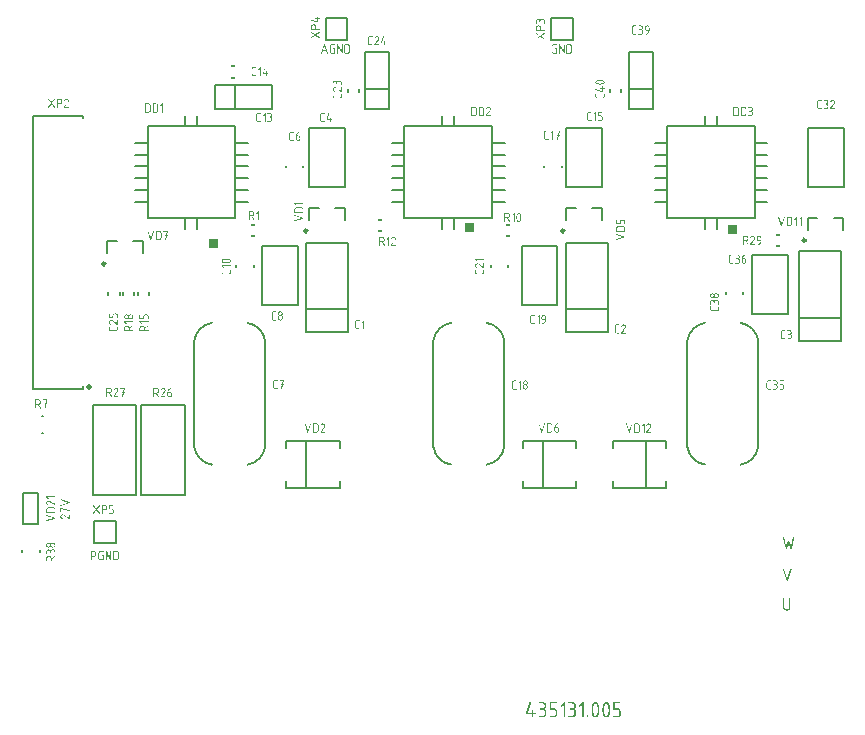
<source format=gto>
G04 Layer_Color=65535*
%FSLAX44Y44*%
%MOMM*%
G71*
G01*
G75*
%ADD51C,0.2500*%
%ADD52C,0.2000*%
%ADD53C,0.5000*%
%ADD54C,0.1500*%
%ADD55R,0.3960X0.1500*%
%ADD56R,0.3556X0.1500*%
%ADD57R,0.1500X0.3960*%
%ADD58R,0.1500X0.3556*%
G36*
X466672Y596871D02*
X466745Y596842D01*
X466804Y596783D01*
X466877Y596725D01*
X466921Y596622D01*
X466936Y596491D01*
Y596476D01*
Y596432D01*
X466921Y596359D01*
X466892Y596301D01*
X466833Y596227D01*
X466775Y596154D01*
X466672Y596110D01*
X466540Y596096D01*
X464873D01*
X464785Y596081D01*
X464668Y596052D01*
X464536Y596008D01*
X464404Y595949D01*
X464258Y595862D01*
X464127Y595745D01*
X464112Y595730D01*
X464068Y595686D01*
X464024Y595613D01*
X463966Y595510D01*
X463892Y595393D01*
X463849Y595247D01*
X463805Y595086D01*
X463790Y594911D01*
Y590961D01*
Y590946D01*
Y590887D01*
X463805Y590785D01*
X463834Y590682D01*
X463878Y590551D01*
X463936Y590405D01*
X464010Y590258D01*
X464127Y590126D01*
X464141Y590112D01*
X464185Y590068D01*
X464258Y590024D01*
X464361Y589966D01*
X464478Y589892D01*
X464624Y589849D01*
X464785Y589805D01*
X464961Y589790D01*
X466599D01*
X466672Y589775D01*
X466745Y589746D01*
X466804Y589688D01*
X466877Y589629D01*
X466921Y589527D01*
X466936Y589395D01*
Y589380D01*
Y589337D01*
X466921Y589263D01*
X466892Y589205D01*
X466833Y589132D01*
X466775Y589058D01*
X466672Y589015D01*
X466540Y589000D01*
X464887D01*
X464829Y589015D01*
X464668Y589029D01*
X464478Y589073D01*
X464258Y589146D01*
X464024Y589234D01*
X463790Y589380D01*
X463571Y589571D01*
X463541Y589600D01*
X463483Y589673D01*
X463395Y589790D01*
X463293Y589966D01*
X463176Y590156D01*
X463088Y590405D01*
X463029Y590668D01*
X463000Y590961D01*
Y594911D01*
Y594925D01*
Y594955D01*
Y594984D01*
X463015Y595042D01*
X463029Y595203D01*
X463073Y595393D01*
X463146Y595613D01*
X463234Y595847D01*
X463380Y596081D01*
X463571Y596301D01*
X463600Y596330D01*
X463673Y596388D01*
X463790Y596491D01*
X463966Y596593D01*
X464156Y596696D01*
X464404Y596798D01*
X464668Y596856D01*
X464961Y596886D01*
X466599D01*
X466672Y596871D01*
D02*
G37*
G36*
X470608D02*
X470769Y596856D01*
X470959Y596813D01*
X471178Y596740D01*
X471413Y596637D01*
X471647Y596491D01*
X471866Y596301D01*
X471895Y596271D01*
X471954Y596198D01*
X472056Y596067D01*
X472159Y595905D01*
X472261Y595701D01*
X472363Y595467D01*
X472422Y595203D01*
X472451Y594911D01*
Y594896D01*
Y594867D01*
Y594808D01*
X472437Y594750D01*
X472422Y594662D01*
X472407Y594560D01*
X472349Y594340D01*
X472261Y594091D01*
X472115Y593828D01*
X472027Y593696D01*
X471925Y593565D01*
X471808Y593448D01*
X471661Y593331D01*
X471676D01*
X471690Y593301D01*
X471778Y593228D01*
X471910Y593097D01*
X472056Y592906D01*
X472202Y592687D01*
X472334Y592409D01*
X472422Y592102D01*
X472437Y591926D01*
X472451Y591750D01*
Y590961D01*
Y590946D01*
Y590931D01*
Y590887D01*
X472437Y590829D01*
X472422Y590668D01*
X472378Y590478D01*
X472305Y590258D01*
X472202Y590024D01*
X472056Y589790D01*
X471866Y589571D01*
X471837Y589541D01*
X471764Y589483D01*
X471632Y589395D01*
X471471Y589293D01*
X471266Y589176D01*
X471032Y589088D01*
X470769Y589029D01*
X470476Y589000D01*
X468838D01*
X468764Y589015D01*
X468706Y589044D01*
X468633Y589102D01*
X468559Y589161D01*
X468516Y589263D01*
X468501Y589395D01*
Y589410D01*
Y589454D01*
X468516Y589527D01*
X468545Y589600D01*
X468603Y589658D01*
X468662Y589731D01*
X468764Y589775D01*
X468896Y589790D01*
X470564D01*
X470652Y589805D01*
X470769Y589834D01*
X470900Y589878D01*
X471032Y589936D01*
X471178Y590009D01*
X471310Y590126D01*
X471325Y590141D01*
X471369Y590185D01*
X471427Y590258D01*
X471486Y590361D01*
X471544Y590478D01*
X471603Y590624D01*
X471647Y590785D01*
X471661Y590961D01*
Y591750D01*
Y591765D01*
Y591838D01*
X471647Y591926D01*
X471617Y592043D01*
X471573Y592160D01*
X471515Y592307D01*
X471427Y592453D01*
X471310Y592584D01*
X471295Y592599D01*
X471251Y592643D01*
X471178Y592701D01*
X471076Y592760D01*
X470959Y592818D01*
X470813Y592877D01*
X470652Y592921D01*
X470476Y592936D01*
X469628D01*
X469554Y592950D01*
X469496Y592980D01*
X469423Y593038D01*
X469350Y593097D01*
X469306Y593199D01*
X469291Y593331D01*
Y593345D01*
Y593389D01*
X469306Y593462D01*
X469335Y593535D01*
X469394Y593594D01*
X469452Y593667D01*
X469554Y593711D01*
X469686Y593726D01*
X470564D01*
X470652Y593740D01*
X470769Y593769D01*
X470900Y593813D01*
X471032Y593872D01*
X471178Y593945D01*
X471310Y594062D01*
X471325Y594077D01*
X471369Y594121D01*
X471427Y594194D01*
X471486Y594296D01*
X471544Y594428D01*
X471603Y594574D01*
X471647Y594735D01*
X471661Y594911D01*
Y594925D01*
Y594999D01*
X471647Y595086D01*
X471617Y595203D01*
X471573Y595320D01*
X471515Y595467D01*
X471427Y595613D01*
X471310Y595745D01*
X471295Y595759D01*
X471251Y595803D01*
X471178Y595862D01*
X471076Y595920D01*
X470959Y595979D01*
X470813Y596037D01*
X470652Y596081D01*
X470476Y596096D01*
X468838D01*
X468764Y596110D01*
X468706Y596140D01*
X468633Y596198D01*
X468559Y596257D01*
X468516Y596359D01*
X468501Y596491D01*
Y596505D01*
Y596549D01*
X468516Y596622D01*
X468545Y596696D01*
X468603Y596754D01*
X468662Y596827D01*
X468764Y596871D01*
X468896Y596886D01*
X470549D01*
X470608Y596871D01*
D02*
G37*
G36*
X476124D02*
X476284Y596856D01*
X476475Y596813D01*
X476694Y596754D01*
X476928Y596652D01*
X477162Y596505D01*
X477382Y596315D01*
X477411Y596286D01*
X477469Y596213D01*
X477572Y596096D01*
X477674Y595935D01*
X477777Y595730D01*
X477879Y595496D01*
X477938Y595218D01*
X477967Y594925D01*
Y592541D01*
Y592511D01*
Y592453D01*
X477952Y592350D01*
X477938Y592204D01*
X477908Y592043D01*
X477864Y591838D01*
X477806Y591633D01*
X477733Y591399D01*
X477630Y591151D01*
X477513Y590887D01*
X477352Y590624D01*
X477177Y590361D01*
X476957Y590097D01*
X476709Y589834D01*
X476431Y589600D01*
X476094Y589366D01*
X476065Y589351D01*
X475992Y589307D01*
X475889Y589249D01*
X475758Y589190D01*
X475611Y589117D01*
X475465Y589058D01*
X475319Y589015D01*
X475202Y589000D01*
X475173D01*
X475114Y589015D01*
X475026Y589044D01*
X474938Y589117D01*
X474924Y589132D01*
X474880Y589190D01*
X474836Y589278D01*
X474821Y589380D01*
Y589395D01*
Y589424D01*
X474836Y589468D01*
X474851Y589527D01*
X474909Y589644D01*
X474953Y589702D01*
X475011Y589731D01*
X475026D01*
X475085Y589761D01*
X475158Y589790D01*
X475260Y589819D01*
X475494Y589922D01*
X475728Y590053D01*
X475743Y590068D01*
X475787Y590097D01*
X475845Y590141D01*
X475933Y590200D01*
X476021Y590288D01*
X476138Y590375D01*
X476255Y590492D01*
X476372Y590624D01*
X476504Y590770D01*
X476636Y590931D01*
X476855Y591282D01*
X476957Y591487D01*
X477045Y591692D01*
X477104Y591911D01*
X477148Y592146D01*
X475919D01*
X475860Y592160D01*
X475699Y592175D01*
X475509Y592219D01*
X475289Y592292D01*
X475055Y592380D01*
X474821Y592526D01*
X474602Y592716D01*
X474573Y592745D01*
X474514Y592818D01*
X474426Y592936D01*
X474324Y593111D01*
X474207Y593316D01*
X474119Y593550D01*
X474061Y593828D01*
X474031Y594121D01*
Y594911D01*
Y594925D01*
Y594955D01*
Y594984D01*
X474046Y595042D01*
X474061Y595203D01*
X474104Y595393D01*
X474178Y595613D01*
X474265Y595847D01*
X474412Y596081D01*
X474602Y596301D01*
X474631Y596330D01*
X474704Y596388D01*
X474821Y596491D01*
X474997Y596593D01*
X475187Y596696D01*
X475436Y596798D01*
X475699Y596856D01*
X475992Y596886D01*
X476065D01*
X476124Y596871D01*
D02*
G37*
G36*
X439737Y538921D02*
X439795Y538892D01*
X439868Y538833D01*
X439941Y538775D01*
X439985Y538672D01*
X440000Y538541D01*
Y536960D01*
Y536946D01*
Y536931D01*
Y536887D01*
X439985Y536829D01*
X439971Y536668D01*
X439927Y536478D01*
X439854Y536258D01*
X439766Y536024D01*
X439620Y535790D01*
X439429Y535571D01*
X439400Y535541D01*
X439327Y535483D01*
X439210Y535395D01*
X439034Y535293D01*
X438844Y535176D01*
X438596Y535088D01*
X438332Y535029D01*
X438040Y535000D01*
X434016D01*
X433958Y535015D01*
X433797Y535029D01*
X433606Y535073D01*
X433387Y535146D01*
X433153Y535234D01*
X432919Y535380D01*
X432699Y535571D01*
X432670Y535600D01*
X432612Y535673D01*
X432509Y535790D01*
X432407Y535966D01*
X432304Y536156D01*
X432202Y536404D01*
X432144Y536668D01*
X432114Y536960D01*
Y538541D01*
Y538555D01*
Y538599D01*
X432129Y538672D01*
X432158Y538745D01*
X432217Y538804D01*
X432275Y538877D01*
X432378Y538921D01*
X432509Y538936D01*
X432568D01*
X432641Y538921D01*
X432699Y538892D01*
X432773Y538833D01*
X432846Y538775D01*
X432890Y538672D01*
X432904Y538541D01*
Y536960D01*
Y536946D01*
Y536873D01*
X432919Y536785D01*
X432948Y536668D01*
X432992Y536536D01*
X433050Y536404D01*
X433138Y536258D01*
X433255Y536127D01*
X433270Y536112D01*
X433314Y536068D01*
X433387Y536024D01*
X433489Y535966D01*
X433606Y535892D01*
X433753Y535849D01*
X433914Y535805D01*
X434089Y535790D01*
X438113D01*
X438215Y535805D01*
X438317Y535834D01*
X438449Y535878D01*
X438596Y535936D01*
X438742Y536009D01*
X438873Y536127D01*
X438888Y536141D01*
X438932Y536185D01*
X438976Y536258D01*
X439034Y536361D01*
X439108Y536478D01*
X439151Y536624D01*
X439195Y536785D01*
X439210Y536960D01*
Y538541D01*
Y538555D01*
Y538599D01*
X439225Y538672D01*
X439254Y538745D01*
X439312Y538804D01*
X439371Y538877D01*
X439473Y538921D01*
X439605Y538936D01*
X439664D01*
X439737Y538921D01*
D02*
G37*
G36*
X438157Y545212D02*
X438215Y545183D01*
X438288Y545124D01*
X438361Y545066D01*
X438405Y544963D01*
X438420Y544832D01*
Y544056D01*
X439664D01*
X439737Y544042D01*
X439795Y544012D01*
X439868Y543954D01*
X439941Y543895D01*
X439985Y543793D01*
X440000Y543661D01*
Y543647D01*
Y543603D01*
X439985Y543530D01*
X439956Y543471D01*
X439898Y543398D01*
X439839Y543325D01*
X439737Y543281D01*
X439605Y543266D01*
X438420D01*
Y540896D01*
Y540881D01*
Y540838D01*
X438405Y540764D01*
X438376Y540706D01*
X438332Y540633D01*
X438259Y540560D01*
X438171Y540516D01*
X438040Y540501D01*
X437996D01*
X437923Y540516D01*
X432407Y542096D01*
X432392D01*
X432363Y542110D01*
X432261Y542169D01*
X432202Y542227D01*
X432158Y542286D01*
X432129Y542374D01*
X432114Y542476D01*
Y542491D01*
Y542535D01*
X432129Y542608D01*
X432158Y542681D01*
X432217Y542739D01*
X432275Y542813D01*
X432378Y542856D01*
X432509Y542871D01*
X432538D01*
X432626Y542842D01*
X437630Y541408D01*
Y543266D01*
X436401D01*
X436328Y543281D01*
X436255Y543310D01*
X436196Y543369D01*
X436123Y543427D01*
X436079Y543530D01*
X436064Y543661D01*
Y543676D01*
Y543720D01*
X436079Y543793D01*
X436108Y543866D01*
X436167Y543924D01*
X436225Y543998D01*
X436328Y544042D01*
X436459Y544056D01*
X437630D01*
Y544832D01*
Y544846D01*
Y544890D01*
X437645Y544963D01*
X437674Y545037D01*
X437732Y545095D01*
X437791Y545168D01*
X437893Y545212D01*
X438025Y545227D01*
X438083D01*
X438157Y545212D01*
D02*
G37*
G36*
X436415Y550742D02*
X436562D01*
X436723Y550728D01*
X436898Y550713D01*
X437279Y550669D01*
X437688Y550611D01*
X438098Y550523D01*
X438508Y550406D01*
X438522D01*
X438566Y550377D01*
X438639Y550347D01*
X438742Y550303D01*
X438859Y550260D01*
X438976Y550186D01*
X439254Y550011D01*
X439532Y549791D01*
X439649Y549645D01*
X439766Y549499D01*
X439868Y549338D01*
X439941Y549177D01*
X439985Y548987D01*
X440000Y548782D01*
Y548767D01*
Y548738D01*
X439985Y548679D01*
X439971Y548606D01*
X439956Y548504D01*
X439927Y548401D01*
X439868Y548284D01*
X439810Y548167D01*
X439737Y548036D01*
X439634Y547904D01*
X439517Y547758D01*
X439371Y547626D01*
X439195Y547494D01*
X439005Y547377D01*
X438771Y547260D01*
X438508Y547158D01*
X438493D01*
X438464Y547143D01*
X438405Y547129D01*
X438332Y547099D01*
X438230Y547085D01*
X438113Y547055D01*
X437966Y547026D01*
X437820Y546997D01*
X437645Y546953D01*
X437454Y546924D01*
X437264Y546894D01*
X437045Y546880D01*
X436576Y546836D01*
X436064Y546821D01*
X435830D01*
X435699Y546836D01*
X435567D01*
X435406Y546851D01*
X435230Y546865D01*
X434850Y546909D01*
X434440Y546968D01*
X434016Y547041D01*
X433621Y547158D01*
X433606D01*
X433563Y547187D01*
X433475Y547216D01*
X433387Y547260D01*
X433270Y547304D01*
X433138Y547377D01*
X432860Y547553D01*
X432597Y547787D01*
X432465Y547919D01*
X432348Y548065D01*
X432246Y548226D01*
X432173Y548387D01*
X432129Y548577D01*
X432114Y548782D01*
Y548797D01*
Y548826D01*
X432129Y548884D01*
X432144Y548957D01*
X432158Y549060D01*
X432187Y549162D01*
X432246Y549279D01*
X432304Y549396D01*
X432378Y549528D01*
X432480Y549674D01*
X432597Y549806D01*
X432743Y549938D01*
X432919Y550069D01*
X433124Y550186D01*
X433358Y550303D01*
X433621Y550406D01*
X433636D01*
X433665Y550420D01*
X433723Y550435D01*
X433811Y550464D01*
X433899Y550494D01*
X434016Y550523D01*
X434162Y550552D01*
X434309Y550581D01*
X434484Y550611D01*
X434674Y550640D01*
X435084Y550698D01*
X435552Y550742D01*
X436064Y550757D01*
X436298D01*
X436415Y550742D01*
D02*
G37*
G36*
X548672Y402871D02*
X548745Y402842D01*
X548804Y402783D01*
X548877Y402725D01*
X548921Y402622D01*
X548936Y402491D01*
Y402476D01*
Y402432D01*
X548921Y402359D01*
X548892Y402301D01*
X548833Y402227D01*
X548775Y402154D01*
X548672Y402110D01*
X548541Y402096D01*
X546873D01*
X546785Y402081D01*
X546668Y402052D01*
X546536Y402008D01*
X546404Y401949D01*
X546258Y401862D01*
X546127Y401745D01*
X546112Y401730D01*
X546068Y401686D01*
X546024Y401613D01*
X545966Y401511D01*
X545892Y401394D01*
X545849Y401247D01*
X545805Y401086D01*
X545790Y400911D01*
Y396960D01*
Y396946D01*
Y396887D01*
X545805Y396785D01*
X545834Y396683D01*
X545878Y396551D01*
X545936Y396404D01*
X546009Y396258D01*
X546127Y396127D01*
X546141Y396112D01*
X546185Y396068D01*
X546258Y396024D01*
X546361Y395966D01*
X546478Y395892D01*
X546624Y395849D01*
X546785Y395805D01*
X546960Y395790D01*
X548599D01*
X548672Y395775D01*
X548745Y395746D01*
X548804Y395688D01*
X548877Y395629D01*
X548921Y395527D01*
X548936Y395395D01*
Y395380D01*
Y395336D01*
X548921Y395263D01*
X548892Y395205D01*
X548833Y395132D01*
X548775Y395059D01*
X548672Y395015D01*
X548541Y395000D01*
X546887D01*
X546829Y395015D01*
X546668Y395029D01*
X546478Y395073D01*
X546258Y395146D01*
X546024Y395234D01*
X545790Y395380D01*
X545571Y395571D01*
X545541Y395600D01*
X545483Y395673D01*
X545395Y395790D01*
X545293Y395966D01*
X545176Y396156D01*
X545088Y396404D01*
X545029Y396668D01*
X545000Y396960D01*
Y400911D01*
Y400925D01*
Y400955D01*
Y400984D01*
X545015Y401042D01*
X545029Y401203D01*
X545073Y401394D01*
X545146Y401613D01*
X545234Y401847D01*
X545380Y402081D01*
X545571Y402301D01*
X545600Y402330D01*
X545673Y402388D01*
X545790Y402491D01*
X545966Y402593D01*
X546156Y402696D01*
X546404Y402798D01*
X546668Y402856D01*
X546960Y402886D01*
X548599D01*
X548672Y402871D01*
D02*
G37*
G36*
X552608D02*
X552769Y402856D01*
X552959Y402813D01*
X553178Y402739D01*
X553413Y402637D01*
X553647Y402491D01*
X553866Y402301D01*
X553895Y402271D01*
X553954Y402198D01*
X554056Y402066D01*
X554159Y401906D01*
X554261Y401701D01*
X554364Y401467D01*
X554422Y401203D01*
X554451Y400911D01*
Y400896D01*
Y400867D01*
Y400808D01*
X554437Y400750D01*
X554422Y400662D01*
X554407Y400560D01*
X554349Y400340D01*
X554261Y400091D01*
X554115Y399828D01*
X554027Y399696D01*
X553924Y399565D01*
X553807Y399448D01*
X553661Y399331D01*
X553676D01*
X553690Y399301D01*
X553778Y399228D01*
X553910Y399096D01*
X554056Y398906D01*
X554202Y398687D01*
X554334Y398409D01*
X554422Y398102D01*
X554437Y397926D01*
X554451Y397751D01*
Y396960D01*
Y396946D01*
Y396931D01*
Y396887D01*
X554437Y396829D01*
X554422Y396668D01*
X554378Y396478D01*
X554305Y396258D01*
X554202Y396024D01*
X554056Y395790D01*
X553866Y395571D01*
X553837Y395541D01*
X553764Y395483D01*
X553632Y395395D01*
X553471Y395293D01*
X553266Y395176D01*
X553032Y395088D01*
X552769Y395029D01*
X552476Y395000D01*
X550838D01*
X550764Y395015D01*
X550706Y395044D01*
X550633Y395102D01*
X550560Y395161D01*
X550516Y395263D01*
X550501Y395395D01*
Y395410D01*
Y395453D01*
X550516Y395527D01*
X550545Y395600D01*
X550603Y395658D01*
X550662Y395732D01*
X550764Y395775D01*
X550896Y395790D01*
X552564D01*
X552652Y395805D01*
X552769Y395834D01*
X552900Y395878D01*
X553032Y395936D01*
X553178Y396009D01*
X553310Y396127D01*
X553325Y396141D01*
X553369Y396185D01*
X553427Y396258D01*
X553486Y396361D01*
X553544Y396478D01*
X553603Y396624D01*
X553647Y396785D01*
X553661Y396960D01*
Y397751D01*
Y397765D01*
Y397838D01*
X553647Y397926D01*
X553617Y398043D01*
X553573Y398160D01*
X553515Y398307D01*
X553427Y398453D01*
X553310Y398584D01*
X553295Y398599D01*
X553251Y398643D01*
X553178Y398702D01*
X553076Y398760D01*
X552959Y398819D01*
X552813Y398877D01*
X552652Y398921D01*
X552476Y398936D01*
X551628D01*
X551554Y398950D01*
X551496Y398979D01*
X551423Y399038D01*
X551350Y399096D01*
X551306Y399199D01*
X551291Y399331D01*
Y399345D01*
Y399389D01*
X551306Y399462D01*
X551335Y399535D01*
X551394Y399594D01*
X551452Y399667D01*
X551554Y399711D01*
X551686Y399726D01*
X552564D01*
X552652Y399740D01*
X552769Y399770D01*
X552900Y399813D01*
X553032Y399872D01*
X553178Y399945D01*
X553310Y400062D01*
X553325Y400077D01*
X553369Y400121D01*
X553427Y400194D01*
X553486Y400296D01*
X553544Y400428D01*
X553603Y400574D01*
X553647Y400735D01*
X553661Y400911D01*
Y400925D01*
Y400998D01*
X553647Y401086D01*
X553617Y401203D01*
X553573Y401320D01*
X553515Y401467D01*
X553427Y401613D01*
X553310Y401745D01*
X553295Y401759D01*
X553251Y401803D01*
X553178Y401862D01*
X553076Y401920D01*
X552959Y401979D01*
X552813Y402037D01*
X552652Y402081D01*
X552476Y402096D01*
X550838D01*
X550764Y402110D01*
X550706Y402140D01*
X550633Y402198D01*
X550560Y402257D01*
X550516Y402359D01*
X550501Y402491D01*
Y402505D01*
Y402549D01*
X550516Y402622D01*
X550545Y402696D01*
X550603Y402754D01*
X550662Y402827D01*
X550764Y402871D01*
X550896Y402886D01*
X552549D01*
X552608Y402871D01*
D02*
G37*
G36*
X558913D02*
X558987Y402842D01*
X559045Y402783D01*
X559118Y402725D01*
X559162Y402622D01*
X559177Y402491D01*
Y402476D01*
Y402447D01*
X559162Y402388D01*
X559148Y402330D01*
X559089Y402213D01*
X559045Y402169D01*
X558972Y402140D01*
X558957D01*
X558928Y402125D01*
X558884Y402110D01*
X558826Y402096D01*
X558665Y402023D01*
X558460Y401920D01*
X558211Y401788D01*
X557962Y401598D01*
X557699Y401364D01*
X557450Y401086D01*
X557421Y401057D01*
X557363Y400969D01*
X557275Y400838D01*
X557173Y400677D01*
X557070Y400472D01*
X556982Y400238D01*
X556894Y399989D01*
X556851Y399726D01*
X558080D01*
X558138Y399711D01*
X558284Y399696D01*
X558475Y399652D01*
X558709Y399579D01*
X558943Y399477D01*
X559177Y399331D01*
X559396Y399140D01*
X559426Y399111D01*
X559484Y399038D01*
X559572Y398921D01*
X559689Y398760D01*
X559791Y398555D01*
X559879Y398321D01*
X559938Y398043D01*
X559967Y397751D01*
Y396960D01*
Y396946D01*
Y396931D01*
Y396887D01*
X559952Y396829D01*
X559938Y396668D01*
X559894Y396478D01*
X559821Y396258D01*
X559718Y396024D01*
X559572Y395790D01*
X559382Y395571D01*
X559352Y395541D01*
X559279Y395483D01*
X559162Y395395D01*
X559001Y395293D01*
X558797Y395176D01*
X558562Y395088D01*
X558284Y395029D01*
X557992Y395000D01*
X557919D01*
X557860Y395015D01*
X557699Y395029D01*
X557509Y395073D01*
X557290Y395132D01*
X557056Y395234D01*
X556821Y395366D01*
X556602Y395556D01*
X556573Y395585D01*
X556514Y395658D01*
X556426Y395775D01*
X556324Y395951D01*
X556207Y396141D01*
X556119Y396390D01*
X556061Y396653D01*
X556031Y396946D01*
Y399331D01*
Y399345D01*
Y399389D01*
Y399462D01*
X556046Y399550D01*
X556061Y399667D01*
X556075Y399799D01*
X556105Y399960D01*
X556148Y400121D01*
X556251Y400486D01*
X556324Y400677D01*
X556397Y400881D01*
X556499Y401086D01*
X556617Y401276D01*
X556748Y401481D01*
X556909Y401671D01*
X556924Y401686D01*
X556938Y401701D01*
X556982Y401745D01*
X557026Y401803D01*
X557173Y401935D01*
X557363Y402110D01*
X557582Y402286D01*
X557831Y402476D01*
X558124Y402637D01*
X558416Y402783D01*
X558431D01*
X558460Y402798D01*
X558548Y402842D01*
X558665Y402871D01*
X558782Y402886D01*
X558840D01*
X558913Y402871D01*
D02*
G37*
G36*
X536737Y358921D02*
X536795Y358892D01*
X536868Y358833D01*
X536941Y358775D01*
X536985Y358672D01*
X537000Y358541D01*
Y356960D01*
Y356946D01*
Y356931D01*
Y356887D01*
X536985Y356829D01*
X536971Y356668D01*
X536927Y356478D01*
X536854Y356258D01*
X536766Y356024D01*
X536620Y355790D01*
X536429Y355571D01*
X536400Y355541D01*
X536327Y355483D01*
X536210Y355395D01*
X536034Y355293D01*
X535844Y355176D01*
X535596Y355088D01*
X535332Y355029D01*
X535039Y355000D01*
X531016D01*
X530958Y355015D01*
X530797Y355029D01*
X530606Y355073D01*
X530387Y355146D01*
X530153Y355234D01*
X529919Y355380D01*
X529699Y355571D01*
X529670Y355600D01*
X529612Y355673D01*
X529509Y355790D01*
X529407Y355966D01*
X529304Y356156D01*
X529202Y356404D01*
X529143Y356668D01*
X529114Y356960D01*
Y358541D01*
Y358555D01*
Y358599D01*
X529129Y358672D01*
X529158Y358745D01*
X529217Y358804D01*
X529275Y358877D01*
X529378Y358921D01*
X529509Y358936D01*
X529568D01*
X529641Y358921D01*
X529699Y358892D01*
X529773Y358833D01*
X529846Y358775D01*
X529890Y358672D01*
X529904Y358541D01*
Y356960D01*
Y356946D01*
Y356873D01*
X529919Y356785D01*
X529948Y356668D01*
X529992Y356536D01*
X530051Y356404D01*
X530138Y356258D01*
X530255Y356127D01*
X530270Y356112D01*
X530314Y356068D01*
X530387Y356024D01*
X530490Y355966D01*
X530606Y355892D01*
X530753Y355849D01*
X530914Y355805D01*
X531089Y355790D01*
X535113D01*
X535215Y355805D01*
X535317Y355834D01*
X535449Y355878D01*
X535596Y355936D01*
X535742Y356009D01*
X535873Y356127D01*
X535888Y356141D01*
X535932Y356185D01*
X535976Y356258D01*
X536034Y356361D01*
X536107Y356478D01*
X536151Y356624D01*
X536195Y356785D01*
X536210Y356960D01*
Y358541D01*
Y358555D01*
Y358599D01*
X536225Y358672D01*
X536254Y358745D01*
X536312Y358804D01*
X536371Y358877D01*
X536473Y358921D01*
X536605Y358936D01*
X536664D01*
X536737Y358921D01*
D02*
G37*
G36*
X535171Y364437D02*
X535332Y364422D01*
X535522Y364378D01*
X535742Y364305D01*
X535976Y364202D01*
X536210Y364056D01*
X536429Y363866D01*
X536459Y363837D01*
X536517Y363764D01*
X536605Y363632D01*
X536707Y363471D01*
X536824Y363266D01*
X536912Y363032D01*
X536971Y362769D01*
X537000Y362476D01*
Y360896D01*
Y360881D01*
Y360838D01*
X536985Y360764D01*
X536956Y360706D01*
X536898Y360633D01*
X536839Y360560D01*
X536737Y360516D01*
X536605Y360501D01*
X536547D01*
X536473Y360516D01*
X536400Y360545D01*
X536342Y360603D01*
X536269Y360662D01*
X536225Y360764D01*
X536210Y360896D01*
Y362476D01*
Y362505D01*
Y362564D01*
X536195Y362652D01*
X536166Y362769D01*
X536122Y362900D01*
X536064Y363032D01*
X535990Y363178D01*
X535873Y363310D01*
X535859Y363325D01*
X535815Y363369D01*
X535742Y363427D01*
X535639Y363486D01*
X535522Y363544D01*
X535376Y363603D01*
X535215Y363647D01*
X535039Y363661D01*
X534162D01*
X534074Y363647D01*
X533957Y363617D01*
X533840Y363573D01*
X533694Y363515D01*
X533547Y363427D01*
X533415Y363310D01*
X533401Y363295D01*
X533357Y363251D01*
X533298Y363178D01*
X533240Y363076D01*
X533181Y362959D01*
X533123Y362813D01*
X533079Y362652D01*
X533064Y362476D01*
Y361686D01*
Y361671D01*
Y361628D01*
X533050Y361554D01*
X533021Y361496D01*
X532962Y361423D01*
X532904Y361350D01*
X532801Y361306D01*
X532669Y361291D01*
X532611D01*
X532538Y361306D01*
X532465Y361335D01*
X532406Y361394D01*
X532333Y361452D01*
X532289Y361554D01*
X532274Y361686D01*
Y362476D01*
Y362505D01*
Y362564D01*
X532260Y362652D01*
X532230Y362769D01*
X532187Y362900D01*
X532128Y363032D01*
X532055Y363178D01*
X531938Y363310D01*
X531923Y363325D01*
X531879Y363369D01*
X531806Y363427D01*
X531704Y363486D01*
X531572Y363544D01*
X531426Y363603D01*
X531265Y363647D01*
X531089Y363661D01*
X531002D01*
X530914Y363647D01*
X530797Y363617D01*
X530680Y363573D01*
X530533Y363515D01*
X530387Y363427D01*
X530255Y363310D01*
X530241Y363295D01*
X530197Y363251D01*
X530138Y363178D01*
X530080Y363076D01*
X530021Y362959D01*
X529963Y362813D01*
X529919Y362652D01*
X529904Y362476D01*
Y360896D01*
Y360881D01*
Y360838D01*
X529890Y360764D01*
X529860Y360706D01*
X529802Y360633D01*
X529743Y360560D01*
X529641Y360516D01*
X529509Y360501D01*
X529451D01*
X529378Y360516D01*
X529304Y360545D01*
X529246Y360603D01*
X529173Y360662D01*
X529129Y360764D01*
X529114Y360896D01*
Y362476D01*
Y362491D01*
Y362520D01*
Y362549D01*
X529129Y362608D01*
X529143Y362769D01*
X529187Y362959D01*
X529260Y363178D01*
X529363Y363413D01*
X529509Y363647D01*
X529699Y363866D01*
X529729Y363895D01*
X529802Y363954D01*
X529934Y364056D01*
X530094Y364159D01*
X530299Y364261D01*
X530533Y364364D01*
X530797Y364422D01*
X531089Y364451D01*
X531192D01*
X531250Y364437D01*
X531338Y364422D01*
X531440Y364407D01*
X531660Y364349D01*
X531909Y364261D01*
X532172Y364115D01*
X532304Y364027D01*
X532435Y363924D01*
X532552Y363807D01*
X532669Y363661D01*
Y363676D01*
X532699Y363690D01*
X532772Y363778D01*
X532904Y363910D01*
X533094Y364056D01*
X533313Y364202D01*
X533591Y364334D01*
X533898Y364422D01*
X534074Y364437D01*
X534249Y364451D01*
X535113D01*
X535171Y364437D01*
D02*
G37*
G36*
Y369952D02*
X535332Y369938D01*
X535522Y369894D01*
X535742Y369821D01*
X535976Y369718D01*
X536210Y369572D01*
X536429Y369382D01*
X536459Y369352D01*
X536517Y369279D01*
X536605Y369162D01*
X536707Y369001D01*
X536824Y368797D01*
X536912Y368562D01*
X536971Y368284D01*
X537000Y367992D01*
Y367977D01*
Y367962D01*
Y367919D01*
X536985Y367860D01*
X536971Y367699D01*
X536927Y367509D01*
X536854Y367290D01*
X536766Y367056D01*
X536620Y366821D01*
X536429Y366602D01*
X536400Y366573D01*
X536327Y366514D01*
X536210Y366426D01*
X536034Y366324D01*
X535844Y366207D01*
X535596Y366119D01*
X535332Y366061D01*
X535039Y366031D01*
X534162D01*
X534089Y366046D01*
X534001Y366061D01*
X533913Y366075D01*
X533679Y366134D01*
X533430Y366222D01*
X533167Y366368D01*
X533035Y366456D01*
X532904Y366558D01*
X532786Y366690D01*
X532669Y366821D01*
X532655Y366807D01*
X532640Y366792D01*
X532567Y366704D01*
X532421Y366573D01*
X532245Y366426D01*
X532026Y366280D01*
X531748Y366148D01*
X531440Y366061D01*
X531265Y366046D01*
X531089Y366031D01*
X531016D01*
X530958Y366046D01*
X530797Y366061D01*
X530606Y366105D01*
X530387Y366178D01*
X530153Y366265D01*
X529919Y366412D01*
X529699Y366602D01*
X529670Y366631D01*
X529612Y366704D01*
X529509Y366821D01*
X529407Y366997D01*
X529304Y367187D01*
X529202Y367436D01*
X529143Y367699D01*
X529114Y367992D01*
Y368006D01*
Y368036D01*
Y368065D01*
X529129Y368124D01*
X529143Y368284D01*
X529187Y368475D01*
X529260Y368694D01*
X529363Y368928D01*
X529509Y369162D01*
X529699Y369382D01*
X529729Y369411D01*
X529802Y369469D01*
X529919Y369572D01*
X530080Y369674D01*
X530285Y369777D01*
X530519Y369879D01*
X530797Y369938D01*
X531089Y369967D01*
X531177D01*
X531250Y369952D01*
X531338Y369938D01*
X531426Y369923D01*
X531660Y369865D01*
X531909Y369777D01*
X532172Y369630D01*
X532304Y369543D01*
X532435Y369440D01*
X532552Y369323D01*
X532669Y369177D01*
X532684Y369206D01*
X532743Y369265D01*
X532830Y369367D01*
X532962Y369469D01*
X533108Y369601D01*
X533298Y369718D01*
X533503Y369821D01*
X533723Y369894D01*
X533737D01*
X533781Y369908D01*
X533884Y369923D01*
X534001Y369938D01*
X534191D01*
X534410Y369952D01*
X534542Y369967D01*
X535113D01*
X535171Y369952D01*
D02*
G37*
G36*
X551897Y527871D02*
X552043Y527856D01*
X552233Y527813D01*
X552467Y527754D01*
X552701Y527652D01*
X552936Y527505D01*
X553155Y527315D01*
X553184Y527286D01*
X553243Y527213D01*
X553331Y527096D01*
X553448Y526920D01*
X553550Y526715D01*
X553638Y526481D01*
X553696Y526218D01*
X553726Y525911D01*
Y521960D01*
Y521946D01*
Y521931D01*
Y521887D01*
X553711Y521829D01*
X553696Y521668D01*
X553652Y521478D01*
X553579Y521258D01*
X553477Y521024D01*
X553331Y520790D01*
X553140Y520571D01*
X553111Y520541D01*
X553038Y520483D01*
X552921Y520395D01*
X552760Y520293D01*
X552555Y520176D01*
X552321Y520088D01*
X552043Y520029D01*
X551750Y520000D01*
X549322D01*
X549263Y520015D01*
X549190Y520044D01*
X549117Y520088D01*
X549058Y520161D01*
X549015Y520249D01*
X549000Y520380D01*
Y527491D01*
Y527505D01*
Y527549D01*
X549015Y527622D01*
X549044Y527696D01*
X549088Y527754D01*
X549161Y527827D01*
X549249Y527871D01*
X549380Y527886D01*
X551838D01*
X551897Y527871D01*
D02*
G37*
G36*
X558203D02*
X558349Y527856D01*
X558539Y527813D01*
X558773Y527754D01*
X559007Y527652D01*
X559241Y527505D01*
X559461Y527315D01*
X559490Y527286D01*
X559548Y527213D01*
X559636Y527096D01*
X559753Y526920D01*
X559856Y526715D01*
X559944Y526481D01*
X560002Y526218D01*
X560031Y525911D01*
Y521960D01*
Y521946D01*
Y521931D01*
Y521887D01*
X560017Y521829D01*
X560002Y521668D01*
X559958Y521478D01*
X559885Y521258D01*
X559783Y521024D01*
X559636Y520790D01*
X559446Y520571D01*
X559417Y520541D01*
X559344Y520483D01*
X559227Y520395D01*
X559066Y520293D01*
X558861Y520176D01*
X558627Y520088D01*
X558349Y520029D01*
X558056Y520000D01*
X555628D01*
X555569Y520015D01*
X555496Y520044D01*
X555423Y520088D01*
X555364Y520161D01*
X555320Y520249D01*
X555306Y520380D01*
Y527491D01*
Y527505D01*
Y527549D01*
X555320Y527622D01*
X555350Y527696D01*
X555393Y527754D01*
X555467Y527827D01*
X555554Y527871D01*
X555686Y527886D01*
X558144D01*
X558203Y527871D01*
D02*
G37*
G36*
X563703D02*
X563865Y527856D01*
X564055Y527813D01*
X564274Y527739D01*
X564508Y527637D01*
X564742Y527491D01*
X564962Y527301D01*
X564991Y527271D01*
X565050Y527198D01*
X565152Y527066D01*
X565254Y526906D01*
X565357Y526701D01*
X565459Y526467D01*
X565518Y526203D01*
X565547Y525911D01*
Y525896D01*
Y525867D01*
Y525808D01*
X565532Y525750D01*
X565518Y525662D01*
X565503Y525560D01*
X565445Y525340D01*
X565357Y525091D01*
X565210Y524828D01*
X565123Y524696D01*
X565020Y524565D01*
X564903Y524448D01*
X564757Y524331D01*
X564772D01*
X564786Y524301D01*
X564874Y524228D01*
X565006Y524096D01*
X565152Y523906D01*
X565298Y523687D01*
X565430Y523409D01*
X565518Y523102D01*
X565532Y522926D01*
X565547Y522751D01*
Y521960D01*
Y521946D01*
Y521931D01*
Y521887D01*
X565532Y521829D01*
X565518Y521668D01*
X565474Y521478D01*
X565401Y521258D01*
X565298Y521024D01*
X565152Y520790D01*
X564962Y520571D01*
X564933Y520541D01*
X564859Y520483D01*
X564728Y520395D01*
X564567Y520293D01*
X564362Y520176D01*
X564128Y520088D01*
X563865Y520029D01*
X563572Y520000D01*
X561933D01*
X561860Y520015D01*
X561802Y520044D01*
X561728Y520102D01*
X561655Y520161D01*
X561611Y520263D01*
X561597Y520395D01*
Y520410D01*
Y520453D01*
X561611Y520527D01*
X561641Y520600D01*
X561699Y520658D01*
X561758Y520732D01*
X561860Y520775D01*
X561992Y520790D01*
X563660D01*
X563747Y520805D01*
X563865Y520834D01*
X563996Y520878D01*
X564128Y520936D01*
X564274Y521009D01*
X564406Y521127D01*
X564420Y521141D01*
X564464Y521185D01*
X564523Y521258D01*
X564581Y521361D01*
X564640Y521478D01*
X564698Y521624D01*
X564742Y521785D01*
X564757Y521960D01*
Y522751D01*
Y522765D01*
Y522838D01*
X564742Y522926D01*
X564713Y523043D01*
X564669Y523160D01*
X564611Y523307D01*
X564523Y523453D01*
X564406Y523584D01*
X564391Y523599D01*
X564347Y523643D01*
X564274Y523702D01*
X564172Y523760D01*
X564055Y523819D01*
X563908Y523877D01*
X563747Y523921D01*
X563572Y523936D01*
X562723D01*
X562650Y523950D01*
X562592Y523979D01*
X562519Y524038D01*
X562445Y524096D01*
X562401Y524199D01*
X562387Y524331D01*
Y524345D01*
Y524389D01*
X562401Y524462D01*
X562431Y524535D01*
X562489Y524594D01*
X562548Y524667D01*
X562650Y524711D01*
X562782Y524726D01*
X563660D01*
X563747Y524740D01*
X563865Y524770D01*
X563996Y524813D01*
X564128Y524872D01*
X564274Y524945D01*
X564406Y525062D01*
X564420Y525077D01*
X564464Y525121D01*
X564523Y525194D01*
X564581Y525296D01*
X564640Y525428D01*
X564698Y525574D01*
X564742Y525735D01*
X564757Y525911D01*
Y525925D01*
Y525998D01*
X564742Y526086D01*
X564713Y526203D01*
X564669Y526320D01*
X564611Y526467D01*
X564523Y526613D01*
X564406Y526745D01*
X564391Y526759D01*
X564347Y526803D01*
X564274Y526862D01*
X564172Y526920D01*
X564055Y526979D01*
X563908Y527037D01*
X563747Y527081D01*
X563572Y527096D01*
X561933D01*
X561860Y527110D01*
X561802Y527140D01*
X561728Y527198D01*
X561655Y527257D01*
X561611Y527359D01*
X561597Y527491D01*
Y527505D01*
Y527549D01*
X561611Y527622D01*
X561641Y527696D01*
X561699Y527754D01*
X561758Y527827D01*
X561860Y527871D01*
X561992Y527886D01*
X563645D01*
X563703Y527871D01*
D02*
G37*
G36*
X367304Y438271D02*
X367377Y438256D01*
X367480Y438242D01*
X367582Y438213D01*
X367699Y438154D01*
X367816Y438096D01*
X367948Y438022D01*
X368094Y437920D01*
X368226Y437803D01*
X368358Y437657D01*
X368489Y437481D01*
X368606Y437276D01*
X368723Y437042D01*
X368826Y436779D01*
Y436764D01*
X368840Y436735D01*
X368855Y436676D01*
X368884Y436589D01*
X368913Y436501D01*
X368943Y436384D01*
X368972Y436237D01*
X369001Y436091D01*
X369031Y435916D01*
X369060Y435726D01*
X369118Y435316D01*
X369162Y434848D01*
X369177Y434336D01*
Y434321D01*
Y434277D01*
Y434204D01*
Y434101D01*
X369162Y433984D01*
Y433838D01*
X369148Y433677D01*
X369133Y433502D01*
X369089Y433121D01*
X369031Y432712D01*
X368943Y432302D01*
X368826Y431892D01*
Y431878D01*
X368797Y431834D01*
X368767Y431761D01*
X368723Y431658D01*
X368679Y431541D01*
X368606Y431424D01*
X368431Y431146D01*
X368211Y430868D01*
X368065Y430751D01*
X367919Y430634D01*
X367758Y430532D01*
X367597Y430458D01*
X367407Y430415D01*
X367202Y430400D01*
X367158D01*
X367099Y430415D01*
X367026Y430429D01*
X366924Y430444D01*
X366821Y430473D01*
X366704Y430532D01*
X366587Y430590D01*
X366456Y430663D01*
X366324Y430766D01*
X366178Y430883D01*
X366046Y431029D01*
X365914Y431205D01*
X365797Y431395D01*
X365680Y431629D01*
X365578Y431892D01*
Y431907D01*
X365563Y431936D01*
X365549Y431995D01*
X365519Y432068D01*
X365505Y432170D01*
X365475Y432287D01*
X365446Y432434D01*
X365417Y432580D01*
X365373Y432756D01*
X365344Y432946D01*
X365314Y433136D01*
X365300Y433355D01*
X365256Y433824D01*
X365241Y434336D01*
Y434350D01*
Y434394D01*
Y434467D01*
Y434570D01*
X365256Y434701D01*
Y434833D01*
X365271Y434994D01*
X365285Y435169D01*
X365329Y435550D01*
X365388Y435960D01*
X365461Y436384D01*
X365578Y436779D01*
Y436794D01*
X365607Y436837D01*
X365636Y436925D01*
X365680Y437013D01*
X365724Y437130D01*
X365797Y437262D01*
X365973Y437540D01*
X366207Y437803D01*
X366339Y437935D01*
X366485Y438052D01*
X366646Y438154D01*
X366807Y438227D01*
X366997Y438271D01*
X367202Y438286D01*
X367246D01*
X367304Y438271D01*
D02*
G37*
G36*
X141016Y439871D02*
X141104D01*
X141207Y439856D01*
X141426Y439798D01*
X141689Y439710D01*
X141967Y439593D01*
X142260Y439418D01*
X142392Y439301D01*
X142523Y439184D01*
X142538Y439169D01*
X142553Y439154D01*
X142582Y439110D01*
X142640Y439067D01*
X142743Y438920D01*
X142874Y438715D01*
X143006Y438481D01*
X143123Y438189D01*
X143196Y437867D01*
X143211Y437691D01*
X143226Y437516D01*
Y437501D01*
Y437443D01*
X143211Y437355D01*
Y437252D01*
X143182Y437121D01*
X143153Y436974D01*
X143109Y436799D01*
X143050Y436623D01*
X142977Y436448D01*
X142874Y436257D01*
X142772Y436082D01*
X142626Y435906D01*
X142465Y435731D01*
X142275Y435570D01*
X142055Y435438D01*
X141806Y435321D01*
X143182Y432571D01*
X143196Y432556D01*
X143211Y432512D01*
X143226Y432453D01*
Y432380D01*
Y432351D01*
X143211Y432293D01*
X143167Y432205D01*
X143094Y432117D01*
X143079Y432102D01*
X143021Y432058D01*
X142933Y432015D01*
X142816Y432000D01*
X142772D01*
X142684Y432029D01*
X142626Y432058D01*
X142567Y432088D01*
X142509Y432146D01*
X142465Y432220D01*
X141002Y435145D01*
X139290D01*
Y432380D01*
Y432366D01*
Y432322D01*
X139275Y432263D01*
X139246Y432190D01*
X139188Y432117D01*
X139129Y432058D01*
X139027Y432015D01*
X138895Y432000D01*
X138836D01*
X138763Y432015D01*
X138705Y432044D01*
X138632Y432088D01*
X138559Y432161D01*
X138515Y432249D01*
X138500Y432380D01*
Y439491D01*
Y439505D01*
Y439549D01*
X138515Y439622D01*
X138544Y439696D01*
X138588Y439754D01*
X138661Y439827D01*
X138749Y439871D01*
X138880Y439886D01*
X140958D01*
X141016Y439871D01*
D02*
G37*
G36*
X146912D02*
X146986Y439842D01*
X147044Y439783D01*
X147117Y439725D01*
X147161Y439622D01*
X147176Y439491D01*
Y432380D01*
Y432366D01*
Y432322D01*
X147161Y432263D01*
X147132Y432190D01*
X147073Y432117D01*
X147015Y432058D01*
X146912Y432015D01*
X146781Y432000D01*
X146722D01*
X146649Y432015D01*
X146591Y432044D01*
X146517Y432088D01*
X146444Y432161D01*
X146400Y432249D01*
X146386Y432380D01*
Y438540D01*
X145464Y437633D01*
X145449Y437618D01*
X145391Y437574D01*
X145303Y437530D01*
X145201Y437516D01*
X145142D01*
X145069Y437530D01*
X145010Y437560D01*
X144937Y437618D01*
X144864Y437677D01*
X144820Y437779D01*
X144806Y437911D01*
Y437925D01*
Y437940D01*
X144820Y438013D01*
X144850Y438101D01*
X144908Y438189D01*
X146459Y439725D01*
Y439739D01*
X146488Y439754D01*
X146561Y439813D01*
X146664Y439856D01*
X146722Y439886D01*
X146839D01*
X146912Y439871D01*
D02*
G37*
G36*
X53897Y530871D02*
X54043Y530857D01*
X54233Y530813D01*
X54467Y530754D01*
X54701Y530652D01*
X54936Y530505D01*
X55155Y530315D01*
X55184Y530286D01*
X55243Y530213D01*
X55331Y530096D01*
X55448Y529920D01*
X55550Y529715D01*
X55638Y529481D01*
X55696Y529218D01*
X55726Y528911D01*
Y524961D01*
Y524946D01*
Y524931D01*
Y524887D01*
X55711Y524829D01*
X55696Y524668D01*
X55652Y524478D01*
X55579Y524258D01*
X55477Y524024D01*
X55331Y523790D01*
X55140Y523571D01*
X55111Y523541D01*
X55038Y523483D01*
X54921Y523395D01*
X54760Y523293D01*
X54555Y523176D01*
X54321Y523088D01*
X54043Y523029D01*
X53751Y523000D01*
X51322D01*
X51263Y523015D01*
X51190Y523044D01*
X51117Y523088D01*
X51059Y523161D01*
X51015Y523249D01*
X51000Y523380D01*
Y530491D01*
Y530505D01*
Y530549D01*
X51015Y530622D01*
X51044Y530696D01*
X51088Y530754D01*
X51161Y530827D01*
X51249Y530871D01*
X51380Y530886D01*
X53838D01*
X53897Y530871D01*
D02*
G37*
G36*
X60202D02*
X60349Y530857D01*
X60539Y530813D01*
X60773Y530754D01*
X61007Y530652D01*
X61241Y530505D01*
X61461Y530315D01*
X61490Y530286D01*
X61549Y530213D01*
X61636Y530096D01*
X61753Y529920D01*
X61856Y529715D01*
X61943Y529481D01*
X62002Y529218D01*
X62031Y528911D01*
Y524961D01*
Y524946D01*
Y524931D01*
Y524887D01*
X62017Y524829D01*
X62002Y524668D01*
X61958Y524478D01*
X61885Y524258D01*
X61783Y524024D01*
X61636Y523790D01*
X61446Y523571D01*
X61417Y523541D01*
X61344Y523483D01*
X61227Y523395D01*
X61066Y523293D01*
X60861Y523176D01*
X60627Y523088D01*
X60349Y523029D01*
X60056Y523000D01*
X57628D01*
X57569Y523015D01*
X57496Y523044D01*
X57423Y523088D01*
X57364Y523161D01*
X57320Y523249D01*
X57306Y523380D01*
Y530491D01*
Y530505D01*
Y530549D01*
X57320Y530622D01*
X57350Y530696D01*
X57393Y530754D01*
X57467Y530827D01*
X57554Y530871D01*
X57686Y530886D01*
X60144D01*
X60202Y530871D01*
D02*
G37*
G36*
X65718D02*
X65791Y530842D01*
X65850Y530783D01*
X65923Y530725D01*
X65967Y530622D01*
X65981Y530491D01*
Y523380D01*
Y523366D01*
Y523322D01*
X65967Y523263D01*
X65938Y523190D01*
X65879Y523117D01*
X65821Y523059D01*
X65718Y523015D01*
X65587Y523000D01*
X65528D01*
X65455Y523015D01*
X65396Y523044D01*
X65323Y523088D01*
X65250Y523161D01*
X65206Y523249D01*
X65191Y523380D01*
Y529540D01*
X64270Y528633D01*
X64255Y528618D01*
X64197Y528574D01*
X64109Y528530D01*
X64006Y528516D01*
X63948D01*
X63875Y528530D01*
X63816Y528559D01*
X63743Y528618D01*
X63670Y528677D01*
X63626Y528779D01*
X63611Y528911D01*
Y528925D01*
Y528940D01*
X63626Y529013D01*
X63655Y529101D01*
X63714Y529189D01*
X65265Y530725D01*
Y530740D01*
X65294Y530754D01*
X65367Y530813D01*
X65469Y530857D01*
X65528Y530886D01*
X65645D01*
X65718Y530871D01*
D02*
G37*
G36*
X329897Y527871D02*
X330043Y527856D01*
X330233Y527813D01*
X330467Y527754D01*
X330701Y527652D01*
X330936Y527505D01*
X331155Y527315D01*
X331184Y527286D01*
X331243Y527213D01*
X331331Y527096D01*
X331448Y526920D01*
X331550Y526715D01*
X331638Y526481D01*
X331696Y526218D01*
X331726Y525911D01*
Y521960D01*
Y521946D01*
Y521931D01*
Y521887D01*
X331711Y521829D01*
X331696Y521668D01*
X331652Y521478D01*
X331579Y521258D01*
X331477Y521024D01*
X331331Y520790D01*
X331140Y520571D01*
X331111Y520541D01*
X331038Y520483D01*
X330921Y520395D01*
X330760Y520293D01*
X330555Y520176D01*
X330321Y520088D01*
X330043Y520029D01*
X329751Y520000D01*
X327322D01*
X327263Y520015D01*
X327190Y520044D01*
X327117Y520088D01*
X327058Y520161D01*
X327015Y520249D01*
X327000Y520380D01*
Y527491D01*
Y527505D01*
Y527549D01*
X327015Y527622D01*
X327044Y527696D01*
X327088Y527754D01*
X327161Y527827D01*
X327249Y527871D01*
X327380Y527886D01*
X329838D01*
X329897Y527871D01*
D02*
G37*
G36*
X336203D02*
X336349Y527856D01*
X336539Y527813D01*
X336773Y527754D01*
X337007Y527652D01*
X337241Y527505D01*
X337461Y527315D01*
X337490Y527286D01*
X337548Y527213D01*
X337636Y527096D01*
X337753Y526920D01*
X337856Y526715D01*
X337943Y526481D01*
X338002Y526218D01*
X338031Y525911D01*
Y521960D01*
Y521946D01*
Y521931D01*
Y521887D01*
X338017Y521829D01*
X338002Y521668D01*
X337958Y521478D01*
X337885Y521258D01*
X337783Y521024D01*
X337636Y520790D01*
X337446Y520571D01*
X337417Y520541D01*
X337344Y520483D01*
X337227Y520395D01*
X337066Y520293D01*
X336861Y520176D01*
X336627Y520088D01*
X336349Y520029D01*
X336056Y520000D01*
X333628D01*
X333569Y520015D01*
X333496Y520044D01*
X333423Y520088D01*
X333364Y520161D01*
X333320Y520249D01*
X333306Y520380D01*
Y527491D01*
Y527505D01*
Y527549D01*
X333320Y527622D01*
X333350Y527696D01*
X333394Y527754D01*
X333467Y527827D01*
X333554Y527871D01*
X333686Y527886D01*
X336144D01*
X336203Y527871D01*
D02*
G37*
G36*
X341704D02*
X341865Y527856D01*
X342055Y527813D01*
X342274Y527739D01*
X342508Y527637D01*
X342742Y527491D01*
X342962Y527301D01*
X342991Y527271D01*
X343050Y527198D01*
X343152Y527081D01*
X343254Y526920D01*
X343357Y526715D01*
X343459Y526481D01*
X343518Y526203D01*
X343547Y525911D01*
Y525881D01*
Y525808D01*
X343532Y525706D01*
X343503Y525560D01*
X343459Y525384D01*
X343386Y525194D01*
X343298Y524989D01*
X343181Y524770D01*
X340709Y520790D01*
X343210D01*
X343284Y520775D01*
X343357Y520746D01*
X343415Y520688D01*
X343489Y520629D01*
X343532Y520527D01*
X343547Y520395D01*
Y520380D01*
Y520336D01*
X343532Y520263D01*
X343503Y520205D01*
X343445Y520132D01*
X343386Y520059D01*
X343284Y520015D01*
X343152Y520000D01*
X339933D01*
X339860Y520015D01*
X339802Y520044D01*
X339729Y520088D01*
X339655Y520161D01*
X339611Y520249D01*
X339597Y520380D01*
Y520410D01*
X339611Y520453D01*
X339626Y520541D01*
X339670Y520615D01*
X342552Y525252D01*
X342567Y525267D01*
X342581Y525311D01*
X342611Y525369D01*
X342654Y525457D01*
X342698Y525560D01*
X342728Y525662D01*
X342742Y525779D01*
X342757Y525911D01*
Y525925D01*
Y525998D01*
X342742Y526086D01*
X342713Y526203D01*
X342669Y526320D01*
X342611Y526467D01*
X342523Y526613D01*
X342406Y526745D01*
X342391Y526759D01*
X342347Y526803D01*
X342274Y526862D01*
X342172Y526920D01*
X342055Y526979D01*
X341908Y527037D01*
X341747Y527081D01*
X341572Y527096D01*
X341543D01*
X341455Y527081D01*
X341323Y527037D01*
X341162Y526979D01*
X340972Y526847D01*
X340870Y526774D01*
X340767Y526671D01*
X340665Y526569D01*
X340562Y526423D01*
X340445Y526276D01*
X340343Y526101D01*
Y526086D01*
X340328Y526072D01*
X340255Y526013D01*
X340153Y525940D01*
X340080Y525925D01*
X339992Y525911D01*
X339933D01*
X339860Y525925D01*
X339802Y525955D01*
X339729Y526013D01*
X339655Y526072D01*
X339611Y526174D01*
X339597Y526306D01*
Y526320D01*
Y526364D01*
X339611Y526408D01*
X339641Y526467D01*
X339655Y526481D01*
X339670Y526525D01*
X339714Y526598D01*
X339772Y526686D01*
X339846Y526803D01*
X339933Y526920D01*
X340036Y527037D01*
X340153Y527183D01*
X340431Y527432D01*
X340592Y527564D01*
X340767Y527666D01*
X340943Y527754D01*
X341148Y527827D01*
X341352Y527871D01*
X341572Y527886D01*
X341645D01*
X341704Y527871D01*
D02*
G37*
G36*
X337737Y389921D02*
X337795Y389892D01*
X337868Y389833D01*
X337942Y389775D01*
X337985Y389672D01*
X338000Y389540D01*
Y387961D01*
Y387946D01*
Y387931D01*
Y387887D01*
X337985Y387829D01*
X337971Y387668D01*
X337927Y387478D01*
X337854Y387258D01*
X337766Y387024D01*
X337620Y386790D01*
X337429Y386571D01*
X337400Y386541D01*
X337327Y386483D01*
X337210Y386395D01*
X337034Y386293D01*
X336844Y386176D01*
X336595Y386088D01*
X336332Y386029D01*
X336040Y386000D01*
X332016D01*
X331958Y386015D01*
X331797Y386029D01*
X331606Y386073D01*
X331387Y386146D01*
X331153Y386234D01*
X330919Y386380D01*
X330699Y386571D01*
X330670Y386600D01*
X330612Y386673D01*
X330509Y386790D01*
X330407Y386966D01*
X330304Y387156D01*
X330202Y387405D01*
X330144Y387668D01*
X330114Y387961D01*
Y389540D01*
Y389555D01*
Y389599D01*
X330129Y389672D01*
X330158Y389745D01*
X330217Y389804D01*
X330275Y389877D01*
X330378Y389921D01*
X330509Y389936D01*
X330568D01*
X330641Y389921D01*
X330699Y389892D01*
X330773Y389833D01*
X330846Y389775D01*
X330890Y389672D01*
X330904Y389540D01*
Y387961D01*
Y387946D01*
Y387873D01*
X330919Y387785D01*
X330948Y387668D01*
X330992Y387536D01*
X331051Y387405D01*
X331138Y387258D01*
X331255Y387127D01*
X331270Y387112D01*
X331314Y387068D01*
X331387Y387024D01*
X331489Y386966D01*
X331606Y386892D01*
X331753Y386849D01*
X331914Y386805D01*
X332089Y386790D01*
X336113D01*
X336215Y386805D01*
X336317Y386834D01*
X336449Y386878D01*
X336595Y386936D01*
X336742Y387010D01*
X336874Y387127D01*
X336888Y387141D01*
X336932Y387185D01*
X336976Y387258D01*
X337034Y387361D01*
X337108Y387478D01*
X337151Y387624D01*
X337195Y387785D01*
X337210Y387961D01*
Y389540D01*
Y389555D01*
Y389599D01*
X337225Y389672D01*
X337254Y389745D01*
X337312Y389804D01*
X337371Y389877D01*
X337473Y389921D01*
X337605Y389936D01*
X337663D01*
X337737Y389921D01*
D02*
G37*
G36*
Y395437D02*
X337795Y395407D01*
X337868Y395349D01*
X337942Y395290D01*
X337985Y395188D01*
X338000Y395056D01*
Y391896D01*
Y391881D01*
Y391838D01*
X337985Y391764D01*
X337956Y391706D01*
X337912Y391633D01*
X337839Y391559D01*
X337751Y391516D01*
X337620Y391501D01*
X337590D01*
X337547Y391516D01*
X337459Y391530D01*
X337385Y391574D01*
X332748Y394456D01*
X332733Y394471D01*
X332689Y394486D01*
X332631Y394515D01*
X332543Y394559D01*
X332440Y394603D01*
X332338Y394632D01*
X332221Y394647D01*
X332089Y394661D01*
X332001D01*
X331914Y394647D01*
X331797Y394617D01*
X331680Y394573D01*
X331533Y394515D01*
X331387Y394427D01*
X331255Y394310D01*
X331241Y394295D01*
X331197Y394252D01*
X331138Y394178D01*
X331080Y394076D01*
X331021Y393959D01*
X330963Y393813D01*
X330919Y393652D01*
X330904Y393476D01*
Y393447D01*
X330919Y393359D01*
X330963Y393227D01*
X331021Y393066D01*
X331153Y392876D01*
X331226Y392774D01*
X331329Y392672D01*
X331431Y392569D01*
X331577Y392467D01*
X331724Y392350D01*
X331899Y392247D01*
X331914D01*
X331928Y392233D01*
X331987Y392159D01*
X332060Y392057D01*
X332075Y391984D01*
X332089Y391896D01*
Y391881D01*
Y391838D01*
X332075Y391764D01*
X332045Y391706D01*
X331987Y391633D01*
X331928Y391559D01*
X331826Y391516D01*
X331694Y391501D01*
X331636D01*
X331592Y391516D01*
X331533Y391545D01*
X331519Y391559D01*
X331475Y391574D01*
X331402Y391618D01*
X331314Y391677D01*
X331197Y391750D01*
X331080Y391838D01*
X330963Y391940D01*
X330816Y392057D01*
X330568Y392335D01*
X330436Y392496D01*
X330334Y392672D01*
X330246Y392847D01*
X330173Y393052D01*
X330129Y393257D01*
X330114Y393476D01*
Y393491D01*
Y393520D01*
Y393549D01*
X330129Y393608D01*
X330144Y393769D01*
X330187Y393959D01*
X330261Y394178D01*
X330363Y394412D01*
X330509Y394647D01*
X330699Y394866D01*
X330729Y394895D01*
X330802Y394954D01*
X330919Y395056D01*
X331080Y395159D01*
X331285Y395261D01*
X331519Y395363D01*
X331797Y395422D01*
X332089Y395451D01*
X332192D01*
X332294Y395437D01*
X332440Y395407D01*
X332616Y395363D01*
X332806Y395290D01*
X333011Y395202D01*
X333231Y395085D01*
X337210Y392613D01*
Y395056D01*
Y395071D01*
Y395115D01*
X337225Y395188D01*
X337254Y395261D01*
X337312Y395320D01*
X337371Y395393D01*
X337473Y395437D01*
X337605Y395451D01*
X337663D01*
X337737Y395437D01*
D02*
G37*
G36*
Y399387D02*
X337810Y399357D01*
X337883Y399299D01*
X337942Y399240D01*
X337985Y399138D01*
X338000Y399006D01*
Y398992D01*
Y398948D01*
X337985Y398875D01*
X337956Y398816D01*
X337912Y398743D01*
X337839Y398670D01*
X337751Y398626D01*
X337620Y398611D01*
X331460D01*
X332367Y397690D01*
X332382Y397675D01*
X332426Y397617D01*
X332470Y397529D01*
X332484Y397426D01*
Y397412D01*
Y397368D01*
X332470Y397295D01*
X332440Y397236D01*
X332382Y397163D01*
X332323Y397090D01*
X332221Y397046D01*
X332089Y397031D01*
X332060D01*
X331987Y397046D01*
X331899Y397075D01*
X331811Y397134D01*
X330275Y398685D01*
X330261D01*
X330246Y398714D01*
X330187Y398787D01*
X330144Y398889D01*
X330114Y398948D01*
Y399006D01*
Y399021D01*
Y399065D01*
X330129Y399138D01*
X330158Y399211D01*
X330217Y399270D01*
X330275Y399343D01*
X330378Y399387D01*
X330509Y399401D01*
X337678D01*
X337737Y399387D01*
D02*
G37*
G36*
X217237Y538921D02*
X217295Y538892D01*
X217368Y538833D01*
X217441Y538775D01*
X217485Y538672D01*
X217500Y538540D01*
Y536960D01*
Y536946D01*
Y536931D01*
Y536887D01*
X217485Y536829D01*
X217471Y536668D01*
X217427Y536478D01*
X217354Y536258D01*
X217266Y536024D01*
X217120Y535790D01*
X216929Y535571D01*
X216900Y535541D01*
X216827Y535483D01*
X216710Y535395D01*
X216534Y535293D01*
X216344Y535176D01*
X216096Y535088D01*
X215832Y535029D01*
X215539Y535000D01*
X211516D01*
X211458Y535015D01*
X211297Y535029D01*
X211106Y535073D01*
X210887Y535146D01*
X210653Y535234D01*
X210419Y535380D01*
X210199Y535571D01*
X210170Y535600D01*
X210112Y535673D01*
X210009Y535790D01*
X209907Y535966D01*
X209804Y536156D01*
X209702Y536404D01*
X209643Y536668D01*
X209614Y536960D01*
Y538540D01*
Y538555D01*
Y538599D01*
X209629Y538672D01*
X209658Y538745D01*
X209717Y538804D01*
X209775Y538877D01*
X209877Y538921D01*
X210009Y538936D01*
X210068D01*
X210141Y538921D01*
X210199Y538892D01*
X210273Y538833D01*
X210346Y538775D01*
X210390Y538672D01*
X210404Y538540D01*
Y536960D01*
Y536946D01*
Y536873D01*
X210419Y536785D01*
X210448Y536668D01*
X210492Y536536D01*
X210550Y536404D01*
X210638Y536258D01*
X210755Y536127D01*
X210770Y536112D01*
X210814Y536068D01*
X210887Y536024D01*
X210989Y535966D01*
X211106Y535892D01*
X211253Y535849D01*
X211414Y535805D01*
X211589Y535790D01*
X215613D01*
X215715Y535805D01*
X215818Y535834D01*
X215949Y535878D01*
X216096Y535936D01*
X216242Y536009D01*
X216373Y536127D01*
X216388Y536141D01*
X216432Y536185D01*
X216476Y536258D01*
X216534Y536361D01*
X216607Y536478D01*
X216651Y536624D01*
X216695Y536785D01*
X216710Y536960D01*
Y538540D01*
Y538555D01*
Y538599D01*
X216725Y538672D01*
X216754Y538745D01*
X216812Y538804D01*
X216871Y538877D01*
X216973Y538921D01*
X217105Y538936D01*
X217164D01*
X217237Y538921D01*
D02*
G37*
G36*
Y544437D02*
X217295Y544407D01*
X217368Y544349D01*
X217441Y544290D01*
X217485Y544188D01*
X217500Y544056D01*
Y540896D01*
Y540881D01*
Y540838D01*
X217485Y540764D01*
X217456Y540706D01*
X217412Y540633D01*
X217339Y540560D01*
X217251Y540516D01*
X217120Y540501D01*
X217090D01*
X217046Y540516D01*
X216959Y540530D01*
X216886Y540574D01*
X212248Y543456D01*
X212233Y543471D01*
X212189Y543486D01*
X212131Y543515D01*
X212043Y543559D01*
X211940Y543603D01*
X211838Y543632D01*
X211721Y543647D01*
X211589Y543661D01*
X211502D01*
X211414Y543647D01*
X211297Y543617D01*
X211180Y543573D01*
X211033Y543515D01*
X210887Y543427D01*
X210755Y543310D01*
X210741Y543295D01*
X210697Y543251D01*
X210638Y543178D01*
X210580Y543076D01*
X210521Y542959D01*
X210463Y542813D01*
X210419Y542652D01*
X210404Y542476D01*
Y542447D01*
X210419Y542359D01*
X210463Y542227D01*
X210521Y542066D01*
X210653Y541876D01*
X210726Y541774D01*
X210828Y541671D01*
X210931Y541569D01*
X211077Y541467D01*
X211224Y541350D01*
X211399Y541247D01*
X211414D01*
X211428Y541232D01*
X211487Y541159D01*
X211560Y541057D01*
X211575Y540984D01*
X211589Y540896D01*
Y540881D01*
Y540838D01*
X211575Y540764D01*
X211545Y540706D01*
X211487Y540633D01*
X211428Y540560D01*
X211326Y540516D01*
X211194Y540501D01*
X211136D01*
X211092Y540516D01*
X211033Y540545D01*
X211019Y540560D01*
X210975Y540574D01*
X210902Y540618D01*
X210814Y540677D01*
X210697Y540750D01*
X210580Y540838D01*
X210463Y540940D01*
X210316Y541057D01*
X210068Y541335D01*
X209936Y541496D01*
X209834Y541671D01*
X209746Y541847D01*
X209673Y542052D01*
X209629Y542257D01*
X209614Y542476D01*
Y542491D01*
Y542520D01*
Y542549D01*
X209629Y542608D01*
X209643Y542769D01*
X209687Y542959D01*
X209760Y543178D01*
X209863Y543413D01*
X210009Y543647D01*
X210199Y543866D01*
X210229Y543895D01*
X210302Y543954D01*
X210419Y544056D01*
X210580Y544159D01*
X210785Y544261D01*
X211019Y544363D01*
X211297Y544422D01*
X211589Y544451D01*
X211692D01*
X211794Y544437D01*
X211940Y544407D01*
X212116Y544363D01*
X212306Y544290D01*
X212511Y544202D01*
X212731Y544085D01*
X216710Y541613D01*
Y544056D01*
Y544071D01*
Y544115D01*
X216725Y544188D01*
X216754Y544261D01*
X216812Y544319D01*
X216871Y544393D01*
X216973Y544437D01*
X217105Y544451D01*
X217164D01*
X217237Y544437D01*
D02*
G37*
G36*
X215671Y549952D02*
X215832Y549938D01*
X216022Y549894D01*
X216242Y549821D01*
X216476Y549718D01*
X216710Y549572D01*
X216929Y549382D01*
X216959Y549352D01*
X217017Y549279D01*
X217105Y549148D01*
X217207Y548987D01*
X217324Y548782D01*
X217412Y548548D01*
X217471Y548284D01*
X217500Y547992D01*
Y546412D01*
Y546397D01*
Y546353D01*
X217485Y546280D01*
X217456Y546222D01*
X217398Y546148D01*
X217339Y546075D01*
X217237Y546031D01*
X217105Y546017D01*
X217046D01*
X216973Y546031D01*
X216900Y546061D01*
X216842Y546119D01*
X216768Y546178D01*
X216725Y546280D01*
X216710Y546412D01*
Y547992D01*
Y548021D01*
Y548079D01*
X216695Y548167D01*
X216666Y548284D01*
X216622Y548416D01*
X216564Y548548D01*
X216490Y548694D01*
X216373Y548826D01*
X216359Y548840D01*
X216315Y548884D01*
X216242Y548943D01*
X216139Y549001D01*
X216022Y549060D01*
X215876Y549118D01*
X215715Y549162D01*
X215539Y549177D01*
X214662D01*
X214574Y549162D01*
X214457Y549133D01*
X214340Y549089D01*
X214193Y549030D01*
X214047Y548943D01*
X213916Y548826D01*
X213901Y548811D01*
X213857Y548767D01*
X213799Y548694D01*
X213740Y548592D01*
X213681Y548475D01*
X213623Y548328D01*
X213579Y548167D01*
X213564Y547992D01*
Y547202D01*
Y547187D01*
Y547143D01*
X213550Y547070D01*
X213521Y547011D01*
X213462Y546938D01*
X213403Y546865D01*
X213301Y546821D01*
X213169Y546807D01*
X213111D01*
X213038Y546821D01*
X212964Y546851D01*
X212906Y546909D01*
X212833Y546968D01*
X212789Y547070D01*
X212774Y547202D01*
Y547992D01*
Y548021D01*
Y548079D01*
X212760Y548167D01*
X212731Y548284D01*
X212687Y548416D01*
X212628Y548548D01*
X212555Y548694D01*
X212438Y548826D01*
X212423Y548840D01*
X212379Y548884D01*
X212306Y548943D01*
X212204Y549001D01*
X212072Y549060D01*
X211926Y549118D01*
X211765Y549162D01*
X211589Y549177D01*
X211502D01*
X211414Y549162D01*
X211297Y549133D01*
X211180Y549089D01*
X211033Y549030D01*
X210887Y548943D01*
X210755Y548826D01*
X210741Y548811D01*
X210697Y548767D01*
X210638Y548694D01*
X210580Y548592D01*
X210521Y548475D01*
X210463Y548328D01*
X210419Y548167D01*
X210404Y547992D01*
Y546412D01*
Y546397D01*
Y546353D01*
X210390Y546280D01*
X210360Y546222D01*
X210302Y546148D01*
X210243Y546075D01*
X210141Y546031D01*
X210009Y546017D01*
X209951D01*
X209877Y546031D01*
X209804Y546061D01*
X209746Y546119D01*
X209673Y546178D01*
X209629Y546280D01*
X209614Y546412D01*
Y547992D01*
Y548006D01*
Y548036D01*
Y548065D01*
X209629Y548123D01*
X209643Y548284D01*
X209687Y548475D01*
X209760Y548694D01*
X209863Y548928D01*
X210009Y549162D01*
X210199Y549382D01*
X210229Y549411D01*
X210302Y549469D01*
X210434Y549572D01*
X210594Y549674D01*
X210799Y549777D01*
X211033Y549879D01*
X211297Y549938D01*
X211589Y549967D01*
X211692D01*
X211750Y549952D01*
X211838Y549938D01*
X211940Y549923D01*
X212160Y549865D01*
X212409Y549777D01*
X212672Y549630D01*
X212804Y549543D01*
X212935Y549440D01*
X213052Y549323D01*
X213169Y549177D01*
Y549192D01*
X213199Y549206D01*
X213272Y549294D01*
X213403Y549426D01*
X213594Y549572D01*
X213813Y549718D01*
X214091Y549850D01*
X214398Y549938D01*
X214574Y549952D01*
X214750Y549967D01*
X215613D01*
X215671Y549952D01*
D02*
G37*
G36*
X365172Y296338D02*
X365245Y296309D01*
X365304Y296250D01*
X365377Y296192D01*
X365421Y296089D01*
X365436Y295957D01*
Y295943D01*
Y295899D01*
X365421Y295826D01*
X365392Y295767D01*
X365333Y295694D01*
X365275Y295621D01*
X365172Y295577D01*
X365041Y295562D01*
X363373D01*
X363285Y295548D01*
X363168Y295518D01*
X363036Y295475D01*
X362905Y295416D01*
X362758Y295328D01*
X362626Y295211D01*
X362612Y295197D01*
X362568Y295153D01*
X362524Y295080D01*
X362466Y294977D01*
X362392Y294860D01*
X362349Y294714D01*
X362305Y294553D01*
X362290Y294377D01*
Y290427D01*
Y290413D01*
Y290354D01*
X362305Y290252D01*
X362334Y290149D01*
X362378Y290018D01*
X362436Y289871D01*
X362509Y289725D01*
X362626Y289593D01*
X362641Y289579D01*
X362685Y289535D01*
X362758Y289491D01*
X362861Y289432D01*
X362978Y289359D01*
X363124Y289315D01*
X363285Y289271D01*
X363461Y289257D01*
X365099D01*
X365172Y289242D01*
X365245Y289213D01*
X365304Y289154D01*
X365377Y289096D01*
X365421Y288993D01*
X365436Y288862D01*
Y288847D01*
Y288803D01*
X365421Y288730D01*
X365392Y288671D01*
X365333Y288598D01*
X365275Y288525D01*
X365172Y288481D01*
X365041Y288467D01*
X363387D01*
X363329Y288481D01*
X363168Y288496D01*
X362978Y288540D01*
X362758Y288613D01*
X362524Y288701D01*
X362290Y288847D01*
X362071Y289037D01*
X362041Y289067D01*
X361983Y289140D01*
X361895Y289257D01*
X361793Y289432D01*
X361676Y289622D01*
X361588Y289871D01*
X361529Y290135D01*
X361500Y290427D01*
Y294377D01*
Y294392D01*
Y294421D01*
Y294450D01*
X361515Y294509D01*
X361529Y294670D01*
X361573Y294860D01*
X361646Y295080D01*
X361734Y295314D01*
X361880Y295548D01*
X362071Y295767D01*
X362100Y295797D01*
X362173Y295855D01*
X362290Y295957D01*
X362466Y296060D01*
X362656Y296162D01*
X362905Y296265D01*
X363168Y296323D01*
X363461Y296352D01*
X365099D01*
X365172Y296338D01*
D02*
G37*
G36*
X369122D02*
X369196Y296309D01*
X369254Y296250D01*
X369327Y296192D01*
X369371Y296089D01*
X369386Y295957D01*
Y288847D01*
Y288832D01*
Y288789D01*
X369371Y288730D01*
X369342Y288657D01*
X369283Y288584D01*
X369225Y288525D01*
X369122Y288481D01*
X368991Y288467D01*
X368932D01*
X368859Y288481D01*
X368801Y288510D01*
X368727Y288554D01*
X368654Y288628D01*
X368610Y288715D01*
X368596Y288847D01*
Y295006D01*
X367674Y294099D01*
X367659Y294085D01*
X367601Y294041D01*
X367513Y293997D01*
X367411Y293982D01*
X367352D01*
X367279Y293997D01*
X367220Y294026D01*
X367147Y294085D01*
X367074Y294143D01*
X367030Y294246D01*
X367016Y294377D01*
Y294392D01*
Y294407D01*
X367030Y294480D01*
X367060Y294568D01*
X367118Y294655D01*
X368669Y296192D01*
Y296206D01*
X368698Y296221D01*
X368771Y296279D01*
X368874Y296323D01*
X368932Y296352D01*
X369049D01*
X369122Y296338D01*
D02*
G37*
G36*
X373043D02*
X373204Y296323D01*
X373395Y296279D01*
X373614Y296206D01*
X373848Y296104D01*
X374082Y295957D01*
X374302Y295767D01*
X374331Y295738D01*
X374389Y295665D01*
X374492Y295548D01*
X374594Y295387D01*
X374697Y295182D01*
X374799Y294948D01*
X374857Y294670D01*
X374887Y294377D01*
Y294363D01*
Y294333D01*
Y294290D01*
X374872Y294216D01*
X374857Y294129D01*
X374843Y294041D01*
X374784Y293807D01*
X374697Y293558D01*
X374550Y293295D01*
X374463Y293163D01*
X374360Y293031D01*
X374243Y292914D01*
X374097Y292797D01*
X374126Y292783D01*
X374184Y292724D01*
X374287Y292636D01*
X374389Y292505D01*
X374521Y292358D01*
X374638Y292168D01*
X374740Y291963D01*
X374814Y291744D01*
Y291729D01*
X374828Y291685D01*
X374843Y291583D01*
X374857Y291466D01*
Y291276D01*
X374872Y291056D01*
X374887Y290925D01*
Y290764D01*
Y290603D01*
Y290427D01*
Y290413D01*
Y290398D01*
Y290354D01*
X374872Y290296D01*
X374857Y290135D01*
X374814Y289944D01*
X374740Y289725D01*
X374638Y289491D01*
X374492Y289257D01*
X374302Y289037D01*
X374272Y289008D01*
X374199Y288950D01*
X374082Y288862D01*
X373921Y288759D01*
X373716Y288642D01*
X373482Y288554D01*
X373204Y288496D01*
X372912Y288467D01*
X372839D01*
X372780Y288481D01*
X372619Y288496D01*
X372429Y288540D01*
X372209Y288613D01*
X371975Y288701D01*
X371741Y288847D01*
X371522Y289037D01*
X371493Y289067D01*
X371434Y289140D01*
X371346Y289257D01*
X371244Y289432D01*
X371127Y289622D01*
X371039Y289871D01*
X370980Y290135D01*
X370951Y290427D01*
Y291217D01*
Y291232D01*
Y291261D01*
Y291305D01*
X370966Y291378D01*
X370980Y291466D01*
X370995Y291554D01*
X371054Y291788D01*
X371141Y292036D01*
X371288Y292300D01*
X371376Y292432D01*
X371478Y292563D01*
X371610Y292680D01*
X371741Y292797D01*
X371727Y292812D01*
X371712Y292826D01*
X371624Y292900D01*
X371493Y293046D01*
X371346Y293221D01*
X371200Y293441D01*
X371068Y293719D01*
X370980Y294026D01*
X370966Y294202D01*
X370951Y294377D01*
Y294392D01*
Y294421D01*
Y294450D01*
X370966Y294509D01*
X370980Y294670D01*
X371024Y294860D01*
X371097Y295080D01*
X371185Y295314D01*
X371332Y295548D01*
X371522Y295767D01*
X371551Y295797D01*
X371624Y295855D01*
X371741Y295957D01*
X371917Y296060D01*
X372107Y296162D01*
X372356Y296265D01*
X372619Y296323D01*
X372912Y296352D01*
X372985D01*
X373043Y296338D01*
D02*
G37*
G36*
X380672Y351871D02*
X380745Y351842D01*
X380804Y351783D01*
X380877Y351725D01*
X380921Y351622D01*
X380936Y351491D01*
Y351476D01*
Y351432D01*
X380921Y351359D01*
X380892Y351301D01*
X380833Y351227D01*
X380775Y351154D01*
X380672Y351110D01*
X380541Y351096D01*
X378873D01*
X378785Y351081D01*
X378668Y351052D01*
X378536Y351008D01*
X378405Y350949D01*
X378258Y350862D01*
X378126Y350745D01*
X378112Y350730D01*
X378068Y350686D01*
X378024Y350613D01*
X377966Y350510D01*
X377892Y350393D01*
X377849Y350247D01*
X377805Y350086D01*
X377790Y349911D01*
Y345961D01*
Y345946D01*
Y345887D01*
X377805Y345785D01*
X377834Y345682D01*
X377878Y345551D01*
X377936Y345405D01*
X378009Y345258D01*
X378126Y345126D01*
X378141Y345112D01*
X378185Y345068D01*
X378258Y345024D01*
X378361Y344966D01*
X378478Y344893D01*
X378624Y344849D01*
X378785Y344805D01*
X378960Y344790D01*
X380599D01*
X380672Y344775D01*
X380745Y344746D01*
X380804Y344688D01*
X380877Y344629D01*
X380921Y344527D01*
X380936Y344395D01*
Y344380D01*
Y344337D01*
X380921Y344263D01*
X380892Y344205D01*
X380833Y344132D01*
X380775Y344058D01*
X380672Y344015D01*
X380541Y344000D01*
X378887D01*
X378829Y344015D01*
X378668Y344029D01*
X378478Y344073D01*
X378258Y344146D01*
X378024Y344234D01*
X377790Y344380D01*
X377571Y344571D01*
X377541Y344600D01*
X377483Y344673D01*
X377395Y344790D01*
X377293Y344966D01*
X377176Y345156D01*
X377088Y345405D01*
X377029Y345668D01*
X377000Y345961D01*
Y349911D01*
Y349925D01*
Y349955D01*
Y349984D01*
X377015Y350042D01*
X377029Y350203D01*
X377073Y350393D01*
X377146Y350613D01*
X377234Y350847D01*
X377380Y351081D01*
X377571Y351301D01*
X377600Y351330D01*
X377673Y351388D01*
X377790Y351491D01*
X377966Y351593D01*
X378156Y351696D01*
X378405Y351798D01*
X378668Y351856D01*
X378960Y351886D01*
X380599D01*
X380672Y351871D01*
D02*
G37*
G36*
X384622D02*
X384696Y351842D01*
X384754Y351783D01*
X384827Y351725D01*
X384871Y351622D01*
X384886Y351491D01*
Y344380D01*
Y344366D01*
Y344322D01*
X384871Y344263D01*
X384842Y344190D01*
X384783Y344117D01*
X384725Y344058D01*
X384622Y344015D01*
X384491Y344000D01*
X384432D01*
X384359Y344015D01*
X384301Y344044D01*
X384227Y344088D01*
X384154Y344161D01*
X384110Y344249D01*
X384096Y344380D01*
Y350540D01*
X383174Y349633D01*
X383159Y349618D01*
X383101Y349574D01*
X383013Y349530D01*
X382911Y349516D01*
X382852D01*
X382779Y349530D01*
X382720Y349560D01*
X382647Y349618D01*
X382574Y349677D01*
X382530Y349779D01*
X382516Y349911D01*
Y349925D01*
Y349940D01*
X382530Y350013D01*
X382560Y350101D01*
X382618Y350189D01*
X384169Y351725D01*
Y351740D01*
X384198Y351754D01*
X384271Y351813D01*
X384374Y351856D01*
X384432Y351886D01*
X384549D01*
X384622Y351871D01*
D02*
G37*
G36*
X388543D02*
X388704Y351856D01*
X388895Y351813D01*
X389114Y351754D01*
X389348Y351652D01*
X389582Y351505D01*
X389802Y351315D01*
X389831Y351286D01*
X389889Y351213D01*
X389992Y351096D01*
X390094Y350935D01*
X390197Y350730D01*
X390299Y350496D01*
X390358Y350218D01*
X390387Y349925D01*
Y347541D01*
Y347511D01*
Y347453D01*
X390372Y347350D01*
X390358Y347204D01*
X390328Y347043D01*
X390284Y346838D01*
X390226Y346633D01*
X390153Y346399D01*
X390050Y346151D01*
X389933Y345887D01*
X389772Y345624D01*
X389597Y345361D01*
X389377Y345097D01*
X389129Y344834D01*
X388851Y344600D01*
X388514Y344366D01*
X388485Y344351D01*
X388412Y344307D01*
X388309Y344249D01*
X388178Y344190D01*
X388031Y344117D01*
X387885Y344058D01*
X387739Y344015D01*
X387622Y344000D01*
X387592D01*
X387534Y344015D01*
X387446Y344044D01*
X387358Y344117D01*
X387344Y344132D01*
X387300Y344190D01*
X387256Y344278D01*
X387241Y344380D01*
Y344395D01*
Y344424D01*
X387256Y344468D01*
X387271Y344527D01*
X387329Y344644D01*
X387373Y344702D01*
X387431Y344731D01*
X387446D01*
X387505Y344761D01*
X387578Y344790D01*
X387680Y344819D01*
X387914Y344922D01*
X388148Y345053D01*
X388163Y345068D01*
X388207Y345097D01*
X388265Y345141D01*
X388353Y345200D01*
X388441Y345288D01*
X388558Y345375D01*
X388675Y345492D01*
X388792Y345624D01*
X388924Y345770D01*
X389055Y345931D01*
X389275Y346282D01*
X389377Y346487D01*
X389465Y346692D01*
X389524Y346911D01*
X389567Y347146D01*
X388339D01*
X388280Y347160D01*
X388119Y347175D01*
X387929Y347219D01*
X387710Y347292D01*
X387475Y347380D01*
X387241Y347526D01*
X387022Y347716D01*
X386993Y347745D01*
X386934Y347818D01*
X386846Y347936D01*
X386744Y348111D01*
X386627Y348316D01*
X386539Y348550D01*
X386480Y348828D01*
X386451Y349121D01*
Y349911D01*
Y349925D01*
Y349955D01*
Y349984D01*
X386466Y350042D01*
X386480Y350203D01*
X386524Y350393D01*
X386598Y350613D01*
X386685Y350847D01*
X386832Y351081D01*
X387022Y351301D01*
X387051Y351330D01*
X387124Y351388D01*
X387241Y351491D01*
X387417Y351593D01*
X387607Y351696D01*
X387856Y351798D01*
X388119Y351856D01*
X388412Y351886D01*
X388485D01*
X388543Y351871D01*
D02*
G37*
G36*
X623672Y533871D02*
X623745Y533842D01*
X623804Y533783D01*
X623877Y533725D01*
X623921Y533622D01*
X623936Y533491D01*
Y533476D01*
Y533432D01*
X623921Y533359D01*
X623892Y533301D01*
X623833Y533227D01*
X623775Y533154D01*
X623672Y533110D01*
X623541Y533096D01*
X621873D01*
X621785Y533081D01*
X621668Y533052D01*
X621536Y533008D01*
X621404Y532949D01*
X621258Y532862D01*
X621127Y532745D01*
X621112Y532730D01*
X621068Y532686D01*
X621024Y532613D01*
X620966Y532510D01*
X620892Y532393D01*
X620849Y532247D01*
X620805Y532086D01*
X620790Y531911D01*
Y527961D01*
Y527946D01*
Y527887D01*
X620805Y527785D01*
X620834Y527682D01*
X620878Y527551D01*
X620936Y527405D01*
X621009Y527258D01*
X621127Y527127D01*
X621141Y527112D01*
X621185Y527068D01*
X621258Y527024D01*
X621361Y526966D01*
X621478Y526892D01*
X621624Y526849D01*
X621785Y526805D01*
X621960Y526790D01*
X623599D01*
X623672Y526775D01*
X623745Y526746D01*
X623804Y526688D01*
X623877Y526629D01*
X623921Y526527D01*
X623936Y526395D01*
Y526380D01*
Y526337D01*
X623921Y526263D01*
X623892Y526205D01*
X623833Y526132D01*
X623775Y526059D01*
X623672Y526015D01*
X623541Y526000D01*
X621887D01*
X621829Y526015D01*
X621668Y526029D01*
X621478Y526073D01*
X621258Y526146D01*
X621024Y526234D01*
X620790Y526380D01*
X620571Y526571D01*
X620541Y526600D01*
X620483Y526673D01*
X620395Y526790D01*
X620293Y526966D01*
X620176Y527156D01*
X620088Y527405D01*
X620029Y527668D01*
X620000Y527961D01*
Y531911D01*
Y531925D01*
Y531955D01*
Y531984D01*
X620015Y532042D01*
X620029Y532203D01*
X620073Y532393D01*
X620146Y532613D01*
X620234Y532847D01*
X620380Y533081D01*
X620571Y533301D01*
X620600Y533330D01*
X620673Y533388D01*
X620790Y533491D01*
X620966Y533593D01*
X621156Y533696D01*
X621404Y533798D01*
X621668Y533857D01*
X621960Y533886D01*
X623599D01*
X623672Y533871D01*
D02*
G37*
G36*
X627608D02*
X627769Y533857D01*
X627959Y533813D01*
X628178Y533740D01*
X628413Y533637D01*
X628647Y533491D01*
X628866Y533301D01*
X628895Y533271D01*
X628954Y533198D01*
X629056Y533066D01*
X629159Y532906D01*
X629261Y532701D01*
X629364Y532467D01*
X629422Y532203D01*
X629451Y531911D01*
Y531896D01*
Y531867D01*
Y531808D01*
X629437Y531750D01*
X629422Y531662D01*
X629407Y531559D01*
X629349Y531340D01*
X629261Y531091D01*
X629115Y530828D01*
X629027Y530696D01*
X628924Y530565D01*
X628807Y530448D01*
X628661Y530331D01*
X628676D01*
X628690Y530301D01*
X628778Y530228D01*
X628910Y530097D01*
X629056Y529906D01*
X629202Y529687D01*
X629334Y529409D01*
X629422Y529102D01*
X629437Y528926D01*
X629451Y528750D01*
Y527961D01*
Y527946D01*
Y527931D01*
Y527887D01*
X629437Y527829D01*
X629422Y527668D01*
X629378Y527478D01*
X629305Y527258D01*
X629202Y527024D01*
X629056Y526790D01*
X628866Y526571D01*
X628837Y526541D01*
X628764Y526483D01*
X628632Y526395D01*
X628471Y526293D01*
X628266Y526176D01*
X628032Y526088D01*
X627769Y526029D01*
X627476Y526000D01*
X625838D01*
X625764Y526015D01*
X625706Y526044D01*
X625633Y526102D01*
X625560Y526161D01*
X625516Y526263D01*
X625501Y526395D01*
Y526410D01*
Y526454D01*
X625516Y526527D01*
X625545Y526600D01*
X625603Y526658D01*
X625662Y526731D01*
X625764Y526775D01*
X625896Y526790D01*
X627564D01*
X627652Y526805D01*
X627769Y526834D01*
X627900Y526878D01*
X628032Y526936D01*
X628178Y527010D01*
X628310Y527127D01*
X628325Y527141D01*
X628369Y527185D01*
X628427Y527258D01*
X628486Y527361D01*
X628544Y527478D01*
X628603Y527624D01*
X628647Y527785D01*
X628661Y527961D01*
Y528750D01*
Y528765D01*
Y528838D01*
X628647Y528926D01*
X628617Y529043D01*
X628573Y529160D01*
X628515Y529306D01*
X628427Y529453D01*
X628310Y529584D01*
X628295Y529599D01*
X628252Y529643D01*
X628178Y529701D01*
X628076Y529760D01*
X627959Y529818D01*
X627813Y529877D01*
X627652Y529921D01*
X627476Y529936D01*
X626628D01*
X626554Y529950D01*
X626496Y529980D01*
X626423Y530038D01*
X626350Y530097D01*
X626306Y530199D01*
X626291Y530331D01*
Y530345D01*
Y530389D01*
X626306Y530462D01*
X626335Y530535D01*
X626394Y530594D01*
X626452Y530667D01*
X626554Y530711D01*
X626686Y530726D01*
X627564D01*
X627652Y530740D01*
X627769Y530770D01*
X627900Y530813D01*
X628032Y530872D01*
X628178Y530945D01*
X628310Y531062D01*
X628325Y531077D01*
X628369Y531121D01*
X628427Y531194D01*
X628486Y531296D01*
X628544Y531428D01*
X628603Y531574D01*
X628647Y531735D01*
X628661Y531911D01*
Y531925D01*
Y531998D01*
X628647Y532086D01*
X628617Y532203D01*
X628573Y532320D01*
X628515Y532467D01*
X628427Y532613D01*
X628310Y532745D01*
X628295Y532759D01*
X628252Y532803D01*
X628178Y532862D01*
X628076Y532920D01*
X627959Y532979D01*
X627813Y533037D01*
X627652Y533081D01*
X627476Y533096D01*
X625838D01*
X625764Y533110D01*
X625706Y533140D01*
X625633Y533198D01*
X625560Y533257D01*
X625516Y533359D01*
X625501Y533491D01*
Y533505D01*
Y533549D01*
X625516Y533622D01*
X625545Y533696D01*
X625603Y533754D01*
X625662Y533827D01*
X625764Y533871D01*
X625896Y533886D01*
X627549D01*
X627608Y533871D01*
D02*
G37*
G36*
X633124D02*
X633284Y533857D01*
X633475Y533813D01*
X633694Y533740D01*
X633928Y533637D01*
X634162Y533491D01*
X634382Y533301D01*
X634411Y533271D01*
X634469Y533198D01*
X634572Y533081D01*
X634674Y532920D01*
X634777Y532715D01*
X634879Y532481D01*
X634938Y532203D01*
X634967Y531911D01*
Y531881D01*
Y531808D01*
X634952Y531706D01*
X634923Y531559D01*
X634879Y531384D01*
X634806Y531194D01*
X634718Y530989D01*
X634601Y530770D01*
X632129Y526790D01*
X634630D01*
X634704Y526775D01*
X634777Y526746D01*
X634835Y526688D01*
X634908Y526629D01*
X634952Y526527D01*
X634967Y526395D01*
Y526380D01*
Y526337D01*
X634952Y526263D01*
X634923Y526205D01*
X634865Y526132D01*
X634806Y526059D01*
X634704Y526015D01*
X634572Y526000D01*
X631353D01*
X631280Y526015D01*
X631222Y526044D01*
X631148Y526088D01*
X631075Y526161D01*
X631031Y526249D01*
X631017Y526380D01*
Y526410D01*
X631031Y526454D01*
X631046Y526541D01*
X631090Y526614D01*
X633972Y531252D01*
X633987Y531267D01*
X634001Y531311D01*
X634031Y531369D01*
X634074Y531457D01*
X634118Y531559D01*
X634148Y531662D01*
X634162Y531779D01*
X634177Y531911D01*
Y531925D01*
Y531998D01*
X634162Y532086D01*
X634133Y532203D01*
X634089Y532320D01*
X634031Y532467D01*
X633943Y532613D01*
X633826Y532745D01*
X633811Y532759D01*
X633767Y532803D01*
X633694Y532862D01*
X633592Y532920D01*
X633475Y532979D01*
X633328Y533037D01*
X633167Y533081D01*
X632992Y533096D01*
X632962D01*
X632875Y533081D01*
X632743Y533037D01*
X632582Y532979D01*
X632392Y532847D01*
X632290Y532774D01*
X632187Y532672D01*
X632085Y532569D01*
X631982Y532423D01*
X631865Y532276D01*
X631763Y532101D01*
Y532086D01*
X631748Y532072D01*
X631675Y532013D01*
X631573Y531940D01*
X631499Y531925D01*
X631412Y531911D01*
X631353D01*
X631280Y531925D01*
X631222Y531955D01*
X631148Y532013D01*
X631075Y532072D01*
X631031Y532174D01*
X631017Y532306D01*
Y532320D01*
Y532364D01*
X631031Y532408D01*
X631061Y532467D01*
X631075Y532481D01*
X631090Y532525D01*
X631134Y532598D01*
X631192Y532686D01*
X631265Y532803D01*
X631353Y532920D01*
X631456Y533037D01*
X631573Y533184D01*
X631851Y533432D01*
X632012Y533564D01*
X632187Y533666D01*
X632363Y533754D01*
X632567Y533827D01*
X632772Y533871D01*
X632992Y533886D01*
X633065D01*
X633124Y533871D01*
D02*
G37*
G36*
X580672Y296338D02*
X580745Y296309D01*
X580804Y296250D01*
X580877Y296192D01*
X580921Y296089D01*
X580936Y295957D01*
Y295943D01*
Y295899D01*
X580921Y295826D01*
X580892Y295767D01*
X580833Y295694D01*
X580775Y295621D01*
X580672Y295577D01*
X580541Y295562D01*
X578873D01*
X578785Y295548D01*
X578668Y295518D01*
X578536Y295475D01*
X578405Y295416D01*
X578258Y295328D01*
X578126Y295211D01*
X578112Y295197D01*
X578068Y295153D01*
X578024Y295080D01*
X577966Y294977D01*
X577892Y294860D01*
X577849Y294714D01*
X577805Y294553D01*
X577790Y294377D01*
Y290427D01*
Y290413D01*
Y290354D01*
X577805Y290252D01*
X577834Y290149D01*
X577878Y290018D01*
X577936Y289871D01*
X578009Y289725D01*
X578126Y289593D01*
X578141Y289579D01*
X578185Y289535D01*
X578258Y289491D01*
X578361Y289432D01*
X578478Y289359D01*
X578624Y289315D01*
X578785Y289271D01*
X578960Y289257D01*
X580599D01*
X580672Y289242D01*
X580745Y289213D01*
X580804Y289154D01*
X580877Y289096D01*
X580921Y288993D01*
X580936Y288862D01*
Y288847D01*
Y288803D01*
X580921Y288730D01*
X580892Y288671D01*
X580833Y288598D01*
X580775Y288525D01*
X580672Y288481D01*
X580541Y288467D01*
X578887D01*
X578829Y288481D01*
X578668Y288496D01*
X578478Y288540D01*
X578258Y288613D01*
X578024Y288701D01*
X577790Y288847D01*
X577571Y289037D01*
X577541Y289067D01*
X577483Y289140D01*
X577395Y289257D01*
X577293Y289432D01*
X577176Y289622D01*
X577088Y289871D01*
X577029Y290135D01*
X577000Y290427D01*
Y294377D01*
Y294392D01*
Y294421D01*
Y294450D01*
X577015Y294509D01*
X577029Y294670D01*
X577073Y294860D01*
X577146Y295080D01*
X577234Y295314D01*
X577380Y295548D01*
X577571Y295767D01*
X577600Y295797D01*
X577673Y295855D01*
X577790Y295957D01*
X577966Y296060D01*
X578156Y296162D01*
X578405Y296265D01*
X578668Y296323D01*
X578960Y296352D01*
X580599D01*
X580672Y296338D01*
D02*
G37*
G36*
X584608D02*
X584769Y296323D01*
X584959Y296279D01*
X585178Y296206D01*
X585412Y296104D01*
X585647Y295957D01*
X585866Y295767D01*
X585895Y295738D01*
X585954Y295665D01*
X586056Y295533D01*
X586159Y295372D01*
X586261Y295167D01*
X586363Y294933D01*
X586422Y294670D01*
X586451Y294377D01*
Y294363D01*
Y294333D01*
Y294275D01*
X586437Y294216D01*
X586422Y294129D01*
X586407Y294026D01*
X586349Y293807D01*
X586261Y293558D01*
X586115Y293295D01*
X586027Y293163D01*
X585924Y293031D01*
X585807Y292914D01*
X585661Y292797D01*
X585676D01*
X585690Y292768D01*
X585778Y292695D01*
X585910Y292563D01*
X586056Y292373D01*
X586203Y292153D01*
X586334Y291875D01*
X586422Y291568D01*
X586437Y291393D01*
X586451Y291217D01*
Y290427D01*
Y290413D01*
Y290398D01*
Y290354D01*
X586437Y290296D01*
X586422Y290135D01*
X586378Y289944D01*
X586305Y289725D01*
X586203Y289491D01*
X586056Y289257D01*
X585866Y289037D01*
X585837Y289008D01*
X585764Y288950D01*
X585632Y288862D01*
X585471Y288759D01*
X585266Y288642D01*
X585032Y288554D01*
X584769Y288496D01*
X584476Y288467D01*
X582837D01*
X582764Y288481D01*
X582706Y288510D01*
X582633Y288569D01*
X582560Y288628D01*
X582516Y288730D01*
X582501Y288862D01*
Y288876D01*
Y288920D01*
X582516Y288993D01*
X582545Y289067D01*
X582603Y289125D01*
X582662Y289198D01*
X582764Y289242D01*
X582896Y289257D01*
X584564D01*
X584652Y289271D01*
X584769Y289301D01*
X584900Y289345D01*
X585032Y289403D01*
X585178Y289476D01*
X585310Y289593D01*
X585325Y289608D01*
X585369Y289652D01*
X585427Y289725D01*
X585486Y289827D01*
X585544Y289944D01*
X585603Y290091D01*
X585647Y290252D01*
X585661Y290427D01*
Y291217D01*
Y291232D01*
Y291305D01*
X585647Y291393D01*
X585617Y291510D01*
X585573Y291627D01*
X585515Y291773D01*
X585427Y291919D01*
X585310Y292051D01*
X585295Y292066D01*
X585252Y292110D01*
X585178Y292168D01*
X585076Y292227D01*
X584959Y292285D01*
X584813Y292344D01*
X584652Y292388D01*
X584476Y292402D01*
X583628D01*
X583554Y292417D01*
X583496Y292446D01*
X583423Y292505D01*
X583350Y292563D01*
X583306Y292666D01*
X583291Y292797D01*
Y292812D01*
Y292856D01*
X583306Y292929D01*
X583335Y293002D01*
X583394Y293061D01*
X583452Y293134D01*
X583554Y293178D01*
X583686Y293192D01*
X584564D01*
X584652Y293207D01*
X584769Y293236D01*
X584900Y293280D01*
X585032Y293339D01*
X585178Y293412D01*
X585310Y293529D01*
X585325Y293543D01*
X585369Y293587D01*
X585427Y293660D01*
X585486Y293763D01*
X585544Y293895D01*
X585603Y294041D01*
X585647Y294202D01*
X585661Y294377D01*
Y294392D01*
Y294465D01*
X585647Y294553D01*
X585617Y294670D01*
X585573Y294787D01*
X585515Y294933D01*
X585427Y295080D01*
X585310Y295211D01*
X585295Y295226D01*
X585252Y295270D01*
X585178Y295328D01*
X585076Y295387D01*
X584959Y295445D01*
X584813Y295504D01*
X584652Y295548D01*
X584476Y295562D01*
X582837D01*
X582764Y295577D01*
X582706Y295606D01*
X582633Y295665D01*
X582560Y295723D01*
X582516Y295826D01*
X582501Y295957D01*
Y295972D01*
Y296016D01*
X582516Y296089D01*
X582545Y296162D01*
X582603Y296221D01*
X582662Y296294D01*
X582764Y296338D01*
X582896Y296352D01*
X584549D01*
X584608Y296338D01*
D02*
G37*
G36*
X591294D02*
X591367Y296309D01*
X591440Y296250D01*
X591499Y296192D01*
X591543Y296089D01*
X591557Y295957D01*
Y295943D01*
Y295899D01*
X591543Y295826D01*
X591513Y295767D01*
X591469Y295694D01*
X591396Y295621D01*
X591309Y295577D01*
X591177Y295562D01*
X588821D01*
Y293192D01*
X590065D01*
X590123Y293178D01*
X590284Y293163D01*
X590475Y293119D01*
X590694Y293046D01*
X590928Y292944D01*
X591162Y292797D01*
X591382Y292607D01*
X591411Y292578D01*
X591469Y292505D01*
X591572Y292373D01*
X591674Y292212D01*
X591777Y292007D01*
X591879Y291773D01*
X591938Y291510D01*
X591967Y291217D01*
Y290427D01*
Y290413D01*
Y290398D01*
Y290354D01*
X591952Y290296D01*
X591938Y290135D01*
X591894Y289944D01*
X591821Y289725D01*
X591718Y289491D01*
X591572Y289257D01*
X591382Y289037D01*
X591352Y289008D01*
X591279Y288950D01*
X591148Y288862D01*
X590987Y288759D01*
X590782Y288642D01*
X590548Y288554D01*
X590284Y288496D01*
X589992Y288467D01*
X588353D01*
X588295Y288481D01*
X588222Y288510D01*
X588148Y288569D01*
X588090Y288628D01*
X588046Y288730D01*
X588031Y288862D01*
Y288876D01*
Y288920D01*
X588046Y288993D01*
X588075Y289067D01*
X588119Y289125D01*
X588192Y289198D01*
X588280Y289242D01*
X588412Y289257D01*
X590080D01*
X590167Y289271D01*
X590284Y289301D01*
X590416Y289345D01*
X590548Y289403D01*
X590694Y289476D01*
X590826Y289593D01*
X590840Y289608D01*
X590884Y289652D01*
X590943Y289725D01*
X591001Y289827D01*
X591060Y289944D01*
X591118Y290091D01*
X591162Y290252D01*
X591177Y290427D01*
Y291217D01*
Y291232D01*
Y291305D01*
X591162Y291393D01*
X591133Y291510D01*
X591089Y291627D01*
X591031Y291773D01*
X590943Y291919D01*
X590826Y292051D01*
X590811Y292066D01*
X590767Y292110D01*
X590694Y292168D01*
X590592Y292227D01*
X590475Y292285D01*
X590328Y292344D01*
X590167Y292388D01*
X589992Y292402D01*
X588353D01*
X588295Y292417D01*
X588222Y292446D01*
X588148Y292505D01*
X588090Y292563D01*
X588046Y292666D01*
X588031Y292797D01*
Y295957D01*
Y295972D01*
Y296016D01*
X588046Y296089D01*
X588075Y296162D01*
X588119Y296221D01*
X588192Y296294D01*
X588280Y296338D01*
X588412Y296352D01*
X591235D01*
X591294Y296338D01*
D02*
G37*
G36*
X243172Y587871D02*
X243245Y587842D01*
X243304Y587783D01*
X243377Y587725D01*
X243421Y587622D01*
X243436Y587491D01*
Y587476D01*
Y587432D01*
X243421Y587359D01*
X243392Y587301D01*
X243333Y587227D01*
X243275Y587154D01*
X243172Y587110D01*
X243041Y587096D01*
X241373D01*
X241285Y587081D01*
X241168Y587052D01*
X241036Y587008D01*
X240905Y586949D01*
X240758Y586862D01*
X240627Y586745D01*
X240612Y586730D01*
X240568Y586686D01*
X240524Y586613D01*
X240466Y586511D01*
X240392Y586394D01*
X240348Y586247D01*
X240305Y586086D01*
X240290Y585911D01*
Y581960D01*
Y581946D01*
Y581887D01*
X240305Y581785D01*
X240334Y581683D01*
X240378Y581551D01*
X240436Y581404D01*
X240509Y581258D01*
X240627Y581127D01*
X240641Y581112D01*
X240685Y581068D01*
X240758Y581024D01*
X240861Y580966D01*
X240978Y580892D01*
X241124Y580849D01*
X241285Y580805D01*
X241460Y580790D01*
X243099D01*
X243172Y580775D01*
X243245Y580746D01*
X243304Y580688D01*
X243377Y580629D01*
X243421Y580527D01*
X243436Y580395D01*
Y580380D01*
Y580336D01*
X243421Y580263D01*
X243392Y580205D01*
X243333Y580132D01*
X243275Y580059D01*
X243172Y580015D01*
X243041Y580000D01*
X241387D01*
X241329Y580015D01*
X241168Y580029D01*
X240978Y580073D01*
X240758Y580146D01*
X240524Y580234D01*
X240290Y580380D01*
X240071Y580571D01*
X240041Y580600D01*
X239983Y580673D01*
X239895Y580790D01*
X239793Y580966D01*
X239676Y581156D01*
X239588Y581404D01*
X239529Y581668D01*
X239500Y581960D01*
Y585911D01*
Y585925D01*
Y585955D01*
Y585984D01*
X239515Y586042D01*
X239529Y586203D01*
X239573Y586394D01*
X239646Y586613D01*
X239734Y586847D01*
X239880Y587081D01*
X240071Y587301D01*
X240100Y587330D01*
X240173Y587388D01*
X240290Y587491D01*
X240466Y587593D01*
X240656Y587696D01*
X240905Y587798D01*
X241168Y587856D01*
X241460Y587886D01*
X243099D01*
X243172Y587871D01*
D02*
G37*
G36*
X247108D02*
X247269Y587856D01*
X247459Y587813D01*
X247678Y587739D01*
X247913Y587637D01*
X248146Y587491D01*
X248366Y587301D01*
X248395Y587271D01*
X248454Y587198D01*
X248556Y587081D01*
X248659Y586920D01*
X248761Y586715D01*
X248863Y586481D01*
X248922Y586203D01*
X248951Y585911D01*
Y585881D01*
Y585808D01*
X248937Y585706D01*
X248907Y585560D01*
X248863Y585384D01*
X248790Y585194D01*
X248703Y584989D01*
X248585Y584770D01*
X246113Y580790D01*
X248615D01*
X248688Y580775D01*
X248761Y580746D01*
X248820Y580688D01*
X248893Y580629D01*
X248937Y580527D01*
X248951Y580395D01*
Y580380D01*
Y580336D01*
X248937Y580263D01*
X248907Y580205D01*
X248849Y580132D01*
X248790Y580059D01*
X248688Y580015D01*
X248556Y580000D01*
X245338D01*
X245264Y580015D01*
X245206Y580044D01*
X245133Y580088D01*
X245060Y580161D01*
X245016Y580249D01*
X245001Y580380D01*
Y580410D01*
X245016Y580454D01*
X245030Y580541D01*
X245074Y580615D01*
X247956Y585252D01*
X247971Y585267D01*
X247986Y585311D01*
X248015Y585369D01*
X248059Y585457D01*
X248103Y585560D01*
X248132Y585662D01*
X248146Y585779D01*
X248161Y585911D01*
Y585925D01*
Y585998D01*
X248146Y586086D01*
X248117Y586203D01*
X248073Y586320D01*
X248015Y586467D01*
X247927Y586613D01*
X247810Y586745D01*
X247795Y586759D01*
X247752Y586803D01*
X247678Y586862D01*
X247576Y586920D01*
X247459Y586979D01*
X247313Y587037D01*
X247152Y587081D01*
X246976Y587096D01*
X246947D01*
X246859Y587081D01*
X246727Y587037D01*
X246567Y586979D01*
X246376Y586847D01*
X246274Y586774D01*
X246171Y586671D01*
X246069Y586569D01*
X245967Y586423D01*
X245850Y586277D01*
X245747Y586101D01*
Y586086D01*
X245732Y586072D01*
X245659Y586013D01*
X245557Y585940D01*
X245484Y585925D01*
X245396Y585911D01*
X245338D01*
X245264Y585925D01*
X245206Y585955D01*
X245133Y586013D01*
X245060Y586072D01*
X245016Y586174D01*
X245001Y586306D01*
Y586320D01*
Y586364D01*
X245016Y586408D01*
X245045Y586467D01*
X245060Y586481D01*
X245074Y586525D01*
X245118Y586598D01*
X245177Y586686D01*
X245250Y586803D01*
X245338Y586920D01*
X245440Y587037D01*
X245557Y587183D01*
X245835Y587432D01*
X245996Y587564D01*
X246171Y587666D01*
X246347Y587754D01*
X246552Y587827D01*
X246757Y587871D01*
X246976Y587886D01*
X247049D01*
X247108Y587871D01*
D02*
G37*
G36*
X252623D02*
X252697Y587842D01*
X252755Y587783D01*
X252828Y587725D01*
X252872Y587622D01*
X252887Y587491D01*
Y587476D01*
Y587462D01*
X252857Y587374D01*
X251424Y582370D01*
X253282D01*
Y583541D01*
Y583555D01*
Y583599D01*
X253296Y583672D01*
X253326Y583745D01*
X253384Y583804D01*
X253443Y583877D01*
X253545Y583921D01*
X253677Y583936D01*
X253735D01*
X253808Y583921D01*
X253882Y583892D01*
X253940Y583833D01*
X254013Y583775D01*
X254057Y583672D01*
X254072Y583541D01*
Y582370D01*
X254906D01*
X254979Y582355D01*
X255052Y582326D01*
X255111Y582268D01*
X255184Y582209D01*
X255228Y582107D01*
X255242Y581975D01*
Y581960D01*
Y581917D01*
X255228Y581843D01*
X255198Y581785D01*
X255140Y581712D01*
X255081Y581639D01*
X254979Y581595D01*
X254847Y581580D01*
X254072D01*
Y580395D01*
Y580380D01*
Y580336D01*
X254057Y580263D01*
X254028Y580205D01*
X253969Y580132D01*
X253911Y580059D01*
X253808Y580015D01*
X253677Y580000D01*
X253618D01*
X253545Y580015D01*
X253487Y580044D01*
X253414Y580102D01*
X253340Y580161D01*
X253296Y580263D01*
X253282Y580395D01*
Y581580D01*
X250853D01*
X250780Y581595D01*
X250721Y581624D01*
X250648Y581668D01*
X250575Y581741D01*
X250531Y581829D01*
X250517Y581960D01*
Y581975D01*
Y582004D01*
X250531Y582077D01*
X252111Y587593D01*
Y587608D01*
X252126Y587637D01*
X252185Y587739D01*
X252243Y587798D01*
X252302Y587842D01*
X252389Y587871D01*
X252492Y587886D01*
X252550D01*
X252623Y587871D01*
D02*
G37*
G36*
X27737Y341921D02*
X27795Y341892D01*
X27868Y341833D01*
X27942Y341775D01*
X27985Y341672D01*
X28000Y341541D01*
Y339961D01*
Y339946D01*
Y339931D01*
Y339887D01*
X27985Y339829D01*
X27971Y339668D01*
X27927Y339478D01*
X27854Y339258D01*
X27766Y339024D01*
X27620Y338790D01*
X27429Y338571D01*
X27400Y338541D01*
X27327Y338483D01*
X27210Y338395D01*
X27034Y338293D01*
X26844Y338176D01*
X26595Y338088D01*
X26332Y338029D01*
X26040Y338000D01*
X22016D01*
X21958Y338015D01*
X21797Y338029D01*
X21607Y338073D01*
X21387Y338146D01*
X21153Y338234D01*
X20919Y338380D01*
X20699Y338571D01*
X20670Y338600D01*
X20612Y338673D01*
X20509Y338790D01*
X20407Y338966D01*
X20304Y339156D01*
X20202Y339404D01*
X20143Y339668D01*
X20114Y339961D01*
Y341541D01*
Y341555D01*
Y341599D01*
X20129Y341672D01*
X20158Y341745D01*
X20217Y341804D01*
X20275Y341877D01*
X20378Y341921D01*
X20509Y341936D01*
X20568D01*
X20641Y341921D01*
X20699Y341892D01*
X20773Y341833D01*
X20846Y341775D01*
X20890Y341672D01*
X20904Y341541D01*
Y339961D01*
Y339946D01*
Y339873D01*
X20919Y339785D01*
X20948Y339668D01*
X20992Y339536D01*
X21051Y339404D01*
X21138Y339258D01*
X21255Y339127D01*
X21270Y339112D01*
X21314Y339068D01*
X21387Y339024D01*
X21490Y338966D01*
X21607Y338893D01*
X21753Y338849D01*
X21914Y338805D01*
X22089Y338790D01*
X26113D01*
X26215Y338805D01*
X26318Y338834D01*
X26449Y338878D01*
X26595Y338936D01*
X26742Y339010D01*
X26874Y339127D01*
X26888Y339141D01*
X26932Y339185D01*
X26976Y339258D01*
X27034Y339361D01*
X27108Y339478D01*
X27151Y339624D01*
X27195Y339785D01*
X27210Y339961D01*
Y341541D01*
Y341555D01*
Y341599D01*
X27225Y341672D01*
X27254Y341745D01*
X27312Y341804D01*
X27371Y341877D01*
X27473Y341921D01*
X27605Y341936D01*
X27664D01*
X27737Y341921D01*
D02*
G37*
G36*
Y347437D02*
X27795Y347407D01*
X27868Y347349D01*
X27942Y347290D01*
X27985Y347188D01*
X28000Y347056D01*
Y343896D01*
Y343881D01*
Y343838D01*
X27985Y343764D01*
X27956Y343706D01*
X27912Y343633D01*
X27839Y343560D01*
X27751Y343516D01*
X27620Y343501D01*
X27590D01*
X27547Y343516D01*
X27459Y343530D01*
X27385Y343574D01*
X22748Y346456D01*
X22733Y346471D01*
X22689Y346486D01*
X22631Y346515D01*
X22543Y346559D01*
X22440Y346603D01*
X22338Y346632D01*
X22221Y346647D01*
X22089Y346661D01*
X22002D01*
X21914Y346647D01*
X21797Y346617D01*
X21680Y346573D01*
X21533Y346515D01*
X21387Y346427D01*
X21255Y346310D01*
X21241Y346295D01*
X21197Y346252D01*
X21138Y346178D01*
X21080Y346076D01*
X21021Y345959D01*
X20963Y345813D01*
X20919Y345652D01*
X20904Y345476D01*
Y345447D01*
X20919Y345359D01*
X20963Y345227D01*
X21021Y345066D01*
X21153Y344876D01*
X21226Y344774D01*
X21328Y344672D01*
X21431Y344569D01*
X21577Y344467D01*
X21724Y344350D01*
X21899Y344247D01*
X21914D01*
X21928Y344233D01*
X21987Y344159D01*
X22060Y344057D01*
X22075Y343984D01*
X22089Y343896D01*
Y343881D01*
Y343838D01*
X22075Y343764D01*
X22045Y343706D01*
X21987Y343633D01*
X21928Y343560D01*
X21826Y343516D01*
X21694Y343501D01*
X21636D01*
X21592Y343516D01*
X21533Y343545D01*
X21519Y343560D01*
X21475Y343574D01*
X21402Y343618D01*
X21314Y343677D01*
X21197Y343750D01*
X21080Y343838D01*
X20963Y343940D01*
X20817Y344057D01*
X20568Y344335D01*
X20436Y344496D01*
X20334Y344672D01*
X20246Y344847D01*
X20173Y345052D01*
X20129Y345257D01*
X20114Y345476D01*
Y345491D01*
Y345520D01*
Y345549D01*
X20129Y345608D01*
X20143Y345769D01*
X20187Y345959D01*
X20261Y346178D01*
X20363Y346413D01*
X20509Y346647D01*
X20699Y346866D01*
X20729Y346895D01*
X20802Y346954D01*
X20919Y347056D01*
X21080Y347159D01*
X21285Y347261D01*
X21519Y347364D01*
X21797Y347422D01*
X22089Y347451D01*
X22192D01*
X22294Y347437D01*
X22440Y347407D01*
X22616Y347364D01*
X22806Y347290D01*
X23011Y347202D01*
X23231Y347085D01*
X27210Y344613D01*
Y347056D01*
Y347071D01*
Y347115D01*
X27225Y347188D01*
X27254Y347261D01*
X27312Y347320D01*
X27371Y347393D01*
X27473Y347437D01*
X27605Y347451D01*
X27664D01*
X27737Y347437D01*
D02*
G37*
G36*
X26171Y352952D02*
X26332Y352938D01*
X26522Y352894D01*
X26742Y352821D01*
X26976Y352718D01*
X27210Y352572D01*
X27429Y352382D01*
X27459Y352352D01*
X27517Y352279D01*
X27605Y352148D01*
X27707Y351987D01*
X27824Y351782D01*
X27912Y351548D01*
X27971Y351284D01*
X28000Y350992D01*
Y349412D01*
Y349397D01*
Y349353D01*
X27985Y349295D01*
X27956Y349221D01*
X27898Y349148D01*
X27839Y349090D01*
X27737Y349046D01*
X27605Y349031D01*
X27547D01*
X27473Y349046D01*
X27400Y349075D01*
X27342Y349119D01*
X27269Y349192D01*
X27225Y349280D01*
X27210Y349412D01*
Y350992D01*
Y351021D01*
Y351080D01*
X27195Y351167D01*
X27166Y351284D01*
X27122Y351416D01*
X27064Y351548D01*
X26990Y351694D01*
X26874Y351826D01*
X26859Y351840D01*
X26815Y351884D01*
X26742Y351943D01*
X26639Y352001D01*
X26522Y352060D01*
X26376Y352118D01*
X26215Y352162D01*
X26040Y352177D01*
X25162D01*
X25074Y352162D01*
X24957Y352133D01*
X24840Y352089D01*
X24694Y352031D01*
X24547Y351943D01*
X24416Y351826D01*
X24401Y351811D01*
X24357Y351767D01*
X24299Y351694D01*
X24240Y351592D01*
X24181Y351475D01*
X24123Y351328D01*
X24079Y351167D01*
X24064Y350992D01*
Y349412D01*
Y349397D01*
Y349353D01*
X24050Y349295D01*
X24021Y349221D01*
X23962Y349148D01*
X23904Y349090D01*
X23801Y349046D01*
X23669Y349031D01*
X20451D01*
X20378Y349046D01*
X20304Y349075D01*
X20246Y349119D01*
X20173Y349192D01*
X20129Y349280D01*
X20114Y349412D01*
Y352177D01*
Y352192D01*
Y352235D01*
X20129Y352294D01*
X20158Y352367D01*
X20217Y352440D01*
X20275Y352499D01*
X20378Y352543D01*
X20509Y352557D01*
X20568D01*
X20641Y352543D01*
X20699Y352513D01*
X20773Y352469D01*
X20846Y352396D01*
X20890Y352309D01*
X20904Y352177D01*
Y349821D01*
X23274D01*
Y350992D01*
Y351006D01*
Y351036D01*
Y351065D01*
X23289Y351124D01*
X23304Y351284D01*
X23347Y351475D01*
X23421Y351694D01*
X23523Y351928D01*
X23669Y352162D01*
X23860Y352382D01*
X23889Y352411D01*
X23962Y352469D01*
X24094Y352572D01*
X24255Y352674D01*
X24459Y352777D01*
X24694Y352879D01*
X24957Y352938D01*
X25250Y352967D01*
X26113D01*
X26171Y352952D01*
D02*
G37*
G36*
X592252Y434871D02*
X592326Y434842D01*
X592384Y434783D01*
X592457Y434725D01*
X592501Y434622D01*
X592516Y434491D01*
Y434476D01*
Y434447D01*
X592486Y434359D01*
X590145Y427293D01*
Y427278D01*
X590131Y427249D01*
X590058Y427146D01*
X589999Y427088D01*
X589941Y427044D01*
X589853Y427015D01*
X589751Y427000D01*
X589707D01*
X589648Y427015D01*
X589590Y427044D01*
X589531Y427073D01*
X589458Y427117D01*
X589399Y427190D01*
X589356Y427293D01*
X587015Y434359D01*
Y434374D01*
X587000Y434403D01*
X586985Y434491D01*
Y434505D01*
Y434549D01*
X587000Y434622D01*
X587029Y434696D01*
X587088Y434754D01*
X587146Y434827D01*
X587249Y434871D01*
X587380Y434886D01*
X587424D01*
X587483Y434871D01*
X587541Y434856D01*
X587600Y434813D01*
X587658Y434769D01*
X587717Y434696D01*
X587761Y434608D01*
X589751Y428639D01*
X591740Y434608D01*
Y434622D01*
X591755Y434652D01*
X591828Y434754D01*
X591872Y434798D01*
X591945Y434842D01*
X592018Y434871D01*
X592121Y434886D01*
X592179D01*
X592252Y434871D01*
D02*
G37*
G36*
X62993Y422871D02*
X63139Y422856D01*
X63329Y422813D01*
X63563Y422754D01*
X63797Y422652D01*
X64031Y422505D01*
X64251Y422315D01*
X64280Y422286D01*
X64339Y422213D01*
X64426Y422096D01*
X64543Y421920D01*
X64646Y421715D01*
X64734Y421481D01*
X64792Y421218D01*
X64821Y420911D01*
Y416960D01*
Y416946D01*
Y416931D01*
Y416887D01*
X64807Y416829D01*
X64792Y416668D01*
X64748Y416478D01*
X64675Y416258D01*
X64573Y416024D01*
X64426Y415790D01*
X64236Y415571D01*
X64207Y415541D01*
X64134Y415483D01*
X64017Y415395D01*
X63856Y415293D01*
X63651Y415176D01*
X63417Y415088D01*
X63139Y415029D01*
X62846Y415000D01*
X60418D01*
X60359Y415015D01*
X60286Y415044D01*
X60213Y415088D01*
X60154Y415161D01*
X60110Y415249D01*
X60096Y415380D01*
Y422491D01*
Y422505D01*
Y422549D01*
X60110Y422622D01*
X60140Y422696D01*
X60184Y422754D01*
X60257Y422827D01*
X60345Y422871D01*
X60476Y422886D01*
X62934D01*
X62993Y422871D01*
D02*
G37*
G36*
X70059D02*
X70132Y422842D01*
X70205Y422783D01*
X70264Y422725D01*
X70322Y422622D01*
X70337Y422491D01*
Y422476D01*
X70322Y422403D01*
X69635Y419331D01*
X70001D01*
X70074Y419316D01*
X70147Y419287D01*
X70205Y419228D01*
X70279Y419170D01*
X70322Y419067D01*
X70337Y418936D01*
Y418921D01*
Y418877D01*
X70322Y418804D01*
X70293Y418745D01*
X70235Y418672D01*
X70176Y418599D01*
X70074Y418555D01*
X69942Y418541D01*
X69459D01*
X68742Y415307D01*
Y415293D01*
X68728Y415263D01*
X68669Y415161D01*
X68611Y415102D01*
X68552Y415044D01*
X68464Y415015D01*
X68362Y415000D01*
X68303D01*
X68230Y415015D01*
X68172Y415044D01*
X68099Y415088D01*
X68025Y415161D01*
X67982Y415249D01*
X67967Y415380D01*
Y415395D01*
Y415410D01*
Y415483D01*
X68640Y418541D01*
X68289D01*
X68230Y418555D01*
X68157Y418585D01*
X68084Y418643D01*
X68025Y418702D01*
X67982Y418804D01*
X67967Y418936D01*
Y418950D01*
Y418994D01*
X67982Y419067D01*
X68011Y419140D01*
X68069Y419199D01*
X68128Y419272D01*
X68230Y419316D01*
X68362Y419331D01*
X68815D01*
X69445Y422096D01*
X66723D01*
X66650Y422110D01*
X66592Y422140D01*
X66519Y422198D01*
X66445Y422257D01*
X66401Y422359D01*
X66387Y422491D01*
Y422505D01*
Y422549D01*
X66401Y422622D01*
X66431Y422696D01*
X66489Y422754D01*
X66548Y422827D01*
X66650Y422871D01*
X66782Y422886D01*
X70001D01*
X70059Y422871D01*
D02*
G37*
G36*
X596993Y434871D02*
X597139Y434856D01*
X597329Y434813D01*
X597563Y434754D01*
X597797Y434652D01*
X598031Y434505D01*
X598251Y434315D01*
X598280Y434286D01*
X598339Y434213D01*
X598426Y434096D01*
X598543Y433920D01*
X598646Y433715D01*
X598734Y433481D01*
X598792Y433218D01*
X598821Y432911D01*
Y428960D01*
Y428946D01*
Y428931D01*
Y428887D01*
X598807Y428829D01*
X598792Y428668D01*
X598748Y428478D01*
X598675Y428258D01*
X598573Y428024D01*
X598426Y427790D01*
X598236Y427571D01*
X598207Y427541D01*
X598134Y427483D01*
X598017Y427395D01*
X597856Y427293D01*
X597651Y427176D01*
X597417Y427088D01*
X597139Y427029D01*
X596846Y427000D01*
X594418D01*
X594359Y427015D01*
X594286Y427044D01*
X594213Y427088D01*
X594154Y427161D01*
X594110Y427249D01*
X594096Y427380D01*
Y434491D01*
Y434505D01*
Y434549D01*
X594110Y434622D01*
X594140Y434696D01*
X594184Y434754D01*
X594257Y434827D01*
X594344Y434871D01*
X594476Y434886D01*
X596934D01*
X596993Y434871D01*
D02*
G37*
G36*
X602508D02*
X602581Y434842D01*
X602640Y434783D01*
X602713Y434725D01*
X602757Y434622D01*
X602772Y434491D01*
Y427380D01*
Y427366D01*
Y427322D01*
X602757Y427263D01*
X602728Y427190D01*
X602669Y427117D01*
X602611Y427058D01*
X602508Y427015D01*
X602377Y427000D01*
X602318D01*
X602245Y427015D01*
X602186Y427044D01*
X602113Y427088D01*
X602040Y427161D01*
X601996Y427249D01*
X601982Y427380D01*
Y433540D01*
X601060Y432633D01*
X601045Y432618D01*
X600987Y432574D01*
X600899Y432530D01*
X600797Y432516D01*
X600738D01*
X600665Y432530D01*
X600606Y432560D01*
X600533Y432618D01*
X600460Y432677D01*
X600416Y432779D01*
X600401Y432911D01*
Y432925D01*
Y432940D01*
X600416Y433013D01*
X600445Y433101D01*
X600504Y433189D01*
X602055Y434725D01*
Y434739D01*
X602084Y434754D01*
X602157Y434813D01*
X602259Y434856D01*
X602318Y434886D01*
X602435D01*
X602508Y434871D01*
D02*
G37*
G36*
X606444D02*
X606517Y434842D01*
X606576Y434783D01*
X606649Y434725D01*
X606693Y434622D01*
X606707Y434491D01*
Y427380D01*
Y427366D01*
Y427322D01*
X606693Y427263D01*
X606663Y427190D01*
X606605Y427117D01*
X606546Y427058D01*
X606444Y427015D01*
X606312Y427000D01*
X606254D01*
X606180Y427015D01*
X606122Y427044D01*
X606049Y427088D01*
X605976Y427161D01*
X605932Y427249D01*
X605917Y427380D01*
Y433540D01*
X604995Y432633D01*
X604981Y432618D01*
X604922Y432574D01*
X604835Y432530D01*
X604732Y432516D01*
X604674D01*
X604600Y432530D01*
X604542Y432560D01*
X604469Y432618D01*
X604395Y432677D01*
X604352Y432779D01*
X604337Y432911D01*
Y432925D01*
Y432940D01*
X604352Y433013D01*
X604381Y433101D01*
X604439Y433189D01*
X605990Y434725D01*
Y434739D01*
X606020Y434754D01*
X606093Y434813D01*
X606195Y434856D01*
X606254Y434886D01*
X606371D01*
X606444Y434871D01*
D02*
G37*
G36*
X389252Y259871D02*
X389325Y259842D01*
X389384Y259783D01*
X389457Y259725D01*
X389501Y259622D01*
X389516Y259491D01*
Y259476D01*
Y259447D01*
X389486Y259359D01*
X387146Y252293D01*
Y252278D01*
X387131Y252249D01*
X387058Y252146D01*
X386999Y252088D01*
X386941Y252044D01*
X386853Y252015D01*
X386750Y252000D01*
X386707D01*
X386648Y252015D01*
X386590Y252044D01*
X386531Y252073D01*
X386458Y252117D01*
X386399Y252190D01*
X386356Y252293D01*
X384015Y259359D01*
Y259374D01*
X384000Y259403D01*
X383985Y259491D01*
Y259505D01*
Y259549D01*
X384000Y259622D01*
X384029Y259696D01*
X384088Y259754D01*
X384146Y259827D01*
X384249Y259871D01*
X384380Y259886D01*
X384424D01*
X384483Y259871D01*
X384541Y259856D01*
X384600Y259813D01*
X384658Y259769D01*
X384717Y259696D01*
X384761Y259608D01*
X386750Y253639D01*
X388740Y259608D01*
Y259622D01*
X388755Y259652D01*
X388828Y259754D01*
X388872Y259798D01*
X388945Y259842D01*
X389018Y259871D01*
X389121Y259886D01*
X389179D01*
X389252Y259871D01*
D02*
G37*
G36*
X450141Y420486D02*
X457207Y418145D01*
X457222D01*
X457251Y418131D01*
X457354Y418058D01*
X457412Y417999D01*
X457456Y417941D01*
X457485Y417853D01*
X457500Y417751D01*
Y417736D01*
Y417707D01*
X457485Y417648D01*
X457456Y417590D01*
X457427Y417531D01*
X457383Y417458D01*
X457310Y417399D01*
X457207Y417355D01*
X450141Y415015D01*
X450126D01*
X450097Y415000D01*
X450009Y414985D01*
X449951D01*
X449878Y415000D01*
X449804Y415029D01*
X449746Y415088D01*
X449673Y415146D01*
X449629Y415249D01*
X449614Y415380D01*
Y415395D01*
Y415424D01*
X449629Y415483D01*
X449644Y415541D01*
X449687Y415600D01*
X449731Y415658D01*
X449804Y415717D01*
X449892Y415761D01*
X455861Y417751D01*
X449892Y419740D01*
X449878D01*
X449848Y419755D01*
X449746Y419828D01*
X449702Y419872D01*
X449658Y419945D01*
X449629Y420018D01*
X449614Y420121D01*
Y420135D01*
Y420179D01*
X449629Y420252D01*
X449658Y420326D01*
X449717Y420384D01*
X449775Y420457D01*
X449878Y420501D01*
X450009Y420516D01*
X450053D01*
X450141Y420486D01*
D02*
G37*
G36*
X455671Y426807D02*
X455832Y426792D01*
X456022Y426748D01*
X456242Y426675D01*
X456476Y426573D01*
X456710Y426426D01*
X456929Y426236D01*
X456959Y426207D01*
X457017Y426134D01*
X457105Y426017D01*
X457207Y425856D01*
X457324Y425651D01*
X457412Y425417D01*
X457471Y425139D01*
X457500Y424846D01*
Y422476D01*
Y422462D01*
Y422418D01*
X457485Y422359D01*
X457456Y422286D01*
X457412Y422213D01*
X457339Y422154D01*
X457251Y422110D01*
X457120Y422096D01*
X449951D01*
X449878Y422110D01*
X449804Y422140D01*
X449746Y422183D01*
X449673Y422257D01*
X449629Y422345D01*
X449614Y422476D01*
Y424846D01*
Y424861D01*
Y424890D01*
Y424934D01*
X449629Y424993D01*
X449644Y425139D01*
X449687Y425329D01*
X449746Y425563D01*
X449848Y425797D01*
X449995Y426031D01*
X450185Y426251D01*
X450214Y426280D01*
X450287Y426339D01*
X450404Y426426D01*
X450580Y426543D01*
X450785Y426646D01*
X451019Y426734D01*
X451282Y426792D01*
X451589Y426821D01*
X455613D01*
X455671Y426807D01*
D02*
G37*
G36*
X58252Y422871D02*
X58326Y422842D01*
X58384Y422783D01*
X58457Y422725D01*
X58501Y422622D01*
X58516Y422491D01*
Y422476D01*
Y422447D01*
X58486Y422359D01*
X56146Y415293D01*
Y415278D01*
X56131Y415249D01*
X56058Y415146D01*
X55999Y415088D01*
X55941Y415044D01*
X55853Y415015D01*
X55750Y415000D01*
X55707D01*
X55648Y415015D01*
X55590Y415044D01*
X55531Y415073D01*
X55458Y415117D01*
X55399Y415190D01*
X55356Y415293D01*
X53015Y422359D01*
Y422374D01*
X53000Y422403D01*
X52985Y422491D01*
Y422505D01*
Y422549D01*
X53000Y422622D01*
X53029Y422696D01*
X53088Y422754D01*
X53146Y422827D01*
X53249Y422871D01*
X53380Y422886D01*
X53424D01*
X53483Y422871D01*
X53541Y422856D01*
X53600Y422813D01*
X53658Y422769D01*
X53717Y422696D01*
X53761Y422608D01*
X55750Y416639D01*
X57740Y422608D01*
Y422622D01*
X57755Y422652D01*
X57828Y422754D01*
X57872Y422798D01*
X57945Y422842D01*
X58018Y422871D01*
X58121Y422886D01*
X58179D01*
X58252Y422871D01*
D02*
G37*
G36*
X393993Y259871D02*
X394139Y259856D01*
X394329Y259813D01*
X394563Y259754D01*
X394797Y259652D01*
X395031Y259505D01*
X395251Y259315D01*
X395280Y259286D01*
X395339Y259213D01*
X395426Y259096D01*
X395543Y258920D01*
X395646Y258715D01*
X395734Y258481D01*
X395792Y258218D01*
X395821Y257911D01*
Y253960D01*
Y253946D01*
Y253931D01*
Y253887D01*
X395807Y253829D01*
X395792Y253668D01*
X395748Y253478D01*
X395675Y253258D01*
X395573Y253024D01*
X395426Y252790D01*
X395236Y252571D01*
X395207Y252541D01*
X395134Y252483D01*
X395017Y252395D01*
X394856Y252293D01*
X394651Y252176D01*
X394417Y252088D01*
X394139Y252029D01*
X393846Y252000D01*
X391418D01*
X391359Y252015D01*
X391286Y252044D01*
X391213Y252088D01*
X391154Y252161D01*
X391110Y252249D01*
X391096Y252380D01*
Y259491D01*
Y259505D01*
Y259549D01*
X391110Y259622D01*
X391140Y259696D01*
X391184Y259754D01*
X391257Y259827D01*
X391344Y259871D01*
X391476Y259886D01*
X393934D01*
X393993Y259871D01*
D02*
G37*
G36*
X400284D02*
X400357Y259842D01*
X400415Y259783D01*
X400489Y259725D01*
X400532Y259622D01*
X400547Y259491D01*
Y259476D01*
Y259447D01*
X400532Y259388D01*
X400518Y259330D01*
X400459Y259213D01*
X400415Y259169D01*
X400342Y259140D01*
X400327D01*
X400298Y259125D01*
X400254Y259110D01*
X400196Y259096D01*
X400035Y259023D01*
X399830Y258920D01*
X399581Y258789D01*
X399333Y258598D01*
X399069Y258364D01*
X398821Y258086D01*
X398791Y258057D01*
X398733Y257969D01*
X398645Y257838D01*
X398543Y257677D01*
X398440Y257472D01*
X398352Y257238D01*
X398265Y256989D01*
X398221Y256726D01*
X399450D01*
X399508Y256711D01*
X399655Y256696D01*
X399845Y256653D01*
X400079Y256579D01*
X400313Y256477D01*
X400547Y256331D01*
X400766Y256140D01*
X400796Y256111D01*
X400854Y256038D01*
X400942Y255921D01*
X401059Y255760D01*
X401161Y255555D01*
X401249Y255321D01*
X401308Y255043D01*
X401337Y254750D01*
Y253960D01*
Y253946D01*
Y253931D01*
Y253887D01*
X401322Y253829D01*
X401308Y253668D01*
X401264Y253478D01*
X401191Y253258D01*
X401088Y253024D01*
X400942Y252790D01*
X400752Y252571D01*
X400723Y252541D01*
X400649Y252483D01*
X400532Y252395D01*
X400371Y252293D01*
X400167Y252176D01*
X399933Y252088D01*
X399655Y252029D01*
X399362Y252000D01*
X399289D01*
X399230Y252015D01*
X399069Y252029D01*
X398879Y252073D01*
X398660Y252132D01*
X398426Y252234D01*
X398191Y252366D01*
X397972Y252556D01*
X397943Y252585D01*
X397884Y252658D01*
X397797Y252775D01*
X397694Y252951D01*
X397577Y253141D01*
X397489Y253390D01*
X397431Y253653D01*
X397401Y253946D01*
Y256331D01*
Y256345D01*
Y256389D01*
Y256462D01*
X397416Y256550D01*
X397431Y256667D01*
X397445Y256799D01*
X397475Y256960D01*
X397519Y257121D01*
X397621Y257486D01*
X397694Y257677D01*
X397767Y257881D01*
X397870Y258086D01*
X397987Y258276D01*
X398118Y258481D01*
X398279Y258671D01*
X398294Y258686D01*
X398308Y258701D01*
X398352Y258745D01*
X398396Y258803D01*
X398543Y258935D01*
X398733Y259110D01*
X398952Y259286D01*
X399201Y259476D01*
X399494Y259637D01*
X399786Y259783D01*
X399801D01*
X399830Y259798D01*
X399918Y259842D01*
X400035Y259871D01*
X400152Y259886D01*
X400210D01*
X400284Y259871D01*
D02*
G37*
G36*
X202672Y522871D02*
X202745Y522842D01*
X202804Y522783D01*
X202877Y522725D01*
X202921Y522622D01*
X202936Y522491D01*
Y522476D01*
Y522432D01*
X202921Y522359D01*
X202892Y522301D01*
X202833Y522227D01*
X202775Y522154D01*
X202672Y522110D01*
X202541Y522096D01*
X200873D01*
X200785Y522081D01*
X200668Y522052D01*
X200536Y522008D01*
X200404Y521950D01*
X200258Y521862D01*
X200126Y521745D01*
X200112Y521730D01*
X200068Y521686D01*
X200024Y521613D01*
X199966Y521511D01*
X199893Y521394D01*
X199849Y521247D01*
X199805Y521086D01*
X199790Y520911D01*
Y516960D01*
Y516946D01*
Y516887D01*
X199805Y516785D01*
X199834Y516683D01*
X199878Y516551D01*
X199936Y516404D01*
X200009Y516258D01*
X200126Y516127D01*
X200141Y516112D01*
X200185Y516068D01*
X200258Y516024D01*
X200361Y515966D01*
X200478Y515892D01*
X200624Y515849D01*
X200785Y515805D01*
X200961Y515790D01*
X202599D01*
X202672Y515775D01*
X202745Y515746D01*
X202804Y515688D01*
X202877Y515629D01*
X202921Y515527D01*
X202936Y515395D01*
Y515380D01*
Y515336D01*
X202921Y515263D01*
X202892Y515205D01*
X202833Y515132D01*
X202775Y515059D01*
X202672Y515015D01*
X202541Y515000D01*
X200887D01*
X200829Y515015D01*
X200668Y515029D01*
X200478Y515073D01*
X200258Y515146D01*
X200024Y515234D01*
X199790Y515380D01*
X199571Y515571D01*
X199541Y515600D01*
X199483Y515673D01*
X199395Y515790D01*
X199293Y515966D01*
X199176Y516156D01*
X199088Y516404D01*
X199029Y516668D01*
X199000Y516960D01*
Y520911D01*
Y520925D01*
Y520955D01*
Y520984D01*
X199015Y521042D01*
X199029Y521203D01*
X199073Y521394D01*
X199146Y521613D01*
X199234Y521847D01*
X199380Y522081D01*
X199571Y522301D01*
X199600Y522330D01*
X199673Y522388D01*
X199790Y522491D01*
X199966Y522593D01*
X200156Y522696D01*
X200404Y522798D01*
X200668Y522856D01*
X200961Y522886D01*
X202599D01*
X202672Y522871D01*
D02*
G37*
G36*
X206608D02*
X206681Y522842D01*
X206740Y522783D01*
X206813Y522725D01*
X206856Y522622D01*
X206871Y522491D01*
Y522476D01*
Y522462D01*
X206842Y522374D01*
X205408Y517370D01*
X207266D01*
Y518541D01*
Y518555D01*
Y518599D01*
X207281Y518672D01*
X207310Y518745D01*
X207369Y518804D01*
X207427Y518877D01*
X207530Y518921D01*
X207661Y518936D01*
X207720D01*
X207793Y518921D01*
X207866Y518892D01*
X207925Y518833D01*
X207998Y518775D01*
X208042Y518672D01*
X208056Y518541D01*
Y517370D01*
X208890D01*
X208963Y517355D01*
X209037Y517326D01*
X209095Y517268D01*
X209168Y517209D01*
X209212Y517107D01*
X209227Y516975D01*
Y516960D01*
Y516917D01*
X209212Y516843D01*
X209183Y516785D01*
X209124Y516712D01*
X209066Y516639D01*
X208963Y516595D01*
X208832Y516580D01*
X208056D01*
Y515395D01*
Y515380D01*
Y515336D01*
X208042Y515263D01*
X208012Y515205D01*
X207954Y515132D01*
X207895Y515059D01*
X207793Y515015D01*
X207661Y515000D01*
X207603D01*
X207530Y515015D01*
X207471Y515044D01*
X207398Y515102D01*
X207325Y515161D01*
X207281Y515263D01*
X207266Y515395D01*
Y516580D01*
X204837D01*
X204764Y516595D01*
X204706Y516624D01*
X204633Y516668D01*
X204560Y516741D01*
X204516Y516829D01*
X204501Y516960D01*
Y516975D01*
Y517004D01*
X204516Y517077D01*
X206096Y522593D01*
Y522608D01*
X206110Y522637D01*
X206169Y522739D01*
X206227Y522798D01*
X206286Y522842D01*
X206374Y522871D01*
X206476Y522886D01*
X206535D01*
X206608Y522871D01*
D02*
G37*
G36*
X428672Y523871D02*
X428745Y523842D01*
X428804Y523783D01*
X428877Y523725D01*
X428921Y523622D01*
X428936Y523491D01*
Y523476D01*
Y523432D01*
X428921Y523359D01*
X428892Y523301D01*
X428833Y523227D01*
X428775Y523154D01*
X428672Y523110D01*
X428540Y523096D01*
X426873D01*
X426785Y523081D01*
X426668Y523052D01*
X426536Y523008D01*
X426404Y522949D01*
X426258Y522862D01*
X426127Y522745D01*
X426112Y522730D01*
X426068Y522686D01*
X426024Y522613D01*
X425966Y522510D01*
X425892Y522393D01*
X425849Y522247D01*
X425805Y522086D01*
X425790Y521911D01*
Y517961D01*
Y517946D01*
Y517887D01*
X425805Y517785D01*
X425834Y517682D01*
X425878Y517551D01*
X425936Y517405D01*
X426009Y517258D01*
X426127Y517127D01*
X426141Y517112D01*
X426185Y517068D01*
X426258Y517024D01*
X426361Y516966D01*
X426478Y516893D01*
X426624Y516849D01*
X426785Y516805D01*
X426960Y516790D01*
X428599D01*
X428672Y516775D01*
X428745Y516746D01*
X428804Y516688D01*
X428877Y516629D01*
X428921Y516527D01*
X428936Y516395D01*
Y516380D01*
Y516337D01*
X428921Y516263D01*
X428892Y516205D01*
X428833Y516132D01*
X428775Y516059D01*
X428672Y516015D01*
X428540Y516000D01*
X426887D01*
X426829Y516015D01*
X426668Y516029D01*
X426478Y516073D01*
X426258Y516146D01*
X426024Y516234D01*
X425790Y516380D01*
X425571Y516571D01*
X425541Y516600D01*
X425483Y516673D01*
X425395Y516790D01*
X425293Y516966D01*
X425176Y517156D01*
X425088Y517405D01*
X425029Y517668D01*
X425000Y517961D01*
Y521911D01*
Y521925D01*
Y521955D01*
Y521984D01*
X425015Y522042D01*
X425029Y522203D01*
X425073Y522393D01*
X425146Y522613D01*
X425234Y522847D01*
X425380Y523081D01*
X425571Y523301D01*
X425600Y523330D01*
X425673Y523388D01*
X425790Y523491D01*
X425966Y523593D01*
X426156Y523696D01*
X426404Y523798D01*
X426668Y523857D01*
X426960Y523886D01*
X428599D01*
X428672Y523871D01*
D02*
G37*
G36*
X596930Y111895D02*
X597028Y111856D01*
X597106Y111778D01*
X597203Y111700D01*
X597262Y111563D01*
X597281Y111388D01*
Y104541D01*
Y104521D01*
Y104482D01*
Y104424D01*
X597262Y104326D01*
Y104209D01*
X597242Y104073D01*
X597164Y103780D01*
X597047Y103429D01*
X596891Y103058D01*
X596657Y102668D01*
X596501Y102492D01*
X596345Y102317D01*
X596325D01*
X596306Y102278D01*
X596247Y102239D01*
X596189Y102180D01*
X595994Y102024D01*
X595721Y101868D01*
X595409Y101693D01*
X595019Y101537D01*
X594589Y101439D01*
X594355Y101419D01*
X594121Y101400D01*
X594004D01*
X593907Y101419D01*
X593789D01*
X593653Y101459D01*
X593360Y101517D01*
X593009Y101634D01*
X592639Y101790D01*
X592248Y102024D01*
X592073Y102161D01*
X591897Y102317D01*
Y102336D01*
X591858Y102356D01*
X591819Y102414D01*
X591761Y102473D01*
X591605Y102668D01*
X591449Y102941D01*
X591273Y103273D01*
X591117Y103643D01*
X591020Y104073D01*
X591000Y104306D01*
X590980Y104541D01*
Y111388D01*
Y111407D01*
Y111466D01*
X591000Y111563D01*
X591039Y111661D01*
X591117Y111739D01*
X591195Y111836D01*
X591332Y111895D01*
X591507Y111914D01*
X591585D01*
X591683Y111895D01*
X591780Y111856D01*
X591858Y111778D01*
X591956Y111700D01*
X592014Y111563D01*
X592034Y111388D01*
Y104541D01*
Y104502D01*
X592053Y104404D01*
X592073Y104228D01*
X592112Y104033D01*
X592190Y103799D01*
X592287Y103546D01*
X592444Y103292D01*
X592639Y103058D01*
X592658Y103039D01*
X592756Y102961D01*
X592873Y102863D01*
X593048Y102766D01*
X593263Y102648D01*
X593516Y102551D01*
X593809Y102473D01*
X594121Y102453D01*
X594160D01*
X594277Y102473D01*
X594433Y102492D01*
X594628Y102531D01*
X594862Y102609D01*
X595116Y102707D01*
X595370Y102863D01*
X595604Y103058D01*
X595623Y103078D01*
X595701Y103175D01*
X595799Y103292D01*
X595916Y103468D01*
X596033Y103682D01*
X596130Y103936D01*
X596208Y104228D01*
X596228Y104541D01*
Y111388D01*
Y111407D01*
Y111466D01*
X596247Y111563D01*
X596286Y111661D01*
X596365Y111739D01*
X596442Y111836D01*
X596579Y111895D01*
X596755Y111914D01*
X596833D01*
X596930Y111895D01*
D02*
G37*
G36*
X598003Y136895D02*
X598101Y136856D01*
X598179Y136778D01*
X598276Y136700D01*
X598335Y136563D01*
X598354Y136388D01*
Y136368D01*
Y136329D01*
X598315Y136212D01*
X595194Y126790D01*
Y126771D01*
X595174Y126732D01*
X595077Y126595D01*
X594999Y126517D01*
X594921Y126459D01*
X594804Y126419D01*
X594667Y126400D01*
X594609D01*
X594531Y126419D01*
X594453Y126459D01*
X594375Y126497D01*
X594277Y126556D01*
X594199Y126654D01*
X594141Y126790D01*
X591020Y136212D01*
Y136232D01*
X591000Y136271D01*
X590980Y136388D01*
Y136407D01*
Y136466D01*
X591000Y136563D01*
X591039Y136661D01*
X591117Y136739D01*
X591195Y136836D01*
X591332Y136895D01*
X591507Y136914D01*
X591566D01*
X591644Y136895D01*
X591722Y136875D01*
X591800Y136817D01*
X591878Y136758D01*
X591956Y136661D01*
X592014Y136544D01*
X594667Y128585D01*
X597320Y136544D01*
Y136563D01*
X597340Y136602D01*
X597437Y136739D01*
X597496Y136797D01*
X597593Y136856D01*
X597691Y136895D01*
X597827Y136914D01*
X597906D01*
X598003Y136895D01*
D02*
G37*
G36*
X600090Y163895D02*
X600188Y163856D01*
X600266Y163778D01*
X600363Y163700D01*
X600422Y163563D01*
X600442Y163388D01*
Y163349D01*
Y163251D01*
X598335Y153829D01*
Y153810D01*
X598315Y153771D01*
X598276Y153693D01*
X598237Y153615D01*
X598159Y153537D01*
X598081Y153458D01*
X597964Y153420D01*
X597827Y153400D01*
X597769D01*
X597691Y153420D01*
X597613Y153458D01*
X597535Y153517D01*
X597437Y153595D01*
X597359Y153693D01*
X597301Y153849D01*
X595721Y158569D01*
X594141Y153849D01*
Y153829D01*
X594121Y153771D01*
X594082Y153712D01*
X594024Y153634D01*
X593946Y153537D01*
X593867Y153478D01*
X593750Y153420D01*
X593614Y153400D01*
X593555D01*
X593477Y153420D01*
X593399Y153458D01*
X593302Y153517D01*
X593224Y153595D01*
X593165Y153693D01*
X593107Y153849D01*
X591000Y163251D01*
Y163271D01*
Y163290D01*
X590980Y163388D01*
Y163407D01*
Y163466D01*
X591000Y163563D01*
X591039Y163661D01*
X591117Y163739D01*
X591195Y163836D01*
X591332Y163895D01*
X591507Y163914D01*
X591585D01*
X591644Y163895D01*
X591741Y163856D01*
X591819Y163817D01*
X591917Y163739D01*
X591975Y163622D01*
X592034Y163485D01*
X593712Y155877D01*
X595194Y160306D01*
Y160325D01*
X595233Y160384D01*
X595272Y160442D01*
X595311Y160540D01*
X595389Y160618D01*
X595487Y160676D01*
X595584Y160735D01*
X595721Y160754D01*
X595779D01*
X595838Y160735D01*
X595935Y160696D01*
X596013Y160637D01*
X596091Y160559D01*
X596189Y160462D01*
X596247Y160306D01*
X597710Y155897D01*
X599408Y163485D01*
Y163505D01*
X599427Y163544D01*
X599466Y163622D01*
X599505Y163700D01*
X599583Y163778D01*
X599661Y163856D01*
X599778Y163895D01*
X599915Y163914D01*
X599993D01*
X600090Y163895D01*
D02*
G37*
G36*
X473508Y259871D02*
X473581Y259842D01*
X473640Y259783D01*
X473713Y259725D01*
X473757Y259622D01*
X473772Y259491D01*
Y252380D01*
Y252366D01*
Y252322D01*
X473757Y252263D01*
X473728Y252190D01*
X473669Y252117D01*
X473611Y252059D01*
X473508Y252015D01*
X473377Y252000D01*
X473318D01*
X473245Y252015D01*
X473186Y252044D01*
X473113Y252088D01*
X473040Y252161D01*
X472996Y252249D01*
X472981Y252380D01*
Y258540D01*
X472060Y257633D01*
X472045Y257618D01*
X471987Y257574D01*
X471899Y257530D01*
X471796Y257516D01*
X471738D01*
X471665Y257530D01*
X471606Y257560D01*
X471533Y257618D01*
X471460Y257677D01*
X471416Y257779D01*
X471401Y257911D01*
Y257925D01*
Y257940D01*
X471416Y258013D01*
X471445Y258101D01*
X471504Y258189D01*
X473055Y259725D01*
Y259739D01*
X473084Y259754D01*
X473157Y259813D01*
X473260Y259856D01*
X473318Y259886D01*
X473435D01*
X473508Y259871D01*
D02*
G37*
G36*
X477429D02*
X477590Y259856D01*
X477780Y259813D01*
X478000Y259739D01*
X478234Y259637D01*
X478468Y259491D01*
X478687Y259301D01*
X478717Y259271D01*
X478775Y259198D01*
X478878Y259081D01*
X478980Y258920D01*
X479082Y258715D01*
X479185Y258481D01*
X479243Y258203D01*
X479273Y257911D01*
Y257881D01*
Y257808D01*
X479258Y257706D01*
X479229Y257560D01*
X479185Y257384D01*
X479112Y257194D01*
X479024Y256989D01*
X478907Y256770D01*
X476434Y252790D01*
X478936D01*
X479009Y252775D01*
X479082Y252746D01*
X479141Y252688D01*
X479214Y252629D01*
X479258Y252527D01*
X479273Y252395D01*
Y252380D01*
Y252337D01*
X479258Y252263D01*
X479229Y252205D01*
X479170Y252132D01*
X479112Y252059D01*
X479009Y252015D01*
X478878Y252000D01*
X475659D01*
X475586Y252015D01*
X475527Y252044D01*
X475454Y252088D01*
X475381Y252161D01*
X475337Y252249D01*
X475322Y252380D01*
Y252410D01*
X475337Y252453D01*
X475352Y252541D01*
X475396Y252614D01*
X478278Y257252D01*
X478292Y257267D01*
X478307Y257311D01*
X478336Y257369D01*
X478380Y257457D01*
X478424Y257560D01*
X478453Y257662D01*
X478468Y257779D01*
X478483Y257911D01*
Y257925D01*
Y257999D01*
X478468Y258086D01*
X478439Y258203D01*
X478395Y258320D01*
X478336Y258467D01*
X478248Y258613D01*
X478131Y258745D01*
X478117Y258759D01*
X478073Y258803D01*
X478000Y258862D01*
X477897Y258920D01*
X477780Y258979D01*
X477634Y259037D01*
X477473Y259081D01*
X477298Y259096D01*
X477268D01*
X477180Y259081D01*
X477049Y259037D01*
X476888Y258979D01*
X476698Y258847D01*
X476595Y258774D01*
X476493Y258671D01*
X476390Y258569D01*
X476288Y258423D01*
X476171Y258276D01*
X476068Y258101D01*
Y258086D01*
X476054Y258072D01*
X475981Y258013D01*
X475878Y257940D01*
X475805Y257925D01*
X475717Y257911D01*
X475659D01*
X475586Y257925D01*
X475527Y257955D01*
X475454Y258013D01*
X475381Y258072D01*
X475337Y258174D01*
X475322Y258306D01*
Y258320D01*
Y258364D01*
X475337Y258408D01*
X475366Y258467D01*
X475381Y258481D01*
X475396Y258525D01*
X475439Y258598D01*
X475498Y258686D01*
X475571Y258803D01*
X475659Y258920D01*
X475761Y259037D01*
X475878Y259184D01*
X476156Y259432D01*
X476317Y259564D01*
X476493Y259666D01*
X476668Y259754D01*
X476873Y259827D01*
X477078Y259871D01*
X477298Y259886D01*
X477371D01*
X477429Y259871D01*
D02*
G37*
G36*
X463252D02*
X463326Y259842D01*
X463384Y259783D01*
X463457Y259725D01*
X463501Y259622D01*
X463516Y259491D01*
Y259476D01*
Y259447D01*
X463486Y259359D01*
X461146Y252293D01*
Y252278D01*
X461131Y252249D01*
X461058Y252146D01*
X460999Y252088D01*
X460941Y252044D01*
X460853Y252015D01*
X460751Y252000D01*
X460707D01*
X460648Y252015D01*
X460590Y252044D01*
X460531Y252073D01*
X460458Y252117D01*
X460399Y252190D01*
X460355Y252293D01*
X458015Y259359D01*
Y259374D01*
X458000Y259403D01*
X457985Y259491D01*
Y259505D01*
Y259549D01*
X458000Y259622D01*
X458029Y259696D01*
X458088Y259754D01*
X458146Y259827D01*
X458249Y259871D01*
X458380Y259886D01*
X458424D01*
X458483Y259871D01*
X458541Y259856D01*
X458600Y259813D01*
X458658Y259769D01*
X458717Y259696D01*
X458761Y259608D01*
X460751Y253639D01*
X462740Y259608D01*
Y259622D01*
X462755Y259652D01*
X462828Y259754D01*
X462872Y259798D01*
X462945Y259842D01*
X463018Y259871D01*
X463121Y259886D01*
X463179D01*
X463252Y259871D01*
D02*
G37*
G36*
X432622Y523871D02*
X432696Y523842D01*
X432754Y523783D01*
X432827Y523725D01*
X432871Y523622D01*
X432886Y523491D01*
Y516380D01*
Y516366D01*
Y516322D01*
X432871Y516263D01*
X432842Y516190D01*
X432783Y516117D01*
X432725Y516059D01*
X432622Y516015D01*
X432491Y516000D01*
X432432D01*
X432359Y516015D01*
X432301Y516044D01*
X432227Y516088D01*
X432154Y516161D01*
X432110Y516249D01*
X432096Y516380D01*
Y522540D01*
X431174Y521633D01*
X431159Y521618D01*
X431101Y521574D01*
X431013Y521530D01*
X430911Y521516D01*
X430852D01*
X430779Y521530D01*
X430720Y521560D01*
X430647Y521618D01*
X430574Y521677D01*
X430530Y521779D01*
X430516Y521911D01*
Y521925D01*
Y521940D01*
X430530Y522013D01*
X430560Y522101D01*
X430618Y522189D01*
X432169Y523725D01*
Y523740D01*
X432198Y523754D01*
X432271Y523813D01*
X432374Y523857D01*
X432432Y523886D01*
X432549D01*
X432622Y523871D01*
D02*
G37*
G36*
X437714D02*
X437787Y523842D01*
X437860Y523783D01*
X437919Y523725D01*
X437962Y523622D01*
X437977Y523491D01*
Y523476D01*
Y523432D01*
X437962Y523359D01*
X437933Y523301D01*
X437889Y523227D01*
X437816Y523154D01*
X437728Y523110D01*
X437597Y523096D01*
X435241D01*
Y520726D01*
X436485D01*
X436543Y520711D01*
X436704Y520696D01*
X436894Y520653D01*
X437114Y520579D01*
X437348Y520477D01*
X437582Y520331D01*
X437802Y520140D01*
X437831Y520111D01*
X437889Y520038D01*
X437992Y519906D01*
X438094Y519745D01*
X438197Y519541D01*
X438299Y519306D01*
X438358Y519043D01*
X438387Y518750D01*
Y517961D01*
Y517946D01*
Y517931D01*
Y517887D01*
X438372Y517829D01*
X438358Y517668D01*
X438314Y517478D01*
X438241Y517258D01*
X438138Y517024D01*
X437992Y516790D01*
X437802Y516571D01*
X437772Y516541D01*
X437699Y516483D01*
X437567Y516395D01*
X437407Y516293D01*
X437202Y516176D01*
X436968Y516088D01*
X436704Y516029D01*
X436412Y516000D01*
X434773D01*
X434715Y516015D01*
X434641Y516044D01*
X434568Y516102D01*
X434510Y516161D01*
X434466Y516263D01*
X434451Y516395D01*
Y516410D01*
Y516454D01*
X434466Y516527D01*
X434495Y516600D01*
X434539Y516658D01*
X434612Y516731D01*
X434700Y516775D01*
X434832Y516790D01*
X436499D01*
X436587Y516805D01*
X436704Y516834D01*
X436836Y516878D01*
X436968Y516936D01*
X437114Y517010D01*
X437246Y517127D01*
X437260Y517141D01*
X437304Y517185D01*
X437363Y517258D01*
X437421Y517361D01*
X437480Y517478D01*
X437538Y517624D01*
X437582Y517785D01*
X437597Y517961D01*
Y518750D01*
Y518765D01*
Y518838D01*
X437582Y518926D01*
X437553Y519043D01*
X437509Y519160D01*
X437450Y519306D01*
X437363Y519453D01*
X437246Y519585D01*
X437231Y519599D01*
X437187Y519643D01*
X437114Y519701D01*
X437011Y519760D01*
X436894Y519818D01*
X436748Y519877D01*
X436587Y519921D01*
X436412Y519936D01*
X434773D01*
X434715Y519950D01*
X434641Y519980D01*
X434568Y520038D01*
X434510Y520097D01*
X434466Y520199D01*
X434451Y520331D01*
Y523491D01*
Y523505D01*
Y523549D01*
X434466Y523622D01*
X434495Y523696D01*
X434539Y523754D01*
X434612Y523827D01*
X434700Y523871D01*
X434832Y523886D01*
X437655D01*
X437714Y523871D01*
D02*
G37*
G36*
X467993Y259871D02*
X468139Y259856D01*
X468329Y259813D01*
X468563Y259754D01*
X468797Y259652D01*
X469031Y259505D01*
X469251Y259315D01*
X469280Y259286D01*
X469339Y259213D01*
X469426Y259096D01*
X469543Y258920D01*
X469646Y258715D01*
X469734Y258481D01*
X469792Y258218D01*
X469821Y257911D01*
Y253960D01*
Y253946D01*
Y253931D01*
Y253887D01*
X469807Y253829D01*
X469792Y253668D01*
X469748Y253478D01*
X469675Y253258D01*
X469573Y253024D01*
X469426Y252790D01*
X469236Y252571D01*
X469207Y252541D01*
X469134Y252483D01*
X469017Y252395D01*
X468856Y252293D01*
X468651Y252176D01*
X468417Y252088D01*
X468139Y252029D01*
X467846Y252000D01*
X465418D01*
X465359Y252015D01*
X465286Y252044D01*
X465213Y252088D01*
X465154Y252161D01*
X465110Y252249D01*
X465096Y252380D01*
Y259491D01*
Y259505D01*
Y259549D01*
X465110Y259622D01*
X465140Y259696D01*
X465183Y259754D01*
X465257Y259827D01*
X465345Y259871D01*
X465476Y259886D01*
X467934D01*
X467993Y259871D01*
D02*
G37*
G36*
X39171Y352162D02*
X39332Y352148D01*
X39522Y352104D01*
X39742Y352031D01*
X39976Y351928D01*
X40210Y351782D01*
X40429Y351592D01*
X40459Y351562D01*
X40517Y351489D01*
X40605Y351372D01*
X40707Y351211D01*
X40824Y351006D01*
X40912Y350772D01*
X40971Y350494D01*
X41000Y350202D01*
Y350187D01*
Y350173D01*
Y350129D01*
X40985Y350070D01*
X40971Y349909D01*
X40927Y349719D01*
X40854Y349500D01*
X40766Y349265D01*
X40620Y349031D01*
X40429Y348812D01*
X40400Y348783D01*
X40327Y348724D01*
X40210Y348636D01*
X40034Y348534D01*
X39844Y348417D01*
X39595Y348329D01*
X39332Y348271D01*
X39039Y348241D01*
X38162D01*
X38089Y348256D01*
X38001Y348271D01*
X37913Y348285D01*
X37679Y348344D01*
X37430Y348432D01*
X37167Y348578D01*
X37035Y348666D01*
X36904Y348768D01*
X36786Y348900D01*
X36669Y349031D01*
X36655Y349017D01*
X36640Y349002D01*
X36567Y348914D01*
X36421Y348783D01*
X36245Y348636D01*
X36026Y348490D01*
X35748Y348358D01*
X35440Y348271D01*
X35265Y348256D01*
X35089Y348241D01*
X35016D01*
X34958Y348256D01*
X34797Y348271D01*
X34606Y348314D01*
X34387Y348388D01*
X34153Y348475D01*
X33919Y348622D01*
X33699Y348812D01*
X33670Y348841D01*
X33612Y348914D01*
X33509Y349031D01*
X33407Y349207D01*
X33304Y349397D01*
X33202Y349646D01*
X33143Y349909D01*
X33114Y350202D01*
Y350216D01*
Y350246D01*
Y350275D01*
X33129Y350333D01*
X33143Y350494D01*
X33187Y350685D01*
X33261Y350904D01*
X33363Y351138D01*
X33509Y351372D01*
X33699Y351592D01*
X33729Y351621D01*
X33802Y351679D01*
X33919Y351782D01*
X34080Y351884D01*
X34285Y351987D01*
X34519Y352089D01*
X34797Y352148D01*
X35089Y352177D01*
X35177D01*
X35250Y352162D01*
X35338Y352148D01*
X35426Y352133D01*
X35660Y352075D01*
X35909Y351987D01*
X36172Y351840D01*
X36304Y351753D01*
X36435Y351650D01*
X36552Y351533D01*
X36669Y351387D01*
X36684Y351416D01*
X36742Y351475D01*
X36830Y351577D01*
X36962Y351679D01*
X37108Y351811D01*
X37299Y351928D01*
X37503Y352031D01*
X37723Y352104D01*
X37737D01*
X37781Y352118D01*
X37884Y352133D01*
X38001Y352148D01*
X38191D01*
X38410Y352162D01*
X38542Y352177D01*
X39113D01*
X39171Y352162D01*
D02*
G37*
G36*
X53707Y342711D02*
X53795Y342667D01*
X53883Y342594D01*
X53898Y342579D01*
X53941Y342521D01*
X53985Y342433D01*
X54000Y342316D01*
Y342301D01*
Y342272D01*
X53971Y342184D01*
X53941Y342126D01*
X53912Y342067D01*
X53854Y342009D01*
X53780Y341965D01*
X50855Y340502D01*
Y340487D01*
Y340458D01*
Y340414D01*
Y340355D01*
Y338790D01*
X53678D01*
X53737Y338775D01*
X53810Y338746D01*
X53883Y338688D01*
X53941Y338629D01*
X53985Y338527D01*
X54000Y338395D01*
Y338380D01*
Y338336D01*
X53985Y338263D01*
X53956Y338205D01*
X53912Y338132D01*
X53839Y338059D01*
X53751Y338015D01*
X53620Y338000D01*
X46451D01*
X46378Y338015D01*
X46304Y338044D01*
X46246Y338088D01*
X46173Y338161D01*
X46129Y338249D01*
X46114Y338380D01*
Y340355D01*
Y340370D01*
Y340399D01*
Y340458D01*
X46129Y340516D01*
Y340604D01*
X46143Y340707D01*
X46202Y340926D01*
X46290Y341189D01*
X46407Y341467D01*
X46582Y341760D01*
X46699Y341892D01*
X46817Y342023D01*
X46831Y342038D01*
X46846Y342053D01*
X46890Y342082D01*
X46933Y342140D01*
X47080Y342243D01*
X47285Y342374D01*
X47519Y342506D01*
X47811Y342623D01*
X48133Y342696D01*
X48309Y342711D01*
X48484Y342726D01*
X48558D01*
X48645Y342711D01*
X48748D01*
X48879Y342682D01*
X49026Y342653D01*
X49201Y342609D01*
X49377Y342550D01*
X49552Y342477D01*
X49742Y342374D01*
X49918Y342272D01*
X50094Y342126D01*
X50269Y341965D01*
X50430Y341775D01*
X50562Y341555D01*
X50679Y341306D01*
X53429Y342682D01*
X53444Y342696D01*
X53488Y342711D01*
X53547Y342726D01*
X53649D01*
X53707Y342711D01*
D02*
G37*
G36*
X53737Y346661D02*
X53810Y346632D01*
X53883Y346573D01*
X53941Y346515D01*
X53985Y346413D01*
X54000Y346281D01*
Y346266D01*
Y346222D01*
X53985Y346149D01*
X53956Y346091D01*
X53912Y346017D01*
X53839Y345944D01*
X53751Y345900D01*
X53620Y345886D01*
X47460D01*
X48367Y344964D01*
X48382Y344949D01*
X48426Y344891D01*
X48470Y344803D01*
X48484Y344701D01*
Y344686D01*
Y344642D01*
X48470Y344569D01*
X48440Y344510D01*
X48382Y344437D01*
X48323Y344364D01*
X48221Y344320D01*
X48089Y344306D01*
X48060D01*
X47987Y344320D01*
X47899Y344350D01*
X47811Y344408D01*
X46275Y345959D01*
X46260D01*
X46246Y345988D01*
X46187Y346061D01*
X46143Y346164D01*
X46114Y346222D01*
Y346281D01*
Y346295D01*
Y346339D01*
X46129Y346413D01*
X46158Y346486D01*
X46217Y346544D01*
X46275Y346617D01*
X46378Y346661D01*
X46509Y346676D01*
X53678D01*
X53737Y346661D01*
D02*
G37*
G36*
X72704Y289871D02*
X72777Y289842D01*
X72835Y289783D01*
X72908Y289725D01*
X72952Y289622D01*
X72967Y289491D01*
Y289476D01*
Y289447D01*
X72952Y289388D01*
X72938Y289330D01*
X72879Y289213D01*
X72835Y289169D01*
X72762Y289140D01*
X72748D01*
X72718Y289125D01*
X72674Y289110D01*
X72616Y289096D01*
X72455Y289023D01*
X72250Y288920D01*
X72001Y288789D01*
X71753Y288598D01*
X71489Y288364D01*
X71241Y288086D01*
X71211Y288057D01*
X71153Y287969D01*
X71065Y287838D01*
X70963Y287677D01*
X70860Y287472D01*
X70772Y287238D01*
X70685Y286989D01*
X70641Y286726D01*
X71870D01*
X71928Y286711D01*
X72074Y286696D01*
X72265Y286653D01*
X72499Y286579D01*
X72733Y286477D01*
X72967Y286331D01*
X73186Y286140D01*
X73216Y286111D01*
X73274Y286038D01*
X73362Y285921D01*
X73479Y285760D01*
X73581Y285555D01*
X73669Y285321D01*
X73728Y285043D01*
X73757Y284750D01*
Y283960D01*
Y283946D01*
Y283931D01*
Y283887D01*
X73742Y283829D01*
X73728Y283668D01*
X73684Y283478D01*
X73611Y283258D01*
X73508Y283024D01*
X73362Y282790D01*
X73172Y282571D01*
X73142Y282541D01*
X73069Y282483D01*
X72952Y282395D01*
X72791Y282293D01*
X72586Y282176D01*
X72352Y282088D01*
X72074Y282029D01*
X71782Y282000D01*
X71709D01*
X71650Y282015D01*
X71489Y282029D01*
X71299Y282073D01*
X71080Y282132D01*
X70845Y282234D01*
X70611Y282366D01*
X70392Y282556D01*
X70363Y282585D01*
X70304Y282658D01*
X70216Y282775D01*
X70114Y282951D01*
X69997Y283141D01*
X69909Y283390D01*
X69851Y283653D01*
X69821Y283946D01*
Y286331D01*
Y286345D01*
Y286389D01*
Y286462D01*
X69836Y286550D01*
X69851Y286667D01*
X69865Y286799D01*
X69894Y286960D01*
X69938Y287121D01*
X70041Y287486D01*
X70114Y287677D01*
X70187Y287881D01*
X70290Y288086D01*
X70407Y288276D01*
X70538Y288481D01*
X70699Y288671D01*
X70714Y288686D01*
X70729Y288701D01*
X70772Y288745D01*
X70816Y288803D01*
X70963Y288935D01*
X71153Y289110D01*
X71372Y289286D01*
X71621Y289476D01*
X71913Y289637D01*
X72206Y289783D01*
X72221D01*
X72250Y289798D01*
X72338Y289842D01*
X72455Y289871D01*
X72572Y289886D01*
X72630D01*
X72704Y289871D01*
D02*
G37*
G36*
X40707Y342711D02*
X40795Y342667D01*
X40883Y342594D01*
X40898Y342579D01*
X40942Y342521D01*
X40985Y342433D01*
X41000Y342316D01*
Y342301D01*
Y342272D01*
X40971Y342184D01*
X40942Y342126D01*
X40912Y342067D01*
X40854Y342009D01*
X40781Y341965D01*
X37854Y340502D01*
Y340487D01*
Y340458D01*
Y340414D01*
Y340355D01*
Y338790D01*
X40678D01*
X40737Y338775D01*
X40810Y338746D01*
X40883Y338688D01*
X40942Y338629D01*
X40985Y338527D01*
X41000Y338395D01*
Y338380D01*
Y338336D01*
X40985Y338263D01*
X40956Y338205D01*
X40912Y338132D01*
X40839Y338059D01*
X40751Y338015D01*
X40620Y338000D01*
X33451D01*
X33378Y338015D01*
X33304Y338044D01*
X33246Y338088D01*
X33173Y338161D01*
X33129Y338249D01*
X33114Y338380D01*
Y340355D01*
Y340370D01*
Y340399D01*
Y340458D01*
X33129Y340516D01*
Y340604D01*
X33143Y340707D01*
X33202Y340926D01*
X33290Y341189D01*
X33407Y341467D01*
X33582Y341760D01*
X33699Y341892D01*
X33816Y342023D01*
X33831Y342038D01*
X33846Y342053D01*
X33890Y342082D01*
X33933Y342140D01*
X34080Y342243D01*
X34285Y342374D01*
X34519Y342506D01*
X34811Y342623D01*
X35133Y342696D01*
X35309Y342711D01*
X35484Y342726D01*
X35557D01*
X35645Y342711D01*
X35748D01*
X35879Y342682D01*
X36026Y342653D01*
X36201Y342609D01*
X36377Y342550D01*
X36552Y342477D01*
X36742Y342374D01*
X36918Y342272D01*
X37094Y342126D01*
X37269Y341965D01*
X37430Y341775D01*
X37562Y341555D01*
X37679Y341306D01*
X40429Y342682D01*
X40444Y342696D01*
X40488Y342711D01*
X40546Y342726D01*
X40649D01*
X40707Y342711D01*
D02*
G37*
G36*
X40737Y346661D02*
X40810Y346632D01*
X40883Y346573D01*
X40942Y346515D01*
X40985Y346413D01*
X41000Y346281D01*
Y346266D01*
Y346222D01*
X40985Y346149D01*
X40956Y346091D01*
X40912Y346017D01*
X40839Y345944D01*
X40751Y345900D01*
X40620Y345886D01*
X34460D01*
X35367Y344964D01*
X35382Y344949D01*
X35426Y344891D01*
X35470Y344803D01*
X35484Y344701D01*
Y344686D01*
Y344642D01*
X35470Y344569D01*
X35440Y344510D01*
X35382Y344437D01*
X35323Y344364D01*
X35221Y344320D01*
X35089Y344306D01*
X35060D01*
X34987Y344320D01*
X34899Y344350D01*
X34811Y344408D01*
X33275Y345959D01*
X33261D01*
X33246Y345988D01*
X33187Y346061D01*
X33143Y346164D01*
X33114Y346222D01*
Y346281D01*
Y346295D01*
Y346339D01*
X33129Y346413D01*
X33158Y346486D01*
X33217Y346544D01*
X33275Y346617D01*
X33378Y346661D01*
X33509Y346676D01*
X40678D01*
X40737Y346661D01*
D02*
G37*
G36*
X261333Y417871D02*
X261494Y417856D01*
X261685Y417813D01*
X261904Y417739D01*
X262138Y417637D01*
X262372Y417491D01*
X262592Y417301D01*
X262621Y417271D01*
X262679Y417198D01*
X262782Y417081D01*
X262884Y416920D01*
X262987Y416715D01*
X263089Y416481D01*
X263148Y416203D01*
X263177Y415911D01*
Y415881D01*
Y415808D01*
X263162Y415706D01*
X263133Y415560D01*
X263089Y415384D01*
X263016Y415194D01*
X262928Y414989D01*
X262811Y414770D01*
X260339Y410790D01*
X262840D01*
X262913Y410775D01*
X262987Y410746D01*
X263045Y410688D01*
X263118Y410629D01*
X263162Y410527D01*
X263177Y410395D01*
Y410380D01*
Y410336D01*
X263162Y410263D01*
X263133Y410205D01*
X263074Y410132D01*
X263016Y410059D01*
X262913Y410015D01*
X262782Y410000D01*
X259563D01*
X259490Y410015D01*
X259431Y410044D01*
X259358Y410088D01*
X259285Y410161D01*
X259241Y410249D01*
X259227Y410380D01*
Y410410D01*
X259241Y410453D01*
X259256Y410541D01*
X259300Y410615D01*
X262182Y415252D01*
X262197Y415267D01*
X262211Y415311D01*
X262241Y415369D01*
X262284Y415457D01*
X262328Y415560D01*
X262358Y415662D01*
X262372Y415779D01*
X262387Y415911D01*
Y415925D01*
Y415998D01*
X262372Y416086D01*
X262343Y416203D01*
X262299Y416320D01*
X262241Y416467D01*
X262153Y416613D01*
X262036Y416745D01*
X262021Y416759D01*
X261977Y416803D01*
X261904Y416862D01*
X261802Y416920D01*
X261685Y416979D01*
X261538Y417037D01*
X261377Y417081D01*
X261202Y417096D01*
X261173D01*
X261085Y417081D01*
X260953Y417037D01*
X260792Y416979D01*
X260602Y416847D01*
X260499Y416774D01*
X260397Y416671D01*
X260295Y416569D01*
X260192Y416423D01*
X260075Y416276D01*
X259973Y416101D01*
Y416086D01*
X259958Y416072D01*
X259885Y416013D01*
X259783Y415940D01*
X259709Y415925D01*
X259622Y415911D01*
X259563D01*
X259490Y415925D01*
X259431Y415955D01*
X259358Y416013D01*
X259285Y416072D01*
X259241Y416174D01*
X259227Y416306D01*
Y416320D01*
Y416364D01*
X259241Y416408D01*
X259271Y416467D01*
X259285Y416481D01*
X259300Y416525D01*
X259344Y416598D01*
X259402Y416686D01*
X259475Y416803D01*
X259563Y416920D01*
X259666Y417037D01*
X259783Y417183D01*
X260061Y417432D01*
X260222Y417564D01*
X260397Y417666D01*
X260573Y417754D01*
X260777Y417827D01*
X260982Y417871D01*
X261202Y417886D01*
X261275D01*
X261333Y417871D01*
D02*
G37*
G36*
X357516Y438271D02*
X357604D01*
X357707Y438256D01*
X357926Y438198D01*
X358189Y438110D01*
X358467Y437993D01*
X358760Y437818D01*
X358892Y437701D01*
X359023Y437584D01*
X359038Y437569D01*
X359053Y437554D01*
X359082Y437510D01*
X359140Y437467D01*
X359243Y437320D01*
X359375Y437115D01*
X359506Y436881D01*
X359623Y436589D01*
X359696Y436267D01*
X359711Y436091D01*
X359726Y435916D01*
Y435901D01*
Y435843D01*
X359711Y435755D01*
Y435652D01*
X359682Y435521D01*
X359652Y435374D01*
X359609Y435199D01*
X359550Y435023D01*
X359477Y434848D01*
X359375Y434657D01*
X359272Y434482D01*
X359126Y434306D01*
X358965Y434131D01*
X358775Y433970D01*
X358555Y433838D01*
X358307Y433721D01*
X359682Y430971D01*
X359696Y430956D01*
X359711Y430912D01*
X359726Y430854D01*
Y430780D01*
Y430751D01*
X359711Y430693D01*
X359667Y430605D01*
X359594Y430517D01*
X359579Y430502D01*
X359521Y430458D01*
X359433Y430415D01*
X359316Y430400D01*
X359272D01*
X359184Y430429D01*
X359126Y430458D01*
X359067Y430488D01*
X359009Y430546D01*
X358965Y430620D01*
X357502Y433545D01*
X355790D01*
Y430780D01*
Y430766D01*
Y430722D01*
X355775Y430663D01*
X355746Y430590D01*
X355688Y430517D01*
X355629Y430458D01*
X355527Y430415D01*
X355395Y430400D01*
X355336D01*
X355263Y430415D01*
X355205Y430444D01*
X355132Y430488D01*
X355059Y430561D01*
X355015Y430649D01*
X355000Y430780D01*
Y437891D01*
Y437905D01*
Y437949D01*
X355015Y438022D01*
X355044Y438096D01*
X355088Y438154D01*
X355161Y438227D01*
X355249Y438271D01*
X355380Y438286D01*
X357458D01*
X357516Y438271D01*
D02*
G37*
G36*
X363413D02*
X363486Y438242D01*
X363544Y438183D01*
X363617Y438125D01*
X363661Y438022D01*
X363676Y437891D01*
Y430780D01*
Y430766D01*
Y430722D01*
X363661Y430663D01*
X363632Y430590D01*
X363573Y430517D01*
X363515Y430458D01*
X363413Y430415D01*
X363281Y430400D01*
X363222D01*
X363149Y430415D01*
X363091Y430444D01*
X363018Y430488D01*
X362944Y430561D01*
X362900Y430649D01*
X362886Y430780D01*
Y436940D01*
X361964Y436033D01*
X361949Y436018D01*
X361891Y435974D01*
X361803Y435930D01*
X361701Y435916D01*
X361642D01*
X361569Y435930D01*
X361511Y435960D01*
X361437Y436018D01*
X361364Y436077D01*
X361320Y436179D01*
X361306Y436311D01*
Y436325D01*
Y436340D01*
X361320Y436413D01*
X361350Y436501D01*
X361408Y436589D01*
X362959Y438125D01*
Y438139D01*
X362988Y438154D01*
X363061Y438213D01*
X363164Y438256D01*
X363222Y438286D01*
X363339D01*
X363413Y438271D01*
D02*
G37*
G36*
X52171Y352162D02*
X52332Y352148D01*
X52522Y352104D01*
X52742Y352031D01*
X52976Y351928D01*
X53210Y351782D01*
X53429Y351592D01*
X53459Y351562D01*
X53517Y351489D01*
X53605Y351358D01*
X53707Y351197D01*
X53824Y350992D01*
X53912Y350758D01*
X53971Y350494D01*
X54000Y350202D01*
Y348622D01*
Y348607D01*
Y348563D01*
X53985Y348505D01*
X53956Y348432D01*
X53898Y348358D01*
X53839Y348300D01*
X53737Y348256D01*
X53605Y348241D01*
X53547D01*
X53473Y348256D01*
X53400Y348285D01*
X53342Y348329D01*
X53268Y348402D01*
X53225Y348490D01*
X53210Y348622D01*
Y350202D01*
Y350231D01*
Y350289D01*
X53195Y350377D01*
X53166Y350494D01*
X53122Y350626D01*
X53064Y350758D01*
X52990Y350904D01*
X52874Y351036D01*
X52859Y351050D01*
X52815Y351094D01*
X52742Y351153D01*
X52639Y351211D01*
X52522Y351270D01*
X52376Y351328D01*
X52215Y351372D01*
X52039Y351387D01*
X51162D01*
X51074Y351372D01*
X50957Y351343D01*
X50840Y351299D01*
X50693Y351241D01*
X50547Y351153D01*
X50416Y351036D01*
X50401Y351021D01*
X50357Y350977D01*
X50299Y350904D01*
X50240Y350802D01*
X50181Y350685D01*
X50123Y350538D01*
X50079Y350377D01*
X50064Y350202D01*
Y348622D01*
Y348607D01*
Y348563D01*
X50050Y348505D01*
X50020Y348432D01*
X49962Y348358D01*
X49903Y348300D01*
X49801Y348256D01*
X49669Y348241D01*
X46451D01*
X46378Y348256D01*
X46304Y348285D01*
X46246Y348329D01*
X46173Y348402D01*
X46129Y348490D01*
X46114Y348622D01*
Y351387D01*
Y351401D01*
Y351445D01*
X46129Y351504D01*
X46158Y351577D01*
X46217Y351650D01*
X46275Y351709D01*
X46378Y351753D01*
X46509Y351767D01*
X46568D01*
X46641Y351753D01*
X46699Y351723D01*
X46773Y351679D01*
X46846Y351606D01*
X46890Y351519D01*
X46904Y351387D01*
Y349031D01*
X49274D01*
Y350202D01*
Y350216D01*
Y350246D01*
Y350275D01*
X49289Y350333D01*
X49304Y350494D01*
X49348Y350685D01*
X49421Y350904D01*
X49523Y351138D01*
X49669Y351372D01*
X49860Y351592D01*
X49889Y351621D01*
X49962Y351679D01*
X50094Y351782D01*
X50255Y351884D01*
X50459Y351987D01*
X50693Y352089D01*
X50957Y352148D01*
X51249Y352177D01*
X52113D01*
X52171Y352162D01*
D02*
G37*
G36*
X251516Y417871D02*
X251604D01*
X251707Y417856D01*
X251926Y417798D01*
X252189Y417710D01*
X252467Y417593D01*
X252760Y417418D01*
X252892Y417301D01*
X253023Y417183D01*
X253038Y417169D01*
X253053Y417154D01*
X253082Y417110D01*
X253140Y417066D01*
X253243Y416920D01*
X253375Y416715D01*
X253506Y416481D01*
X253623Y416189D01*
X253696Y415867D01*
X253711Y415691D01*
X253726Y415516D01*
Y415501D01*
Y415443D01*
X253711Y415355D01*
Y415252D01*
X253682Y415121D01*
X253652Y414974D01*
X253609Y414799D01*
X253550Y414623D01*
X253477Y414448D01*
X253375Y414257D01*
X253272Y414082D01*
X253126Y413906D01*
X252965Y413731D01*
X252775Y413570D01*
X252555Y413438D01*
X252306Y413321D01*
X253682Y410571D01*
X253696Y410556D01*
X253711Y410512D01*
X253726Y410453D01*
Y410380D01*
Y410351D01*
X253711Y410293D01*
X253667Y410205D01*
X253594Y410117D01*
X253579Y410102D01*
X253521Y410059D01*
X253433Y410015D01*
X253316Y410000D01*
X253272D01*
X253184Y410029D01*
X253126Y410059D01*
X253067Y410088D01*
X253009Y410146D01*
X252965Y410219D01*
X251502Y413145D01*
X249790D01*
Y410380D01*
Y410366D01*
Y410322D01*
X249775Y410263D01*
X249746Y410190D01*
X249688Y410117D01*
X249629Y410059D01*
X249527Y410015D01*
X249395Y410000D01*
X249336D01*
X249263Y410015D01*
X249205Y410044D01*
X249132Y410088D01*
X249058Y410161D01*
X249015Y410249D01*
X249000Y410380D01*
Y417491D01*
Y417505D01*
Y417549D01*
X249015Y417622D01*
X249044Y417696D01*
X249088Y417754D01*
X249161Y417827D01*
X249249Y417871D01*
X249380Y417886D01*
X251458D01*
X251516Y417871D01*
D02*
G37*
G36*
X257412D02*
X257486Y417842D01*
X257544Y417783D01*
X257617Y417725D01*
X257661Y417622D01*
X257676Y417491D01*
Y410380D01*
Y410366D01*
Y410322D01*
X257661Y410263D01*
X257632Y410190D01*
X257573Y410117D01*
X257515Y410059D01*
X257412Y410015D01*
X257281Y410000D01*
X257222D01*
X257149Y410015D01*
X257091Y410044D01*
X257017Y410088D01*
X256944Y410161D01*
X256900Y410249D01*
X256886Y410380D01*
Y416540D01*
X255964Y415633D01*
X255949Y415618D01*
X255891Y415574D01*
X255803Y415530D01*
X255701Y415516D01*
X255642D01*
X255569Y415530D01*
X255511Y415560D01*
X255437Y415618D01*
X255364Y415677D01*
X255320Y415779D01*
X255306Y415911D01*
Y415925D01*
Y415940D01*
X255320Y416013D01*
X255350Y416101D01*
X255408Y416189D01*
X256959Y417725D01*
Y417739D01*
X256988Y417754D01*
X257061Y417813D01*
X257164Y417856D01*
X257222Y417886D01*
X257339D01*
X257412Y417871D01*
D02*
G37*
G36*
X191252Y259871D02*
X191325Y259842D01*
X191384Y259783D01*
X191457Y259725D01*
X191501Y259622D01*
X191516Y259491D01*
Y259476D01*
Y259447D01*
X191486Y259359D01*
X189146Y252293D01*
Y252278D01*
X189131Y252249D01*
X189058Y252146D01*
X188999Y252088D01*
X188941Y252044D01*
X188853Y252015D01*
X188750Y252000D01*
X188707D01*
X188648Y252015D01*
X188590Y252044D01*
X188531Y252073D01*
X188458Y252117D01*
X188399Y252190D01*
X188356Y252293D01*
X186015Y259359D01*
Y259374D01*
X186000Y259403D01*
X185985Y259491D01*
Y259505D01*
Y259549D01*
X186000Y259622D01*
X186029Y259696D01*
X186088Y259754D01*
X186146Y259827D01*
X186249Y259871D01*
X186380Y259886D01*
X186424D01*
X186483Y259871D01*
X186541Y259856D01*
X186600Y259813D01*
X186658Y259769D01*
X186717Y259696D01*
X186761Y259608D01*
X188750Y253639D01*
X190740Y259608D01*
Y259622D01*
X190755Y259652D01*
X190828Y259754D01*
X190872Y259798D01*
X190945Y259842D01*
X191018Y259871D01*
X191121Y259886D01*
X191179D01*
X191252Y259871D01*
D02*
G37*
G36*
X177641Y436486D02*
X184707Y434146D01*
X184722D01*
X184751Y434131D01*
X184854Y434058D01*
X184912Y433999D01*
X184956Y433941D01*
X184985Y433853D01*
X185000Y433750D01*
Y433736D01*
Y433707D01*
X184985Y433648D01*
X184956Y433590D01*
X184927Y433531D01*
X184883Y433458D01*
X184810Y433399D01*
X184707Y433355D01*
X177641Y431015D01*
X177626D01*
X177597Y431000D01*
X177509Y430985D01*
X177451D01*
X177378Y431000D01*
X177304Y431029D01*
X177246Y431088D01*
X177173Y431146D01*
X177129Y431249D01*
X177114Y431380D01*
Y431395D01*
Y431424D01*
X177129Y431483D01*
X177143Y431541D01*
X177187Y431600D01*
X177231Y431658D01*
X177304Y431717D01*
X177392Y431761D01*
X183361Y433750D01*
X177392Y435740D01*
X177378D01*
X177348Y435755D01*
X177246Y435828D01*
X177202Y435872D01*
X177158Y435945D01*
X177129Y436018D01*
X177114Y436121D01*
Y436135D01*
Y436179D01*
X177129Y436252D01*
X177158Y436325D01*
X177217Y436384D01*
X177275Y436457D01*
X177378Y436501D01*
X177509Y436516D01*
X177553D01*
X177641Y436486D01*
D02*
G37*
G36*
X183171Y442807D02*
X183332Y442792D01*
X183522Y442748D01*
X183742Y442675D01*
X183976Y442573D01*
X184210Y442426D01*
X184429Y442236D01*
X184459Y442207D01*
X184517Y442134D01*
X184605Y442017D01*
X184707Y441856D01*
X184824Y441651D01*
X184912Y441417D01*
X184971Y441139D01*
X185000Y440846D01*
Y438476D01*
Y438461D01*
Y438418D01*
X184985Y438359D01*
X184956Y438286D01*
X184912Y438213D01*
X184839Y438154D01*
X184751Y438110D01*
X184620Y438096D01*
X177451D01*
X177378Y438110D01*
X177304Y438140D01*
X177246Y438184D01*
X177173Y438257D01*
X177129Y438344D01*
X177114Y438476D01*
Y440846D01*
Y440861D01*
Y440890D01*
Y440934D01*
X177129Y440993D01*
X177143Y441139D01*
X177187Y441329D01*
X177246Y441563D01*
X177348Y441797D01*
X177495Y442031D01*
X177685Y442251D01*
X177714Y442280D01*
X177787Y442339D01*
X177904Y442426D01*
X178080Y442543D01*
X178285Y442646D01*
X178519Y442734D01*
X178782Y442792D01*
X179089Y442821D01*
X183113D01*
X183171Y442807D01*
D02*
G37*
G36*
X455671Y432322D02*
X455832Y432308D01*
X456022Y432264D01*
X456242Y432191D01*
X456476Y432088D01*
X456710Y431942D01*
X456929Y431752D01*
X456959Y431723D01*
X457017Y431649D01*
X457105Y431518D01*
X457207Y431357D01*
X457324Y431152D01*
X457412Y430918D01*
X457471Y430654D01*
X457500Y430362D01*
Y428782D01*
Y428767D01*
Y428723D01*
X457485Y428665D01*
X457456Y428592D01*
X457398Y428518D01*
X457339Y428460D01*
X457237Y428416D01*
X457105Y428401D01*
X457047D01*
X456973Y428416D01*
X456900Y428445D01*
X456842Y428489D01*
X456768Y428562D01*
X456725Y428650D01*
X456710Y428782D01*
Y430362D01*
Y430391D01*
Y430450D01*
X456695Y430537D01*
X456666Y430654D01*
X456622Y430786D01*
X456564Y430918D01*
X456491Y431064D01*
X456373Y431196D01*
X456359Y431211D01*
X456315Y431254D01*
X456242Y431313D01*
X456139Y431371D01*
X456022Y431430D01*
X455876Y431488D01*
X455715Y431532D01*
X455540Y431547D01*
X454662D01*
X454574Y431532D01*
X454457Y431503D01*
X454340Y431459D01*
X454193Y431401D01*
X454047Y431313D01*
X453916Y431196D01*
X453901Y431181D01*
X453857Y431137D01*
X453798Y431064D01*
X453740Y430962D01*
X453681Y430845D01*
X453623Y430698D01*
X453579Y430537D01*
X453564Y430362D01*
Y428782D01*
Y428767D01*
Y428723D01*
X453550Y428665D01*
X453521Y428592D01*
X453462Y428518D01*
X453404Y428460D01*
X453301Y428416D01*
X453169Y428401D01*
X449951D01*
X449878Y428416D01*
X449804Y428445D01*
X449746Y428489D01*
X449673Y428562D01*
X449629Y428650D01*
X449614Y428782D01*
Y431547D01*
Y431562D01*
Y431605D01*
X449629Y431664D01*
X449658Y431737D01*
X449717Y431810D01*
X449775Y431869D01*
X449878Y431913D01*
X450009Y431927D01*
X450068D01*
X450141Y431913D01*
X450199Y431884D01*
X450273Y431840D01*
X450346Y431766D01*
X450390Y431679D01*
X450404Y431547D01*
Y429192D01*
X452774D01*
Y430362D01*
Y430377D01*
Y430406D01*
Y430435D01*
X452789Y430494D01*
X452804Y430654D01*
X452848Y430845D01*
X452921Y431064D01*
X453023Y431298D01*
X453169Y431532D01*
X453360Y431752D01*
X453389Y431781D01*
X453462Y431840D01*
X453594Y431942D01*
X453755Y432044D01*
X453959Y432147D01*
X454193Y432249D01*
X454457Y432308D01*
X454749Y432337D01*
X455613D01*
X455671Y432322D01*
D02*
G37*
G36*
X195993Y259871D02*
X196139Y259856D01*
X196329Y259813D01*
X196563Y259754D01*
X196797Y259652D01*
X197031Y259505D01*
X197251Y259315D01*
X197280Y259286D01*
X197339Y259213D01*
X197426Y259096D01*
X197543Y258920D01*
X197646Y258715D01*
X197734Y258481D01*
X197792Y258218D01*
X197821Y257911D01*
Y253960D01*
Y253946D01*
Y253931D01*
Y253887D01*
X197807Y253829D01*
X197792Y253668D01*
X197748Y253478D01*
X197675Y253258D01*
X197573Y253024D01*
X197426Y252790D01*
X197236Y252571D01*
X197207Y252541D01*
X197134Y252483D01*
X197017Y252395D01*
X196856Y252293D01*
X196651Y252176D01*
X196417Y252088D01*
X196139Y252029D01*
X195846Y252000D01*
X193418D01*
X193359Y252015D01*
X193286Y252044D01*
X193213Y252088D01*
X193154Y252161D01*
X193110Y252249D01*
X193096Y252380D01*
Y259491D01*
Y259505D01*
Y259549D01*
X193110Y259622D01*
X193140Y259696D01*
X193183Y259754D01*
X193257Y259827D01*
X193344Y259871D01*
X193476Y259886D01*
X195934D01*
X195993Y259871D01*
D02*
G37*
G36*
X201494D02*
X201654Y259856D01*
X201845Y259813D01*
X202064Y259739D01*
X202298Y259637D01*
X202532Y259491D01*
X202752Y259301D01*
X202781Y259271D01*
X202840Y259198D01*
X202942Y259081D01*
X203044Y258920D01*
X203147Y258715D01*
X203249Y258481D01*
X203308Y258203D01*
X203337Y257911D01*
Y257881D01*
Y257808D01*
X203322Y257706D01*
X203293Y257560D01*
X203249Y257384D01*
X203176Y257194D01*
X203088Y256989D01*
X202971Y256770D01*
X200499Y252790D01*
X203001D01*
X203074Y252775D01*
X203147Y252746D01*
X203205Y252688D01*
X203279Y252629D01*
X203322Y252527D01*
X203337Y252395D01*
Y252380D01*
Y252337D01*
X203322Y252263D01*
X203293Y252205D01*
X203235Y252132D01*
X203176Y252059D01*
X203074Y252015D01*
X202942Y252000D01*
X199723D01*
X199650Y252015D01*
X199592Y252044D01*
X199519Y252088D01*
X199445Y252161D01*
X199401Y252249D01*
X199387Y252380D01*
Y252410D01*
X199401Y252453D01*
X199416Y252541D01*
X199460Y252614D01*
X202342Y257252D01*
X202357Y257267D01*
X202371Y257311D01*
X202401Y257369D01*
X202445Y257457D01*
X202488Y257560D01*
X202518Y257662D01*
X202532Y257779D01*
X202547Y257911D01*
Y257925D01*
Y257999D01*
X202532Y258086D01*
X202503Y258203D01*
X202459Y258320D01*
X202401Y258467D01*
X202313Y258613D01*
X202196Y258745D01*
X202181Y258759D01*
X202137Y258803D01*
X202064Y258862D01*
X201962Y258920D01*
X201845Y258979D01*
X201698Y259037D01*
X201537Y259081D01*
X201362Y259096D01*
X201333D01*
X201245Y259081D01*
X201113Y259037D01*
X200952Y258979D01*
X200762Y258847D01*
X200660Y258774D01*
X200557Y258671D01*
X200455Y258569D01*
X200352Y258423D01*
X200235Y258276D01*
X200133Y258101D01*
Y258086D01*
X200118Y258072D01*
X200045Y258013D01*
X199943Y257940D01*
X199870Y257925D01*
X199782Y257911D01*
X199723D01*
X199650Y257925D01*
X199592Y257955D01*
X199519Y258013D01*
X199445Y258072D01*
X199401Y258174D01*
X199387Y258306D01*
Y258320D01*
Y258364D01*
X199401Y258408D01*
X199431Y258467D01*
X199445Y258481D01*
X199460Y258525D01*
X199504Y258598D01*
X199562Y258686D01*
X199636Y258803D01*
X199723Y258920D01*
X199826Y259037D01*
X199943Y259184D01*
X200221Y259432D01*
X200382Y259564D01*
X200557Y259666D01*
X200733Y259754D01*
X200938Y259827D01*
X201143Y259871D01*
X201362Y259886D01*
X201435D01*
X201494Y259871D01*
D02*
G37*
G36*
X570914Y418871D02*
X571074Y418857D01*
X571265Y418813D01*
X571484Y418754D01*
X571718Y418652D01*
X571952Y418505D01*
X572172Y418315D01*
X572201Y418286D01*
X572259Y418213D01*
X572362Y418096D01*
X572464Y417935D01*
X572567Y417730D01*
X572669Y417496D01*
X572728Y417218D01*
X572757Y416925D01*
Y414540D01*
Y414511D01*
Y414453D01*
X572742Y414350D01*
X572728Y414204D01*
X572698Y414043D01*
X572654Y413838D01*
X572596Y413633D01*
X572523Y413399D01*
X572420Y413151D01*
X572303Y412887D01*
X572142Y412624D01*
X571967Y412361D01*
X571747Y412097D01*
X571499Y411834D01*
X571221Y411600D01*
X570884Y411366D01*
X570855Y411351D01*
X570782Y411307D01*
X570679Y411249D01*
X570548Y411190D01*
X570401Y411117D01*
X570255Y411059D01*
X570109Y411015D01*
X569992Y411000D01*
X569963D01*
X569904Y411015D01*
X569816Y411044D01*
X569729Y411117D01*
X569714Y411132D01*
X569670Y411190D01*
X569626Y411278D01*
X569611Y411380D01*
Y411395D01*
Y411424D01*
X569626Y411468D01*
X569641Y411527D01*
X569699Y411644D01*
X569743Y411702D01*
X569802Y411731D01*
X569816D01*
X569875Y411761D01*
X569948Y411790D01*
X570050Y411819D01*
X570284Y411922D01*
X570518Y412053D01*
X570533Y412068D01*
X570577Y412097D01*
X570635Y412141D01*
X570723Y412200D01*
X570811Y412287D01*
X570928Y412375D01*
X571045Y412492D01*
X571162Y412624D01*
X571294Y412770D01*
X571426Y412931D01*
X571645Y413282D01*
X571747Y413487D01*
X571835Y413692D01*
X571894Y413911D01*
X571938Y414146D01*
X570709D01*
X570650Y414160D01*
X570489Y414175D01*
X570299Y414219D01*
X570080Y414292D01*
X569846Y414380D01*
X569611Y414526D01*
X569392Y414716D01*
X569363Y414745D01*
X569304Y414818D01*
X569216Y414936D01*
X569114Y415111D01*
X568997Y415316D01*
X568909Y415550D01*
X568851Y415828D01*
X568821Y416121D01*
Y416911D01*
Y416925D01*
Y416955D01*
Y416984D01*
X568836Y417042D01*
X568851Y417203D01*
X568895Y417393D01*
X568968Y417613D01*
X569055Y417847D01*
X569202Y418081D01*
X569392Y418301D01*
X569421Y418330D01*
X569494Y418388D01*
X569611Y418491D01*
X569787Y418593D01*
X569977Y418696D01*
X570226Y418798D01*
X570489Y418857D01*
X570782Y418886D01*
X570855D01*
X570914Y418871D01*
D02*
G37*
G36*
X60516Y289871D02*
X60604D01*
X60707Y289856D01*
X60926Y289798D01*
X61189Y289710D01*
X61467Y289593D01*
X61760Y289418D01*
X61892Y289301D01*
X62023Y289184D01*
X62038Y289169D01*
X62053Y289154D01*
X62082Y289110D01*
X62140Y289067D01*
X62243Y288920D01*
X62375Y288715D01*
X62506Y288481D01*
X62623Y288189D01*
X62696Y287867D01*
X62711Y287691D01*
X62726Y287516D01*
Y287501D01*
Y287442D01*
X62711Y287355D01*
Y287252D01*
X62682Y287121D01*
X62653Y286974D01*
X62609Y286799D01*
X62550Y286623D01*
X62477Y286448D01*
X62375Y286257D01*
X62272Y286082D01*
X62126Y285906D01*
X61965Y285731D01*
X61775Y285570D01*
X61555Y285438D01*
X61307Y285321D01*
X62682Y282571D01*
X62696Y282556D01*
X62711Y282512D01*
X62726Y282453D01*
Y282380D01*
Y282351D01*
X62711Y282293D01*
X62667Y282205D01*
X62594Y282117D01*
X62579Y282102D01*
X62521Y282059D01*
X62433Y282015D01*
X62316Y282000D01*
X62272D01*
X62184Y282029D01*
X62126Y282059D01*
X62067Y282088D01*
X62009Y282146D01*
X61965Y282220D01*
X60502Y285145D01*
X58790D01*
Y282380D01*
Y282366D01*
Y282322D01*
X58775Y282263D01*
X58746Y282190D01*
X58688Y282117D01*
X58629Y282059D01*
X58527Y282015D01*
X58395Y282000D01*
X58337D01*
X58263Y282015D01*
X58205Y282044D01*
X58132Y282088D01*
X58059Y282161D01*
X58015Y282249D01*
X58000Y282380D01*
Y289491D01*
Y289505D01*
Y289549D01*
X58015Y289622D01*
X58044Y289696D01*
X58088Y289754D01*
X58161Y289827D01*
X58249Y289871D01*
X58380Y289886D01*
X60458D01*
X60516Y289871D01*
D02*
G37*
G36*
X66398D02*
X66559Y289856D01*
X66749Y289813D01*
X66968Y289739D01*
X67203Y289637D01*
X67437Y289491D01*
X67656Y289301D01*
X67685Y289271D01*
X67744Y289198D01*
X67846Y289081D01*
X67949Y288920D01*
X68051Y288715D01*
X68154Y288481D01*
X68212Y288203D01*
X68241Y287911D01*
Y287881D01*
Y287808D01*
X68227Y287706D01*
X68197Y287560D01*
X68154Y287384D01*
X68080Y287194D01*
X67993Y286989D01*
X67875Y286770D01*
X65403Y282790D01*
X67905D01*
X67978Y282775D01*
X68051Y282746D01*
X68110Y282688D01*
X68183Y282629D01*
X68227Y282527D01*
X68241Y282395D01*
Y282380D01*
Y282337D01*
X68227Y282263D01*
X68197Y282205D01*
X68139Y282132D01*
X68080Y282059D01*
X67978Y282015D01*
X67846Y282000D01*
X64628D01*
X64554Y282015D01*
X64496Y282044D01*
X64423Y282088D01*
X64350Y282161D01*
X64306Y282249D01*
X64291Y282380D01*
Y282410D01*
X64306Y282453D01*
X64320Y282541D01*
X64364Y282614D01*
X67246Y287252D01*
X67261Y287267D01*
X67276Y287311D01*
X67305Y287369D01*
X67349Y287457D01*
X67393Y287560D01*
X67422Y287662D01*
X67437Y287779D01*
X67451Y287911D01*
Y287925D01*
Y287999D01*
X67437Y288086D01*
X67407Y288203D01*
X67364Y288320D01*
X67305Y288467D01*
X67217Y288613D01*
X67100Y288745D01*
X67085Y288759D01*
X67042Y288803D01*
X66968Y288862D01*
X66866Y288920D01*
X66749Y288979D01*
X66603Y289037D01*
X66442Y289081D01*
X66266Y289096D01*
X66237D01*
X66149Y289081D01*
X66017Y289037D01*
X65856Y288979D01*
X65666Y288847D01*
X65564Y288774D01*
X65462Y288671D01*
X65359Y288569D01*
X65257Y288423D01*
X65140Y288276D01*
X65037Y288101D01*
Y288086D01*
X65023Y288072D01*
X64949Y288013D01*
X64847Y287940D01*
X64774Y287925D01*
X64686Y287911D01*
X64628D01*
X64554Y287925D01*
X64496Y287955D01*
X64423Y288013D01*
X64350Y288072D01*
X64306Y288174D01*
X64291Y288306D01*
Y288320D01*
Y288364D01*
X64306Y288408D01*
X64335Y288467D01*
X64350Y288481D01*
X64364Y288525D01*
X64408Y288598D01*
X64467Y288686D01*
X64540Y288803D01*
X64628Y288920D01*
X64730Y289037D01*
X64847Y289184D01*
X65125Y289432D01*
X65286Y289564D01*
X65462Y289666D01*
X65637Y289754D01*
X65842Y289827D01*
X66047Y289871D01*
X66266Y289886D01*
X66339D01*
X66398Y289871D01*
D02*
G37*
G36*
X184737Y446757D02*
X184810Y446728D01*
X184883Y446669D01*
X184942Y446611D01*
X184985Y446508D01*
X185000Y446377D01*
Y446362D01*
Y446318D01*
X184985Y446245D01*
X184956Y446186D01*
X184912Y446113D01*
X184839Y446040D01*
X184751Y445996D01*
X184620Y445981D01*
X178460D01*
X179367Y445060D01*
X179382Y445045D01*
X179426Y444987D01*
X179470Y444899D01*
X179484Y444796D01*
Y444782D01*
Y444738D01*
X179470Y444665D01*
X179440Y444606D01*
X179382Y444533D01*
X179323Y444460D01*
X179221Y444416D01*
X179089Y444401D01*
X179060D01*
X178987Y444416D01*
X178899Y444445D01*
X178811Y444504D01*
X177275Y446055D01*
X177260D01*
X177246Y446084D01*
X177187Y446157D01*
X177143Y446259D01*
X177114Y446318D01*
Y446377D01*
Y446391D01*
Y446435D01*
X177129Y446508D01*
X177158Y446581D01*
X177217Y446640D01*
X177275Y446713D01*
X177378Y446757D01*
X177509Y446772D01*
X184678D01*
X184737Y446757D01*
D02*
G37*
G36*
X559516Y418871D02*
X559604D01*
X559707Y418857D01*
X559926Y418798D01*
X560189Y418710D01*
X560467Y418593D01*
X560760Y418418D01*
X560892Y418301D01*
X561023Y418184D01*
X561038Y418169D01*
X561053Y418154D01*
X561082Y418110D01*
X561140Y418066D01*
X561243Y417920D01*
X561375Y417715D01*
X561506Y417481D01*
X561623Y417189D01*
X561696Y416867D01*
X561711Y416691D01*
X561726Y416516D01*
Y416501D01*
Y416442D01*
X561711Y416355D01*
Y416252D01*
X561682Y416121D01*
X561652Y415974D01*
X561609Y415799D01*
X561550Y415623D01*
X561477Y415448D01*
X561375Y415257D01*
X561272Y415082D01*
X561126Y414906D01*
X560965Y414731D01*
X560775Y414570D01*
X560555Y414438D01*
X560307Y414321D01*
X561682Y411571D01*
X561696Y411556D01*
X561711Y411512D01*
X561726Y411454D01*
Y411380D01*
Y411351D01*
X561711Y411293D01*
X561667Y411205D01*
X561594Y411117D01*
X561579Y411102D01*
X561521Y411059D01*
X561433Y411015D01*
X561316Y411000D01*
X561272D01*
X561184Y411029D01*
X561126Y411059D01*
X561067Y411088D01*
X561009Y411146D01*
X560965Y411219D01*
X559502Y414146D01*
X557790D01*
Y411380D01*
Y411366D01*
Y411322D01*
X557775Y411263D01*
X557746Y411190D01*
X557688Y411117D01*
X557629Y411059D01*
X557527Y411015D01*
X557395Y411000D01*
X557337D01*
X557263Y411015D01*
X557205Y411044D01*
X557132Y411088D01*
X557058Y411161D01*
X557015Y411249D01*
X557000Y411380D01*
Y418491D01*
Y418505D01*
Y418549D01*
X557015Y418622D01*
X557044Y418696D01*
X557088Y418754D01*
X557161Y418827D01*
X557249Y418871D01*
X557380Y418886D01*
X559458D01*
X559516Y418871D01*
D02*
G37*
G36*
X565398D02*
X565559Y418857D01*
X565749Y418813D01*
X565968Y418740D01*
X566203Y418637D01*
X566437Y418491D01*
X566656Y418301D01*
X566685Y418271D01*
X566744Y418198D01*
X566846Y418081D01*
X566949Y417920D01*
X567051Y417715D01*
X567154Y417481D01*
X567212Y417203D01*
X567241Y416911D01*
Y416881D01*
Y416808D01*
X567227Y416706D01*
X567197Y416559D01*
X567154Y416384D01*
X567080Y416194D01*
X566993Y415989D01*
X566875Y415770D01*
X564403Y411790D01*
X566905D01*
X566978Y411775D01*
X567051Y411746D01*
X567110Y411688D01*
X567183Y411629D01*
X567227Y411527D01*
X567241Y411395D01*
Y411380D01*
Y411337D01*
X567227Y411263D01*
X567197Y411205D01*
X567139Y411132D01*
X567080Y411059D01*
X566978Y411015D01*
X566846Y411000D01*
X563628D01*
X563554Y411015D01*
X563496Y411044D01*
X563423Y411088D01*
X563350Y411161D01*
X563306Y411249D01*
X563291Y411380D01*
Y411410D01*
X563306Y411454D01*
X563320Y411541D01*
X563364Y411614D01*
X566246Y416252D01*
X566261Y416267D01*
X566276Y416311D01*
X566305Y416369D01*
X566349Y416457D01*
X566393Y416559D01*
X566422Y416662D01*
X566437Y416779D01*
X566451Y416911D01*
Y416925D01*
Y416998D01*
X566437Y417086D01*
X566407Y417203D01*
X566363Y417320D01*
X566305Y417467D01*
X566217Y417613D01*
X566100Y417745D01*
X566086Y417759D01*
X566042Y417803D01*
X565968Y417862D01*
X565866Y417920D01*
X565749Y417979D01*
X565603Y418037D01*
X565442Y418081D01*
X565266Y418096D01*
X565237D01*
X565149Y418081D01*
X565018Y418037D01*
X564856Y417979D01*
X564666Y417847D01*
X564564Y417774D01*
X564462Y417672D01*
X564359Y417569D01*
X564257Y417423D01*
X564140Y417276D01*
X564037Y417101D01*
Y417086D01*
X564023Y417072D01*
X563949Y417013D01*
X563847Y416940D01*
X563774Y416925D01*
X563686Y416911D01*
X563628D01*
X563554Y416925D01*
X563496Y416955D01*
X563423Y417013D01*
X563350Y417072D01*
X563306Y417174D01*
X563291Y417306D01*
Y417320D01*
Y417364D01*
X563306Y417408D01*
X563335Y417467D01*
X563350Y417481D01*
X563364Y417525D01*
X563408Y417598D01*
X563467Y417686D01*
X563540Y417803D01*
X563628Y417920D01*
X563730Y418037D01*
X563847Y418184D01*
X564125Y418432D01*
X564286Y418564D01*
X564462Y418666D01*
X564637Y418754D01*
X564842Y418827D01*
X565047Y418871D01*
X565266Y418886D01*
X565339D01*
X565398Y418871D01*
D02*
G37*
G36*
X12219Y190984D02*
X12292Y190955D01*
X12351Y190896D01*
X12424Y190838D01*
X12468Y190735D01*
X12483Y190604D01*
Y190589D01*
X12468Y190531D01*
X12453Y190443D01*
X12409Y190370D01*
X10200Y187049D01*
X12409Y183727D01*
X12424Y183713D01*
X12453Y183654D01*
X12468Y183581D01*
X12483Y183493D01*
Y183479D01*
Y183435D01*
X12468Y183376D01*
X12439Y183303D01*
X12380Y183230D01*
X12322Y183172D01*
X12219Y183128D01*
X12088Y183113D01*
X12058D01*
X11971Y183128D01*
X11853Y183186D01*
X11795Y183215D01*
X11751Y183274D01*
X9718Y186332D01*
X7684Y183274D01*
X7669Y183245D01*
X7596Y183201D01*
X7494Y183142D01*
X7420Y183128D01*
X7347Y183113D01*
X7289D01*
X7216Y183128D01*
X7157Y183157D01*
X7084Y183201D01*
X7011Y183274D01*
X6967Y183362D01*
X6952Y183493D01*
Y183523D01*
X6967Y183566D01*
X6982Y183654D01*
X7025Y183727D01*
X9235Y187049D01*
X7025Y190370D01*
X7011Y190384D01*
X6996Y190443D01*
X6967Y190516D01*
X6952Y190604D01*
Y190618D01*
Y190662D01*
X6967Y190735D01*
X6996Y190809D01*
X7055Y190867D01*
X7113Y190940D01*
X7216Y190984D01*
X7347Y190999D01*
X7391D01*
X7479Y190984D01*
X7581Y190926D01*
X7640Y190882D01*
X7684Y190823D01*
X9718Y187766D01*
X11751Y190823D01*
Y190838D01*
X11780Y190853D01*
X11839Y190911D01*
X11941Y190970D01*
X12014Y190999D01*
X12146D01*
X12219Y190984D01*
D02*
G37*
G36*
X7516Y151871D02*
X7604D01*
X7707Y151856D01*
X7926Y151798D01*
X8189Y151710D01*
X8467Y151593D01*
X8760Y151418D01*
X8892Y151301D01*
X9023Y151184D01*
X9038Y151169D01*
X9053Y151154D01*
X9082Y151110D01*
X9140Y151067D01*
X9243Y150920D01*
X9374Y150715D01*
X9506Y150481D01*
X9623Y150189D01*
X9696Y149867D01*
X9711Y149691D01*
X9726Y149516D01*
Y149501D01*
Y149472D01*
Y149413D01*
X9711Y149340D01*
Y149252D01*
X9696Y149150D01*
X9638Y148901D01*
X9565Y148638D01*
X9448Y148345D01*
X9287Y148067D01*
X9184Y147936D01*
X9067Y147804D01*
X9038Y147775D01*
X8994Y147745D01*
X8950Y147702D01*
X8804Y147599D01*
X8614Y147482D01*
X8365Y147350D01*
X8072Y147248D01*
X7736Y147175D01*
X7546Y147160D01*
X7355Y147146D01*
X5790D01*
Y144380D01*
Y144366D01*
Y144322D01*
X5775Y144263D01*
X5746Y144190D01*
X5688Y144117D01*
X5629Y144059D01*
X5527Y144015D01*
X5395Y144000D01*
X5336D01*
X5263Y144015D01*
X5205Y144044D01*
X5132Y144088D01*
X5059Y144161D01*
X5015Y144249D01*
X5000Y144380D01*
Y151491D01*
Y151505D01*
Y151549D01*
X5015Y151622D01*
X5044Y151696D01*
X5088Y151754D01*
X5161Y151827D01*
X5249Y151871D01*
X5380Y151886D01*
X7458D01*
X7516Y151871D01*
D02*
G37*
G36*
X23631Y190984D02*
X23704Y190955D01*
X23777Y190896D01*
X23836Y190838D01*
X23880Y190735D01*
X23894Y190604D01*
Y190589D01*
Y190545D01*
X23880Y190472D01*
X23851Y190414D01*
X23807Y190340D01*
X23733Y190267D01*
X23646Y190223D01*
X23514Y190209D01*
X21158D01*
Y187839D01*
X22402D01*
X22461Y187824D01*
X22622Y187809D01*
X22812Y187766D01*
X23031Y187692D01*
X23265Y187590D01*
X23499Y187444D01*
X23719Y187253D01*
X23748Y187224D01*
X23807Y187151D01*
X23909Y187019D01*
X24011Y186858D01*
X24114Y186654D01*
X24216Y186420D01*
X24275Y186156D01*
X24304Y185863D01*
Y185074D01*
Y185059D01*
Y185044D01*
Y185000D01*
X24289Y184942D01*
X24275Y184781D01*
X24231Y184591D01*
X24158Y184371D01*
X24055Y184137D01*
X23909Y183903D01*
X23719Y183684D01*
X23689Y183654D01*
X23616Y183596D01*
X23485Y183508D01*
X23324Y183406D01*
X23119Y183289D01*
X22885Y183201D01*
X22622Y183142D01*
X22329Y183113D01*
X20690D01*
X20632Y183128D01*
X20559Y183157D01*
X20485Y183215D01*
X20427Y183274D01*
X20383Y183376D01*
X20368Y183508D01*
Y183523D01*
Y183566D01*
X20383Y183640D01*
X20412Y183713D01*
X20456Y183771D01*
X20529Y183845D01*
X20617Y183888D01*
X20749Y183903D01*
X22417D01*
X22504Y183918D01*
X22622Y183947D01*
X22753Y183991D01*
X22885Y184049D01*
X23031Y184123D01*
X23163Y184240D01*
X23177Y184254D01*
X23221Y184298D01*
X23280Y184371D01*
X23338Y184474D01*
X23397Y184591D01*
X23456Y184737D01*
X23499Y184898D01*
X23514Y185074D01*
Y185863D01*
Y185878D01*
Y185951D01*
X23499Y186039D01*
X23470Y186156D01*
X23426Y186273D01*
X23368Y186420D01*
X23280Y186566D01*
X23163Y186697D01*
X23148Y186712D01*
X23104Y186756D01*
X23031Y186814D01*
X22929Y186873D01*
X22812Y186931D01*
X22665Y186990D01*
X22504Y187034D01*
X22329Y187049D01*
X20690D01*
X20632Y187063D01*
X20559Y187092D01*
X20485Y187151D01*
X20427Y187209D01*
X20383Y187312D01*
X20368Y187444D01*
Y190604D01*
Y190618D01*
Y190662D01*
X20383Y190735D01*
X20412Y190809D01*
X20456Y190867D01*
X20529Y190940D01*
X20617Y190984D01*
X20749Y190999D01*
X23572D01*
X23631Y190984D01*
D02*
G37*
G36*
X452720Y24054D02*
X452842Y24005D01*
X452965Y23908D01*
X453062Y23810D01*
X453135Y23639D01*
X453160Y23420D01*
Y23395D01*
Y23322D01*
X453135Y23200D01*
X453087Y23102D01*
X453013Y22980D01*
X452891Y22858D01*
X452745Y22785D01*
X452525Y22761D01*
X448595D01*
Y18806D01*
X450670D01*
X450768Y18782D01*
X451036Y18757D01*
X451353Y18684D01*
X451720Y18562D01*
X452110Y18391D01*
X452501Y18147D01*
X452867Y17830D01*
X452916Y17781D01*
X453013Y17659D01*
X453184Y17439D01*
X453355Y17171D01*
X453526Y16829D01*
X453697Y16438D01*
X453795Y15999D01*
X453843Y15511D01*
Y14193D01*
Y14168D01*
Y14144D01*
Y14071D01*
X453819Y13973D01*
X453795Y13705D01*
X453721Y13387D01*
X453599Y13021D01*
X453428Y12631D01*
X453184Y12240D01*
X452867Y11874D01*
X452818Y11825D01*
X452696Y11727D01*
X452476Y11581D01*
X452208Y11410D01*
X451866Y11215D01*
X451476Y11069D01*
X451036Y10971D01*
X450548Y10922D01*
X447814D01*
X447716Y10946D01*
X447594Y10995D01*
X447472Y11093D01*
X447375Y11191D01*
X447302Y11361D01*
X447277Y11581D01*
Y11605D01*
Y11679D01*
X447302Y11801D01*
X447350Y11923D01*
X447424Y12020D01*
X447546Y12142D01*
X447692Y12216D01*
X447912Y12240D01*
X450695D01*
X450841Y12264D01*
X451036Y12313D01*
X451256Y12387D01*
X451476Y12484D01*
X451720Y12606D01*
X451939Y12802D01*
X451964Y12826D01*
X452037Y12899D01*
X452135Y13021D01*
X452232Y13192D01*
X452330Y13387D01*
X452427Y13631D01*
X452501Y13900D01*
X452525Y14193D01*
Y15511D01*
Y15535D01*
Y15657D01*
X452501Y15804D01*
X452452Y15999D01*
X452379Y16194D01*
X452281Y16438D01*
X452135Y16683D01*
X451939Y16902D01*
X451915Y16927D01*
X451842Y17000D01*
X451720Y17098D01*
X451549Y17195D01*
X451353Y17293D01*
X451109Y17391D01*
X450841Y17464D01*
X450548Y17488D01*
X447814D01*
X447716Y17513D01*
X447594Y17561D01*
X447472Y17659D01*
X447375Y17757D01*
X447302Y17928D01*
X447277Y18147D01*
Y23420D01*
Y23444D01*
Y23517D01*
X447302Y23639D01*
X447350Y23761D01*
X447424Y23859D01*
X447546Y23981D01*
X447692Y24054D01*
X447912Y24079D01*
X452623D01*
X452720Y24054D01*
D02*
G37*
G36*
X16579Y190984D02*
X16667D01*
X16769Y190970D01*
X16989Y190911D01*
X17252Y190823D01*
X17530Y190706D01*
X17823Y190531D01*
X17954Y190414D01*
X18086Y190296D01*
X18101Y190282D01*
X18115Y190267D01*
X18145Y190223D01*
X18203Y190180D01*
X18306Y190033D01*
X18437Y189828D01*
X18569Y189594D01*
X18686Y189302D01*
X18759Y188980D01*
X18774Y188804D01*
X18788Y188629D01*
Y188614D01*
Y188585D01*
Y188526D01*
X18774Y188453D01*
Y188365D01*
X18759Y188263D01*
X18701Y188014D01*
X18627Y187751D01*
X18510Y187458D01*
X18349Y187180D01*
X18247Y187049D01*
X18130Y186917D01*
X18101Y186888D01*
X18057Y186858D01*
X18013Y186814D01*
X17867Y186712D01*
X17676Y186595D01*
X17428Y186463D01*
X17135Y186361D01*
X16799Y186288D01*
X16608Y186273D01*
X16418Y186259D01*
X14853D01*
Y183493D01*
Y183479D01*
Y183435D01*
X14838Y183376D01*
X14809Y183303D01*
X14750Y183230D01*
X14692Y183172D01*
X14589Y183128D01*
X14458Y183113D01*
X14399D01*
X14326Y183128D01*
X14268Y183157D01*
X14194Y183201D01*
X14121Y183274D01*
X14077Y183362D01*
X14063Y183493D01*
Y190604D01*
Y190618D01*
Y190662D01*
X14077Y190735D01*
X14107Y190809D01*
X14151Y190867D01*
X14224Y190940D01*
X14311Y190984D01*
X14443Y190999D01*
X16521D01*
X16579Y190984D01*
D02*
G37*
G36*
X15768Y151871D02*
X15841Y151842D01*
X15900Y151783D01*
X15973Y151725D01*
X16017Y151622D01*
X16031Y151491D01*
Y151476D01*
Y151432D01*
X16017Y151359D01*
X15987Y151301D01*
X15929Y151227D01*
X15870Y151154D01*
X15768Y151110D01*
X15636Y151096D01*
X13178D01*
X13091Y151081D01*
X12974Y151052D01*
X12842Y151008D01*
X12710Y150949D01*
X12564Y150862D01*
X12432Y150745D01*
X12418Y150730D01*
X12374Y150686D01*
X12330Y150613D01*
X12271Y150511D01*
X12198Y150393D01*
X12154Y150247D01*
X12110Y150086D01*
X12096Y149911D01*
Y145961D01*
Y145946D01*
Y145873D01*
X12110Y145785D01*
X12140Y145668D01*
X12184Y145536D01*
X12242Y145405D01*
X12315Y145258D01*
X12432Y145126D01*
X12447Y145112D01*
X12491Y145068D01*
X12564Y145024D01*
X12666Y144966D01*
X12783Y144892D01*
X12930Y144849D01*
X13091Y144805D01*
X13266Y144790D01*
X15241D01*
Y147936D01*
X14393D01*
X14320Y147950D01*
X14261Y147979D01*
X14188Y148038D01*
X14115Y148097D01*
X14071Y148199D01*
X14056Y148331D01*
Y148345D01*
Y148389D01*
X14071Y148462D01*
X14100Y148535D01*
X14159Y148594D01*
X14217Y148667D01*
X14320Y148711D01*
X14451Y148726D01*
X15695D01*
X15768Y148711D01*
X15841Y148682D01*
X15900Y148623D01*
X15973Y148565D01*
X16017Y148462D01*
X16031Y148331D01*
Y144380D01*
Y144366D01*
Y144322D01*
X16017Y144263D01*
X15987Y144190D01*
X15929Y144117D01*
X15870Y144059D01*
X15768Y144015D01*
X15636Y144000D01*
X13193D01*
X13134Y144015D01*
X12974Y144029D01*
X12783Y144073D01*
X12564Y144146D01*
X12330Y144234D01*
X12096Y144380D01*
X11876Y144571D01*
X11847Y144600D01*
X11789Y144673D01*
X11701Y144790D01*
X11598Y144966D01*
X11481Y145156D01*
X11394Y145405D01*
X11335Y145668D01*
X11306Y145961D01*
Y149911D01*
Y149925D01*
Y149955D01*
Y149984D01*
X11320Y150042D01*
X11335Y150203D01*
X11379Y150393D01*
X11452Y150613D01*
X11540Y150847D01*
X11686Y151081D01*
X11876Y151301D01*
X11905Y151330D01*
X11979Y151388D01*
X12096Y151491D01*
X12271Y151593D01*
X12462Y151696D01*
X12710Y151798D01*
X12974Y151856D01*
X13266Y151886D01*
X15695D01*
X15768Y151871D01*
D02*
G37*
G36*
X384160Y596807D02*
X384248D01*
X384350Y596792D01*
X384599Y596734D01*
X384862Y596660D01*
X385155Y596543D01*
X385433Y596382D01*
X385564Y596280D01*
X385696Y596163D01*
X385725Y596134D01*
X385755Y596090D01*
X385798Y596046D01*
X385901Y595900D01*
X386018Y595709D01*
X386150Y595461D01*
X386252Y595168D01*
X386325Y594832D01*
X386340Y594641D01*
X386354Y594451D01*
Y592886D01*
X389178D01*
X389237Y592871D01*
X389310Y592842D01*
X389383Y592783D01*
X389441Y592725D01*
X389485Y592622D01*
X389500Y592491D01*
Y592476D01*
Y592432D01*
X389485Y592359D01*
X389456Y592301D01*
X389412Y592227D01*
X389339Y592154D01*
X389251Y592110D01*
X389120Y592096D01*
X381951D01*
X381878Y592110D01*
X381804Y592140D01*
X381746Y592183D01*
X381673Y592257D01*
X381629Y592345D01*
X381614Y592476D01*
Y594451D01*
Y594466D01*
Y594495D01*
Y594554D01*
X381629Y594612D01*
Y594700D01*
X381643Y594802D01*
X381702Y595022D01*
X381790Y595285D01*
X381907Y595563D01*
X382082Y595856D01*
X382199Y595987D01*
X382317Y596119D01*
X382331Y596134D01*
X382346Y596148D01*
X382390Y596178D01*
X382434Y596236D01*
X382580Y596339D01*
X382785Y596470D01*
X383019Y596602D01*
X383311Y596719D01*
X383633Y596792D01*
X383809Y596807D01*
X383984Y596821D01*
X384087D01*
X384160Y596807D01*
D02*
G37*
G36*
X387671Y602322D02*
X387832Y602308D01*
X388022Y602264D01*
X388242Y602191D01*
X388476Y602088D01*
X388710Y601942D01*
X388929Y601752D01*
X388959Y601722D01*
X389017Y601649D01*
X389105Y601518D01*
X389207Y601357D01*
X389324Y601152D01*
X389412Y600918D01*
X389471Y600654D01*
X389500Y600362D01*
Y598782D01*
Y598767D01*
Y598723D01*
X389485Y598650D01*
X389456Y598592D01*
X389398Y598518D01*
X389339Y598445D01*
X389237Y598401D01*
X389105Y598387D01*
X389047D01*
X388973Y598401D01*
X388900Y598431D01*
X388842Y598489D01*
X388769Y598548D01*
X388725Y598650D01*
X388710Y598782D01*
Y600362D01*
Y600391D01*
Y600450D01*
X388695Y600537D01*
X388666Y600654D01*
X388622Y600786D01*
X388564Y600918D01*
X388490Y601064D01*
X388373Y601196D01*
X388359Y601211D01*
X388315Y601254D01*
X388242Y601313D01*
X388139Y601371D01*
X388022Y601430D01*
X387876Y601488D01*
X387715Y601532D01*
X387539Y601547D01*
X386662D01*
X386574Y601532D01*
X386457Y601503D01*
X386340Y601459D01*
X386194Y601401D01*
X386047Y601313D01*
X385916Y601196D01*
X385901Y601181D01*
X385857Y601137D01*
X385798Y601064D01*
X385740Y600962D01*
X385681Y600845D01*
X385623Y600698D01*
X385579Y600537D01*
X385564Y600362D01*
Y599572D01*
Y599557D01*
Y599513D01*
X385550Y599440D01*
X385521Y599382D01*
X385462Y599309D01*
X385404Y599235D01*
X385301Y599192D01*
X385169Y599177D01*
X385111D01*
X385038Y599192D01*
X384965Y599221D01*
X384906Y599279D01*
X384833Y599338D01*
X384789Y599440D01*
X384774Y599572D01*
Y600362D01*
Y600391D01*
Y600450D01*
X384760Y600537D01*
X384730Y600654D01*
X384687Y600786D01*
X384628Y600918D01*
X384555Y601064D01*
X384438Y601196D01*
X384423Y601211D01*
X384379Y601254D01*
X384306Y601313D01*
X384204Y601371D01*
X384072Y601430D01*
X383926Y601488D01*
X383765Y601532D01*
X383589Y601547D01*
X383502D01*
X383414Y601532D01*
X383297Y601503D01*
X383180Y601459D01*
X383033Y601401D01*
X382887Y601313D01*
X382755Y601196D01*
X382741Y601181D01*
X382697Y601137D01*
X382638Y601064D01*
X382580Y600962D01*
X382521Y600845D01*
X382463Y600698D01*
X382419Y600537D01*
X382404Y600362D01*
Y598782D01*
Y598767D01*
Y598723D01*
X382390Y598650D01*
X382360Y598592D01*
X382302Y598518D01*
X382243Y598445D01*
X382141Y598401D01*
X382009Y598387D01*
X381951D01*
X381878Y598401D01*
X381804Y598431D01*
X381746Y598489D01*
X381673Y598548D01*
X381629Y598650D01*
X381614Y598782D01*
Y600362D01*
Y600377D01*
Y600406D01*
Y600435D01*
X381629Y600494D01*
X381643Y600654D01*
X381687Y600845D01*
X381760Y601064D01*
X381863Y601298D01*
X382009Y601532D01*
X382199Y601752D01*
X382229Y601781D01*
X382302Y601840D01*
X382434Y601942D01*
X382594Y602044D01*
X382799Y602147D01*
X383033Y602249D01*
X383297Y602308D01*
X383589Y602337D01*
X383692D01*
X383750Y602322D01*
X383838Y602308D01*
X383941Y602293D01*
X384160Y602235D01*
X384409Y602147D01*
X384672Y602001D01*
X384804Y601913D01*
X384935Y601810D01*
X385052Y601693D01*
X385169Y601547D01*
Y601562D01*
X385199Y601576D01*
X385272Y601664D01*
X385404Y601796D01*
X385594Y601942D01*
X385813Y602088D01*
X386091Y602220D01*
X386398Y602308D01*
X386574Y602322D01*
X386749Y602337D01*
X387613D01*
X387671Y602322D01*
D02*
G37*
G36*
X389237Y590501D02*
X389310Y590472D01*
X389383Y590413D01*
X389441Y590355D01*
X389485Y590252D01*
X389500Y590121D01*
Y590106D01*
Y590091D01*
X389485Y590004D01*
X389427Y589887D01*
X389398Y589828D01*
X389339Y589784D01*
X386281Y587751D01*
X389339Y585717D01*
X389368Y585702D01*
X389412Y585629D01*
X389471Y585527D01*
X389485Y585453D01*
X389500Y585380D01*
Y585366D01*
Y585322D01*
X389485Y585249D01*
X389456Y585190D01*
X389412Y585117D01*
X389339Y585044D01*
X389251Y585000D01*
X389120Y584985D01*
X389090D01*
X389047Y585000D01*
X388959Y585015D01*
X388885Y585059D01*
X385564Y587268D01*
X382243Y585059D01*
X382229Y585044D01*
X382170Y585029D01*
X382097Y585000D01*
X382009Y584985D01*
X381951D01*
X381878Y585000D01*
X381804Y585029D01*
X381746Y585088D01*
X381673Y585146D01*
X381629Y585249D01*
X381614Y585380D01*
Y585395D01*
Y585424D01*
X381629Y585512D01*
X381687Y585615D01*
X381731Y585673D01*
X381790Y585717D01*
X384847Y587751D01*
X381790Y589784D01*
X381775D01*
X381760Y589813D01*
X381702Y589872D01*
X381643Y589974D01*
X381614Y590047D01*
Y590121D01*
Y590135D01*
Y590179D01*
X381629Y590252D01*
X381658Y590326D01*
X381717Y590384D01*
X381775Y590457D01*
X381878Y590501D01*
X382009Y590516D01*
X382024D01*
X382082Y590501D01*
X382170Y590486D01*
X382243Y590443D01*
X385564Y588233D01*
X388885Y590443D01*
X388900Y590457D01*
X388959Y590486D01*
X389032Y590501D01*
X389120Y590516D01*
X389178D01*
X389237Y590501D01*
D02*
G37*
G36*
X26814Y151871D02*
X26960Y151856D01*
X27150Y151813D01*
X27385Y151754D01*
X27619Y151652D01*
X27853Y151505D01*
X28072Y151315D01*
X28101Y151286D01*
X28160Y151213D01*
X28248Y151096D01*
X28365Y150920D01*
X28467Y150715D01*
X28555Y150481D01*
X28614Y150218D01*
X28643Y149911D01*
Y145961D01*
Y145946D01*
Y145931D01*
Y145887D01*
X28628Y145829D01*
X28614Y145668D01*
X28570Y145478D01*
X28496Y145258D01*
X28394Y145024D01*
X28248Y144790D01*
X28057Y144571D01*
X28028Y144541D01*
X27955Y144483D01*
X27838Y144395D01*
X27677Y144293D01*
X27472Y144176D01*
X27238Y144088D01*
X26960Y144029D01*
X26668Y144000D01*
X24239D01*
X24180Y144015D01*
X24107Y144044D01*
X24034Y144088D01*
X23976Y144161D01*
X23932Y144249D01*
X23917Y144380D01*
Y151491D01*
Y151505D01*
Y151549D01*
X23932Y151622D01*
X23961Y151696D01*
X24005Y151754D01*
X24078Y151827D01*
X24166Y151871D01*
X24297Y151886D01*
X26755D01*
X26814Y151871D01*
D02*
G37*
G36*
X22074D02*
X22147Y151842D01*
X22205Y151783D01*
X22278Y151725D01*
X22322Y151622D01*
X22337Y151491D01*
Y144380D01*
Y144366D01*
Y144322D01*
X22322Y144263D01*
X22293Y144190D01*
X22235Y144117D01*
X22161Y144059D01*
X22059Y144015D01*
X21927Y144000D01*
X21883D01*
X21796Y144029D01*
X21693Y144088D01*
X21635Y144132D01*
X21591Y144190D01*
X18401Y149969D01*
Y144380D01*
Y144366D01*
Y144322D01*
X18387Y144263D01*
X18357Y144190D01*
X18299Y144117D01*
X18240Y144059D01*
X18138Y144015D01*
X18006Y144000D01*
X17948D01*
X17875Y144015D01*
X17816Y144044D01*
X17743Y144088D01*
X17670Y144161D01*
X17626Y144249D01*
X17611Y144380D01*
Y151491D01*
Y151505D01*
Y151549D01*
X17626Y151622D01*
X17655Y151696D01*
X17714Y151754D01*
X17772Y151827D01*
X17875Y151871D01*
X18006Y151886D01*
X18050D01*
X18138Y151856D01*
X18197Y151827D01*
X18255Y151783D01*
X18314Y151725D01*
X18372Y151652D01*
X21547Y145917D01*
Y151491D01*
Y151505D01*
Y151549D01*
X21562Y151622D01*
X21591Y151696D01*
X21649Y151754D01*
X21708Y151827D01*
X21810Y151871D01*
X21942Y151886D01*
X22001D01*
X22074Y151871D01*
D02*
G37*
G36*
X441516Y24054D02*
X441639Y24030D01*
X441810Y24005D01*
X441980Y23957D01*
X442176Y23859D01*
X442371Y23761D01*
X442591Y23639D01*
X442835Y23468D01*
X443054Y23273D01*
X443274Y23029D01*
X443494Y22736D01*
X443689Y22394D01*
X443884Y22004D01*
X444055Y21565D01*
Y21540D01*
X444080Y21491D01*
X444104Y21394D01*
X444153Y21247D01*
X444202Y21101D01*
X444250Y20905D01*
X444299Y20661D01*
X444348Y20417D01*
X444397Y20124D01*
X444446Y19807D01*
X444543Y19124D01*
X444617Y18342D01*
X444641Y17488D01*
Y17464D01*
Y17391D01*
Y17268D01*
Y17098D01*
X444617Y16902D01*
Y16658D01*
X444592Y16390D01*
X444568Y16097D01*
X444495Y15462D01*
X444397Y14779D01*
X444250Y14095D01*
X444055Y13412D01*
Y13387D01*
X444006Y13314D01*
X443957Y13192D01*
X443884Y13021D01*
X443811Y12826D01*
X443689Y12631D01*
X443396Y12167D01*
X443030Y11703D01*
X442786Y11508D01*
X442542Y11313D01*
X442273Y11142D01*
X442005Y11020D01*
X441687Y10946D01*
X441346Y10922D01*
X441272D01*
X441175Y10946D01*
X441053Y10971D01*
X440882Y10995D01*
X440711Y11044D01*
X440516Y11142D01*
X440321Y11239D01*
X440101Y11361D01*
X439881Y11532D01*
X439637Y11727D01*
X439417Y11972D01*
X439198Y12264D01*
X439002Y12582D01*
X438807Y12972D01*
X438636Y13412D01*
Y13436D01*
X438612Y13485D01*
X438587Y13583D01*
X438539Y13705D01*
X438514Y13875D01*
X438465Y14071D01*
X438416Y14315D01*
X438368Y14559D01*
X438294Y14852D01*
X438246Y15169D01*
X438197Y15487D01*
X438172Y15853D01*
X438099Y16634D01*
X438075Y17488D01*
Y17513D01*
Y17586D01*
Y17708D01*
Y17879D01*
X438099Y18098D01*
Y18318D01*
X438124Y18587D01*
X438148Y18879D01*
X438221Y19514D01*
X438319Y20198D01*
X438441Y20905D01*
X438636Y21565D01*
Y21589D01*
X438685Y21662D01*
X438734Y21809D01*
X438807Y21955D01*
X438880Y22150D01*
X439002Y22370D01*
X439295Y22834D01*
X439686Y23273D01*
X439906Y23493D01*
X440150Y23688D01*
X440418Y23859D01*
X440687Y23981D01*
X441004Y24054D01*
X441346Y24079D01*
X441419D01*
X441516Y24054D01*
D02*
G37*
G36*
X377149D02*
X377271Y24005D01*
X377369Y23908D01*
X377491Y23810D01*
X377564Y23639D01*
X377588Y23420D01*
Y23395D01*
Y23371D01*
X377539Y23224D01*
X375147Y14876D01*
X378247D01*
Y16829D01*
Y16853D01*
Y16927D01*
X378272Y17049D01*
X378321Y17171D01*
X378418Y17268D01*
X378516Y17391D01*
X378687Y17464D01*
X378906Y17488D01*
X379004D01*
X379126Y17464D01*
X379248Y17415D01*
X379346Y17317D01*
X379468Y17220D01*
X379541Y17049D01*
X379566Y16829D01*
Y14876D01*
X380957D01*
X381079Y14852D01*
X381201Y14803D01*
X381299Y14705D01*
X381421Y14608D01*
X381494Y14437D01*
X381518Y14217D01*
Y14193D01*
Y14120D01*
X381494Y13998D01*
X381445Y13900D01*
X381347Y13778D01*
X381250Y13656D01*
X381079Y13583D01*
X380859Y13558D01*
X379566D01*
Y11581D01*
Y11557D01*
Y11483D01*
X379541Y11361D01*
X379492Y11264D01*
X379395Y11142D01*
X379297Y11020D01*
X379126Y10946D01*
X378906Y10922D01*
X378809D01*
X378687Y10946D01*
X378589Y10995D01*
X378467Y11093D01*
X378345Y11191D01*
X378272Y11361D01*
X378247Y11581D01*
Y13558D01*
X374195D01*
X374073Y13583D01*
X373976Y13631D01*
X373854Y13705D01*
X373732Y13827D01*
X373658Y13973D01*
X373634Y14193D01*
Y14217D01*
Y14266D01*
X373658Y14388D01*
X376295Y23591D01*
Y23615D01*
X376319Y23664D01*
X376417Y23835D01*
X376514Y23932D01*
X376612Y24005D01*
X376758Y24054D01*
X376929Y24079D01*
X377027D01*
X377149Y24054D01*
D02*
G37*
G36*
X387669D02*
X387938Y24030D01*
X388255Y23957D01*
X388621Y23835D01*
X389012Y23664D01*
X389403Y23420D01*
X389769Y23102D01*
X389817Y23054D01*
X389915Y22931D01*
X390086Y22712D01*
X390257Y22443D01*
X390428Y22102D01*
X390598Y21711D01*
X390696Y21272D01*
X390745Y20783D01*
Y20759D01*
Y20710D01*
Y20612D01*
X390721Y20515D01*
X390696Y20368D01*
X390672Y20198D01*
X390574Y19831D01*
X390428Y19417D01*
X390184Y18977D01*
X390037Y18757D01*
X389866Y18538D01*
X389671Y18342D01*
X389427Y18147D01*
X389451D01*
X389476Y18098D01*
X389622Y17976D01*
X389842Y17757D01*
X390086Y17439D01*
X390330Y17073D01*
X390550Y16609D01*
X390696Y16097D01*
X390721Y15804D01*
X390745Y15511D01*
Y14193D01*
Y14168D01*
Y14144D01*
Y14071D01*
X390721Y13973D01*
X390696Y13705D01*
X390623Y13387D01*
X390501Y13021D01*
X390330Y12631D01*
X390086Y12240D01*
X389769Y11874D01*
X389720Y11825D01*
X389598Y11727D01*
X389378Y11581D01*
X389110Y11410D01*
X388768Y11215D01*
X388377Y11069D01*
X387938Y10971D01*
X387450Y10922D01*
X384716D01*
X384594Y10946D01*
X384496Y10995D01*
X384374Y11093D01*
X384252Y11191D01*
X384179Y11361D01*
X384155Y11581D01*
Y11605D01*
Y11679D01*
X384179Y11801D01*
X384228Y11923D01*
X384325Y12020D01*
X384423Y12142D01*
X384594Y12216D01*
X384813Y12240D01*
X387596D01*
X387743Y12264D01*
X387938Y12313D01*
X388158Y12387D01*
X388377Y12484D01*
X388621Y12606D01*
X388841Y12802D01*
X388866Y12826D01*
X388939Y12899D01*
X389036Y13021D01*
X389134Y13192D01*
X389232Y13387D01*
X389329Y13631D01*
X389403Y13900D01*
X389427Y14193D01*
Y15511D01*
Y15535D01*
Y15657D01*
X389403Y15804D01*
X389354Y15999D01*
X389280Y16194D01*
X389183Y16438D01*
X389036Y16683D01*
X388841Y16902D01*
X388817Y16927D01*
X388743Y17000D01*
X388621Y17098D01*
X388451Y17195D01*
X388255Y17293D01*
X388011Y17391D01*
X387743Y17464D01*
X387450Y17488D01*
X386034D01*
X385912Y17513D01*
X385814Y17561D01*
X385692Y17659D01*
X385570Y17757D01*
X385497Y17928D01*
X385473Y18147D01*
Y18172D01*
Y18245D01*
X385497Y18367D01*
X385546Y18489D01*
X385643Y18587D01*
X385741Y18709D01*
X385912Y18782D01*
X386132Y18806D01*
X387596D01*
X387743Y18831D01*
X387938Y18879D01*
X388158Y18953D01*
X388377Y19050D01*
X388621Y19172D01*
X388841Y19368D01*
X388866Y19392D01*
X388939Y19465D01*
X389036Y19587D01*
X389134Y19758D01*
X389232Y19978D01*
X389329Y20222D01*
X389403Y20491D01*
X389427Y20783D01*
Y20808D01*
Y20930D01*
X389403Y21076D01*
X389354Y21272D01*
X389280Y21467D01*
X389183Y21711D01*
X389036Y21955D01*
X388841Y22175D01*
X388817Y22199D01*
X388743Y22272D01*
X388621Y22370D01*
X388451Y22468D01*
X388255Y22565D01*
X388011Y22663D01*
X387743Y22736D01*
X387450Y22761D01*
X384716D01*
X384594Y22785D01*
X384496Y22834D01*
X384374Y22931D01*
X384252Y23029D01*
X384179Y23200D01*
X384155Y23420D01*
Y23444D01*
Y23517D01*
X384179Y23639D01*
X384228Y23761D01*
X384325Y23859D01*
X384423Y23981D01*
X384594Y24054D01*
X384813Y24079D01*
X387572D01*
X387669Y24054D01*
D02*
G37*
G36*
X401766Y507871D02*
X401839Y507842D01*
X401912Y507783D01*
X401970Y507725D01*
X402029Y507622D01*
X402043Y507491D01*
Y507476D01*
X402029Y507403D01*
X401341Y504330D01*
X401707D01*
X401780Y504316D01*
X401853Y504287D01*
X401912Y504228D01*
X401985Y504170D01*
X402029Y504067D01*
X402043Y503936D01*
Y503921D01*
Y503877D01*
X402029Y503804D01*
X402000Y503745D01*
X401941Y503672D01*
X401883Y503599D01*
X401780Y503555D01*
X401648Y503540D01*
X401166D01*
X400449Y500307D01*
Y500293D01*
X400434Y500263D01*
X400376Y500161D01*
X400317Y500102D01*
X400259Y500044D01*
X400171Y500015D01*
X400068Y500000D01*
X400010D01*
X399937Y500015D01*
X399878Y500044D01*
X399805Y500088D01*
X399732Y500161D01*
X399688Y500249D01*
X399673Y500380D01*
Y500395D01*
Y500410D01*
Y500483D01*
X400346Y503540D01*
X399995D01*
X399937Y503555D01*
X399864Y503584D01*
X399790Y503643D01*
X399732Y503701D01*
X399688Y503804D01*
X399673Y503936D01*
Y503950D01*
Y503994D01*
X399688Y504067D01*
X399717Y504140D01*
X399776Y504199D01*
X399834Y504272D01*
X399937Y504316D01*
X400068Y504330D01*
X400522D01*
X401151Y507096D01*
X398430D01*
X398357Y507110D01*
X398298Y507140D01*
X398225Y507198D01*
X398152Y507257D01*
X398108Y507359D01*
X398093Y507491D01*
Y507505D01*
Y507549D01*
X398108Y507622D01*
X398137Y507696D01*
X398196Y507754D01*
X398254Y507827D01*
X398357Y507871D01*
X398488Y507886D01*
X401707D01*
X401766Y507871D01*
D02*
G37*
G36*
X392329D02*
X392402Y507842D01*
X392461Y507783D01*
X392534Y507725D01*
X392578Y507622D01*
X392592Y507491D01*
Y507476D01*
Y507432D01*
X392578Y507359D01*
X392548Y507300D01*
X392490Y507227D01*
X392431Y507154D01*
X392329Y507110D01*
X392197Y507096D01*
X390529D01*
X390442Y507081D01*
X390325Y507052D01*
X390193Y507008D01*
X390061Y506949D01*
X389915Y506862D01*
X389783Y506745D01*
X389769Y506730D01*
X389725Y506686D01*
X389681Y506613D01*
X389622Y506511D01*
X389549Y506393D01*
X389505Y506247D01*
X389461Y506086D01*
X389447Y505911D01*
Y501960D01*
Y501946D01*
Y501887D01*
X389461Y501785D01*
X389491Y501682D01*
X389535Y501551D01*
X389593Y501404D01*
X389666Y501258D01*
X389783Y501127D01*
X389798Y501112D01*
X389842Y501068D01*
X389915Y501024D01*
X390017Y500965D01*
X390134Y500892D01*
X390281Y500849D01*
X390442Y500805D01*
X390617Y500790D01*
X392256D01*
X392329Y500775D01*
X392402Y500746D01*
X392461Y500688D01*
X392534Y500629D01*
X392578Y500527D01*
X392592Y500395D01*
Y500380D01*
Y500336D01*
X392578Y500263D01*
X392548Y500205D01*
X392490Y500132D01*
X392431Y500059D01*
X392329Y500015D01*
X392197Y500000D01*
X390544D01*
X390485Y500015D01*
X390325Y500029D01*
X390134Y500073D01*
X389915Y500146D01*
X389681Y500234D01*
X389447Y500380D01*
X389227Y500570D01*
X389198Y500600D01*
X389140Y500673D01*
X389052Y500790D01*
X388949Y500965D01*
X388832Y501156D01*
X388745Y501404D01*
X388686Y501668D01*
X388657Y501960D01*
Y505911D01*
Y505925D01*
Y505955D01*
Y505984D01*
X388671Y506042D01*
X388686Y506203D01*
X388730Y506393D01*
X388803Y506613D01*
X388891Y506847D01*
X389037Y507081D01*
X389227Y507300D01*
X389257Y507330D01*
X389330Y507388D01*
X389447Y507491D01*
X389622Y507593D01*
X389813Y507696D01*
X390061Y507798D01*
X390325Y507856D01*
X390617Y507886D01*
X392256D01*
X392329Y507871D01*
D02*
G37*
G36*
X396279D02*
X396352Y507842D01*
X396411Y507783D01*
X396484Y507725D01*
X396528Y507622D01*
X396543Y507491D01*
Y500380D01*
Y500366D01*
Y500322D01*
X396528Y500263D01*
X396499Y500190D01*
X396440Y500117D01*
X396382Y500059D01*
X396279Y500015D01*
X396147Y500000D01*
X396089D01*
X396016Y500015D01*
X395957Y500044D01*
X395884Y500088D01*
X395811Y500161D01*
X395767Y500249D01*
X395752Y500380D01*
Y506540D01*
X394831Y505633D01*
X394816Y505618D01*
X394758Y505574D01*
X394670Y505530D01*
X394567Y505516D01*
X394509D01*
X394436Y505530D01*
X394377Y505560D01*
X394304Y505618D01*
X394231Y505676D01*
X394187Y505779D01*
X394172Y505911D01*
Y505925D01*
Y505940D01*
X394187Y506013D01*
X394216Y506101D01*
X394275Y506189D01*
X395826Y507725D01*
Y507739D01*
X395855Y507754D01*
X395928Y507813D01*
X396031Y507856D01*
X396089Y507886D01*
X396206D01*
X396279Y507871D01*
D02*
G37*
G36*
X398825Y24054D02*
X398946Y24005D01*
X399069Y23908D01*
X399166Y23810D01*
X399240Y23639D01*
X399264Y23420D01*
Y23395D01*
Y23322D01*
X399240Y23200D01*
X399191Y23102D01*
X399117Y22980D01*
X398995Y22858D01*
X398849Y22785D01*
X398629Y22761D01*
X394699D01*
Y18806D01*
X396774D01*
X396872Y18782D01*
X397140Y18757D01*
X397458Y18684D01*
X397824Y18562D01*
X398214Y18391D01*
X398605Y18147D01*
X398971Y17830D01*
X399020Y17781D01*
X399117Y17659D01*
X399288Y17439D01*
X399459Y17171D01*
X399630Y16829D01*
X399801Y16438D01*
X399898Y15999D01*
X399947Y15511D01*
Y14193D01*
Y14168D01*
Y14144D01*
Y14071D01*
X399923Y13973D01*
X399898Y13705D01*
X399825Y13387D01*
X399703Y13021D01*
X399532Y12631D01*
X399288Y12240D01*
X398971Y11874D01*
X398922Y11825D01*
X398800Y11727D01*
X398580Y11581D01*
X398312Y11410D01*
X397970Y11215D01*
X397580Y11069D01*
X397140Y10971D01*
X396652Y10922D01*
X393918D01*
X393821Y10946D01*
X393699Y10995D01*
X393577Y11093D01*
X393479Y11191D01*
X393406Y11361D01*
X393381Y11581D01*
Y11605D01*
Y11679D01*
X393406Y11801D01*
X393454Y11923D01*
X393528Y12020D01*
X393650Y12142D01*
X393796Y12216D01*
X394016Y12240D01*
X396799D01*
X396945Y12264D01*
X397140Y12313D01*
X397360Y12387D01*
X397580Y12484D01*
X397824Y12606D01*
X398043Y12802D01*
X398068Y12826D01*
X398141Y12899D01*
X398239Y13021D01*
X398336Y13192D01*
X398434Y13387D01*
X398532Y13631D01*
X398605Y13900D01*
X398629Y14193D01*
Y15511D01*
Y15535D01*
Y15657D01*
X398605Y15804D01*
X398556Y15999D01*
X398483Y16194D01*
X398385Y16438D01*
X398239Y16683D01*
X398043Y16902D01*
X398019Y16927D01*
X397946Y17000D01*
X397824Y17098D01*
X397653Y17195D01*
X397458Y17293D01*
X397214Y17391D01*
X396945Y17464D01*
X396652Y17488D01*
X393918D01*
X393821Y17513D01*
X393699Y17561D01*
X393577Y17659D01*
X393479Y17757D01*
X393406Y17928D01*
X393381Y18147D01*
Y23420D01*
Y23444D01*
Y23517D01*
X393406Y23639D01*
X393454Y23761D01*
X393528Y23859D01*
X393650Y23981D01*
X393796Y24054D01*
X394016Y24079D01*
X398727D01*
X398825Y24054D01*
D02*
G37*
G36*
X425797Y12875D02*
X425919Y12826D01*
X426017Y12728D01*
X426139Y12631D01*
X426212Y12460D01*
X426236Y12240D01*
Y11581D01*
Y11557D01*
Y11483D01*
X426212Y11361D01*
X426163Y11264D01*
X426065Y11142D01*
X425968Y11020D01*
X425797Y10946D01*
X425577Y10922D01*
X425480D01*
X425358Y10946D01*
X425260Y10995D01*
X425138Y11093D01*
X425016Y11191D01*
X424943Y11361D01*
X424918Y11581D01*
Y12240D01*
Y12264D01*
Y12338D01*
X424943Y12460D01*
X424991Y12582D01*
X425089Y12680D01*
X425187Y12802D01*
X425358Y12875D01*
X425577Y12899D01*
X425675D01*
X425797Y12875D01*
D02*
G37*
G36*
X432314Y24054D02*
X432436Y24030D01*
X432607Y24005D01*
X432778Y23957D01*
X432973Y23859D01*
X433168Y23761D01*
X433388Y23639D01*
X433632Y23468D01*
X433852Y23273D01*
X434072Y23029D01*
X434291Y22736D01*
X434487Y22394D01*
X434682Y22004D01*
X434853Y21565D01*
Y21540D01*
X434877Y21491D01*
X434902Y21394D01*
X434950Y21247D01*
X434999Y21101D01*
X435048Y20905D01*
X435097Y20661D01*
X435146Y20417D01*
X435195Y20124D01*
X435243Y19807D01*
X435341Y19124D01*
X435414Y18342D01*
X435439Y17488D01*
Y17464D01*
Y17391D01*
Y17268D01*
Y17098D01*
X435414Y16902D01*
Y16658D01*
X435390Y16390D01*
X435365Y16097D01*
X435292Y15462D01*
X435195Y14779D01*
X435048Y14095D01*
X434853Y13412D01*
Y13387D01*
X434804Y13314D01*
X434755Y13192D01*
X434682Y13021D01*
X434609Y12826D01*
X434487Y12631D01*
X434194Y12167D01*
X433828Y11703D01*
X433583Y11508D01*
X433339Y11313D01*
X433071Y11142D01*
X432802Y11020D01*
X432485Y10946D01*
X432143Y10922D01*
X432070D01*
X431973Y10946D01*
X431850Y10971D01*
X431680Y10995D01*
X431509Y11044D01*
X431313Y11142D01*
X431118Y11239D01*
X430899Y11361D01*
X430679Y11532D01*
X430435Y11727D01*
X430215Y11972D01*
X429995Y12264D01*
X429800Y12582D01*
X429605Y12972D01*
X429434Y13412D01*
Y13436D01*
X429409Y13485D01*
X429385Y13583D01*
X429336Y13705D01*
X429312Y13875D01*
X429263Y14071D01*
X429214Y14315D01*
X429165Y14559D01*
X429092Y14852D01*
X429043Y15169D01*
X428994Y15487D01*
X428970Y15853D01*
X428897Y16634D01*
X428872Y17488D01*
Y17513D01*
Y17586D01*
Y17708D01*
Y17879D01*
X428897Y18098D01*
Y18318D01*
X428921Y18587D01*
X428946Y18879D01*
X429019Y19514D01*
X429117Y20198D01*
X429239Y20905D01*
X429434Y21565D01*
Y21589D01*
X429483Y21662D01*
X429532Y21809D01*
X429605Y21955D01*
X429678Y22150D01*
X429800Y22370D01*
X430093Y22834D01*
X430484Y23273D01*
X430703Y23493D01*
X430947Y23688D01*
X431216Y23859D01*
X431484Y23981D01*
X431802Y24054D01*
X432143Y24079D01*
X432217D01*
X432314Y24054D01*
D02*
G37*
G36*
X421867D02*
X421989Y24005D01*
X422087Y23908D01*
X422209Y23810D01*
X422282Y23639D01*
X422306Y23420D01*
Y11557D01*
Y11532D01*
Y11459D01*
X422282Y11361D01*
X422233Y11239D01*
X422136Y11117D01*
X422038Y11020D01*
X421867Y10946D01*
X421647Y10922D01*
X421550D01*
X421428Y10946D01*
X421330Y10995D01*
X421208Y11069D01*
X421086Y11191D01*
X421013Y11337D01*
X420988Y11557D01*
Y21833D01*
X419450Y20320D01*
X419426Y20295D01*
X419328Y20222D01*
X419182Y20149D01*
X419011Y20124D01*
X418913D01*
X418791Y20149D01*
X418694Y20198D01*
X418572Y20295D01*
X418450Y20393D01*
X418376Y20564D01*
X418352Y20783D01*
Y20808D01*
Y20832D01*
X418376Y20954D01*
X418425Y21101D01*
X418523Y21247D01*
X421110Y23810D01*
Y23835D01*
X421159Y23859D01*
X421281Y23957D01*
X421452Y24030D01*
X421550Y24079D01*
X421745D01*
X421867Y24054D01*
D02*
G37*
G36*
X406099D02*
X406221Y24005D01*
X406318Y23908D01*
X406440Y23810D01*
X406513Y23639D01*
X406538Y23420D01*
Y11557D01*
Y11532D01*
Y11459D01*
X406513Y11361D01*
X406465Y11239D01*
X406367Y11117D01*
X406269Y11020D01*
X406099Y10946D01*
X405879Y10922D01*
X405781D01*
X405659Y10946D01*
X405561Y10995D01*
X405439Y11069D01*
X405317Y11191D01*
X405244Y11337D01*
X405220Y11557D01*
Y21833D01*
X403682Y20320D01*
X403658Y20295D01*
X403560Y20222D01*
X403414Y20149D01*
X403243Y20124D01*
X403145D01*
X403023Y20149D01*
X402925Y20198D01*
X402803Y20295D01*
X402681Y20393D01*
X402608Y20564D01*
X402584Y20783D01*
Y20808D01*
Y20832D01*
X402608Y20954D01*
X402657Y21101D01*
X402754Y21247D01*
X405342Y23810D01*
Y23835D01*
X405391Y23859D01*
X405513Y23957D01*
X405684Y24030D01*
X405781Y24079D01*
X405976D01*
X406099Y24054D01*
D02*
G37*
G36*
X412640D02*
X412909Y24030D01*
X413226Y23957D01*
X413592Y23835D01*
X413983Y23664D01*
X414373Y23420D01*
X414739Y23102D01*
X414788Y23054D01*
X414886Y22931D01*
X415057Y22712D01*
X415228Y22443D01*
X415398Y22102D01*
X415569Y21711D01*
X415667Y21272D01*
X415716Y20783D01*
Y20759D01*
Y20710D01*
Y20612D01*
X415691Y20515D01*
X415667Y20368D01*
X415643Y20198D01*
X415545Y19831D01*
X415398Y19417D01*
X415154Y18977D01*
X415008Y18757D01*
X414837Y18538D01*
X414642Y18342D01*
X414398Y18147D01*
X414422D01*
X414446Y18098D01*
X414593Y17976D01*
X414813Y17757D01*
X415057Y17439D01*
X415301Y17073D01*
X415521Y16609D01*
X415667Y16097D01*
X415691Y15804D01*
X415716Y15511D01*
Y14193D01*
Y14168D01*
Y14144D01*
Y14071D01*
X415691Y13973D01*
X415667Y13705D01*
X415594Y13387D01*
X415472Y13021D01*
X415301Y12631D01*
X415057Y12240D01*
X414739Y11874D01*
X414691Y11825D01*
X414569Y11727D01*
X414349Y11581D01*
X414080Y11410D01*
X413739Y11215D01*
X413348Y11069D01*
X412909Y10971D01*
X412421Y10922D01*
X409687D01*
X409565Y10946D01*
X409467Y10995D01*
X409345Y11093D01*
X409223Y11191D01*
X409150Y11361D01*
X409125Y11581D01*
Y11605D01*
Y11679D01*
X409150Y11801D01*
X409198Y11923D01*
X409296Y12020D01*
X409394Y12142D01*
X409565Y12216D01*
X409784Y12240D01*
X412567D01*
X412713Y12264D01*
X412909Y12313D01*
X413128Y12387D01*
X413348Y12484D01*
X413592Y12606D01*
X413812Y12802D01*
X413836Y12826D01*
X413909Y12899D01*
X414007Y13021D01*
X414105Y13192D01*
X414202Y13387D01*
X414300Y13631D01*
X414373Y13900D01*
X414398Y14193D01*
Y15511D01*
Y15535D01*
Y15657D01*
X414373Y15804D01*
X414324Y15999D01*
X414251Y16194D01*
X414154Y16438D01*
X414007Y16683D01*
X413812Y16902D01*
X413787Y16927D01*
X413714Y17000D01*
X413592Y17098D01*
X413421Y17195D01*
X413226Y17293D01*
X412982Y17391D01*
X412713Y17464D01*
X412421Y17488D01*
X411005D01*
X410883Y17513D01*
X410785Y17561D01*
X410663Y17659D01*
X410541Y17757D01*
X410468Y17928D01*
X410443Y18147D01*
Y18172D01*
Y18245D01*
X410468Y18367D01*
X410517Y18489D01*
X410614Y18587D01*
X410712Y18709D01*
X410883Y18782D01*
X411102Y18806D01*
X412567D01*
X412713Y18831D01*
X412909Y18879D01*
X413128Y18953D01*
X413348Y19050D01*
X413592Y19172D01*
X413812Y19368D01*
X413836Y19392D01*
X413909Y19465D01*
X414007Y19587D01*
X414105Y19758D01*
X414202Y19978D01*
X414300Y20222D01*
X414373Y20491D01*
X414398Y20783D01*
Y20808D01*
Y20930D01*
X414373Y21076D01*
X414324Y21272D01*
X414251Y21467D01*
X414154Y21711D01*
X414007Y21955D01*
X413812Y22175D01*
X413787Y22199D01*
X413714Y22272D01*
X413592Y22370D01*
X413421Y22468D01*
X413226Y22565D01*
X412982Y22663D01*
X412713Y22736D01*
X412421Y22761D01*
X409687D01*
X409565Y22785D01*
X409467Y22834D01*
X409345Y22931D01*
X409223Y23029D01*
X409150Y23200D01*
X409125Y23420D01*
Y23444D01*
Y23517D01*
X409150Y23639D01*
X409198Y23761D01*
X409296Y23859D01*
X409394Y23981D01*
X409565Y24054D01*
X409784Y24079D01*
X412543D01*
X412640Y24054D01*
D02*
G37*
G36*
X-26829Y153227D02*
X-26668Y153212D01*
X-26478Y153168D01*
X-26258Y153095D01*
X-26024Y152993D01*
X-25790Y152846D01*
X-25571Y152656D01*
X-25541Y152627D01*
X-25483Y152554D01*
X-25395Y152422D01*
X-25293Y152261D01*
X-25176Y152056D01*
X-25088Y151822D01*
X-25029Y151559D01*
X-25000Y151266D01*
Y149686D01*
Y149671D01*
Y149628D01*
X-25015Y149554D01*
X-25044Y149496D01*
X-25102Y149423D01*
X-25161Y149350D01*
X-25263Y149306D01*
X-25395Y149291D01*
X-25454D01*
X-25527Y149306D01*
X-25600Y149335D01*
X-25658Y149394D01*
X-25731Y149452D01*
X-25775Y149554D01*
X-25790Y149686D01*
Y151266D01*
Y151295D01*
Y151354D01*
X-25805Y151442D01*
X-25834Y151559D01*
X-25878Y151691D01*
X-25936Y151822D01*
X-26010Y151968D01*
X-26126Y152100D01*
X-26141Y152115D01*
X-26185Y152159D01*
X-26258Y152217D01*
X-26361Y152276D01*
X-26478Y152334D01*
X-26624Y152393D01*
X-26785Y152437D01*
X-26960Y152451D01*
X-27838D01*
X-27926Y152437D01*
X-28043Y152407D01*
X-28160Y152363D01*
X-28307Y152305D01*
X-28453Y152217D01*
X-28584Y152100D01*
X-28599Y152086D01*
X-28643Y152042D01*
X-28702Y151968D01*
X-28760Y151866D01*
X-28819Y151749D01*
X-28877Y151603D01*
X-28921Y151442D01*
X-28936Y151266D01*
Y150476D01*
Y150462D01*
Y150418D01*
X-28950Y150344D01*
X-28979Y150286D01*
X-29038Y150213D01*
X-29097Y150140D01*
X-29199Y150096D01*
X-29331Y150081D01*
X-29389D01*
X-29462Y150096D01*
X-29535Y150125D01*
X-29594Y150183D01*
X-29667Y150242D01*
X-29711Y150344D01*
X-29726Y150476D01*
Y151266D01*
Y151295D01*
Y151354D01*
X-29740Y151442D01*
X-29769Y151559D01*
X-29813Y151691D01*
X-29872Y151822D01*
X-29945Y151968D01*
X-30062Y152100D01*
X-30077Y152115D01*
X-30121Y152159D01*
X-30194Y152217D01*
X-30296Y152276D01*
X-30428Y152334D01*
X-30574Y152393D01*
X-30735Y152437D01*
X-30911Y152451D01*
X-30998D01*
X-31086Y152437D01*
X-31203Y152407D01*
X-31320Y152363D01*
X-31467Y152305D01*
X-31613Y152217D01*
X-31745Y152100D01*
X-31759Y152086D01*
X-31803Y152042D01*
X-31862Y151968D01*
X-31920Y151866D01*
X-31979Y151749D01*
X-32037Y151603D01*
X-32081Y151442D01*
X-32096Y151266D01*
Y149686D01*
Y149671D01*
Y149628D01*
X-32110Y149554D01*
X-32140Y149496D01*
X-32198Y149423D01*
X-32257Y149350D01*
X-32359Y149306D01*
X-32491Y149291D01*
X-32549D01*
X-32622Y149306D01*
X-32696Y149335D01*
X-32754Y149394D01*
X-32827Y149452D01*
X-32871Y149554D01*
X-32886Y149686D01*
Y151266D01*
Y151281D01*
Y151310D01*
Y151339D01*
X-32871Y151398D01*
X-32857Y151559D01*
X-32813Y151749D01*
X-32740Y151968D01*
X-32637Y152203D01*
X-32491Y152437D01*
X-32301Y152656D01*
X-32271Y152685D01*
X-32198Y152744D01*
X-32067Y152846D01*
X-31906Y152949D01*
X-31701Y153051D01*
X-31467Y153153D01*
X-31203Y153212D01*
X-30911Y153241D01*
X-30808D01*
X-30750Y153227D01*
X-30662Y153212D01*
X-30560Y153197D01*
X-30340Y153139D01*
X-30091Y153051D01*
X-29828Y152905D01*
X-29696Y152817D01*
X-29565Y152715D01*
X-29448Y152598D01*
X-29331Y152451D01*
Y152466D01*
X-29301Y152480D01*
X-29228Y152568D01*
X-29097Y152700D01*
X-28906Y152846D01*
X-28687Y152993D01*
X-28409Y153124D01*
X-28102Y153212D01*
X-27926Y153227D01*
X-27750Y153241D01*
X-26887D01*
X-26829Y153227D01*
D02*
G37*
G36*
Y158742D02*
X-26668Y158728D01*
X-26478Y158684D01*
X-26258Y158611D01*
X-26024Y158508D01*
X-25790Y158362D01*
X-25571Y158172D01*
X-25541Y158142D01*
X-25483Y158069D01*
X-25395Y157952D01*
X-25293Y157791D01*
X-25176Y157586D01*
X-25088Y157352D01*
X-25029Y157074D01*
X-25000Y156782D01*
Y156767D01*
Y156753D01*
Y156709D01*
X-25015Y156650D01*
X-25029Y156489D01*
X-25073Y156299D01*
X-25146Y156080D01*
X-25234Y155845D01*
X-25380Y155611D01*
X-25571Y155392D01*
X-25600Y155363D01*
X-25673Y155304D01*
X-25790Y155216D01*
X-25966Y155114D01*
X-26156Y154997D01*
X-26405Y154909D01*
X-26668Y154851D01*
X-26960Y154821D01*
X-27838D01*
X-27912Y154836D01*
X-27999Y154851D01*
X-28087Y154865D01*
X-28321Y154924D01*
X-28570Y155012D01*
X-28833Y155158D01*
X-28965Y155246D01*
X-29097Y155348D01*
X-29214Y155480D01*
X-29331Y155611D01*
X-29345Y155597D01*
X-29360Y155582D01*
X-29433Y155494D01*
X-29579Y155363D01*
X-29755Y155216D01*
X-29974Y155070D01*
X-30252Y154938D01*
X-30560Y154851D01*
X-30735Y154836D01*
X-30911Y154821D01*
X-30984D01*
X-31042Y154836D01*
X-31203Y154851D01*
X-31393Y154895D01*
X-31613Y154968D01*
X-31847Y155055D01*
X-32081Y155202D01*
X-32301Y155392D01*
X-32330Y155421D01*
X-32388Y155494D01*
X-32491Y155611D01*
X-32593Y155787D01*
X-32696Y155977D01*
X-32798Y156226D01*
X-32857Y156489D01*
X-32886Y156782D01*
Y156797D01*
Y156826D01*
Y156855D01*
X-32871Y156913D01*
X-32857Y157074D01*
X-32813Y157265D01*
X-32740Y157484D01*
X-32637Y157718D01*
X-32491Y157952D01*
X-32301Y158172D01*
X-32271Y158201D01*
X-32198Y158259D01*
X-32081Y158362D01*
X-31920Y158464D01*
X-31715Y158567D01*
X-31481Y158669D01*
X-31203Y158728D01*
X-30911Y158757D01*
X-30823D01*
X-30750Y158742D01*
X-30662Y158728D01*
X-30574Y158713D01*
X-30340Y158654D01*
X-30091Y158567D01*
X-29828Y158420D01*
X-29696Y158333D01*
X-29565Y158230D01*
X-29448Y158113D01*
X-29331Y157967D01*
X-29316Y157996D01*
X-29257Y158055D01*
X-29170Y158157D01*
X-29038Y158259D01*
X-28892Y158391D01*
X-28702Y158508D01*
X-28497Y158611D01*
X-28277Y158684D01*
X-28263D01*
X-28219Y158698D01*
X-28116Y158713D01*
X-27999Y158728D01*
X-27809D01*
X-27590Y158742D01*
X-27458Y158757D01*
X-26887D01*
X-26829Y158742D01*
D02*
G37*
G36*
X-25293Y147711D02*
X-25205Y147667D01*
X-25117Y147594D01*
X-25102Y147579D01*
X-25059Y147521D01*
X-25015Y147433D01*
X-25000Y147316D01*
Y147301D01*
Y147272D01*
X-25029Y147184D01*
X-25059Y147126D01*
X-25088Y147067D01*
X-25146Y147009D01*
X-25220Y146965D01*
X-28145Y145502D01*
Y145487D01*
Y145458D01*
Y145414D01*
Y145356D01*
Y143790D01*
X-25322D01*
X-25263Y143775D01*
X-25190Y143746D01*
X-25117Y143688D01*
X-25059Y143629D01*
X-25015Y143527D01*
X-25000Y143395D01*
Y143380D01*
Y143336D01*
X-25015Y143263D01*
X-25044Y143205D01*
X-25088Y143132D01*
X-25161Y143059D01*
X-25249Y143015D01*
X-25380Y143000D01*
X-32549D01*
X-32622Y143015D01*
X-32696Y143044D01*
X-32754Y143088D01*
X-32827Y143161D01*
X-32871Y143249D01*
X-32886Y143380D01*
Y145356D01*
Y145370D01*
Y145399D01*
Y145458D01*
X-32871Y145516D01*
Y145604D01*
X-32857Y145707D01*
X-32798Y145926D01*
X-32710Y146189D01*
X-32593Y146467D01*
X-32418Y146760D01*
X-32301Y146892D01*
X-32183Y147023D01*
X-32169Y147038D01*
X-32154Y147053D01*
X-32110Y147082D01*
X-32067Y147140D01*
X-31920Y147243D01*
X-31715Y147374D01*
X-31481Y147506D01*
X-31189Y147623D01*
X-30867Y147696D01*
X-30691Y147711D01*
X-30516Y147726D01*
X-30443D01*
X-30355Y147711D01*
X-30252D01*
X-30121Y147682D01*
X-29974Y147653D01*
X-29799Y147609D01*
X-29623Y147550D01*
X-29448Y147477D01*
X-29257Y147374D01*
X-29082Y147272D01*
X-28906Y147126D01*
X-28731Y146965D01*
X-28570Y146775D01*
X-28438Y146555D01*
X-28321Y146306D01*
X-25571Y147682D01*
X-25556Y147696D01*
X-25512Y147711D01*
X-25454Y147726D01*
X-25351D01*
X-25293Y147711D01*
D02*
G37*
G36*
X-25263Y194322D02*
X-25205Y194293D01*
X-25132Y194235D01*
X-25059Y194176D01*
X-25015Y194074D01*
X-25000Y193942D01*
Y190782D01*
Y190767D01*
Y190723D01*
X-25015Y190650D01*
X-25044Y190592D01*
X-25088Y190518D01*
X-25161Y190445D01*
X-25249Y190401D01*
X-25380Y190387D01*
X-25410D01*
X-25454Y190401D01*
X-25541Y190416D01*
X-25615Y190460D01*
X-30252Y193342D01*
X-30267Y193357D01*
X-30311Y193371D01*
X-30369Y193401D01*
X-30457Y193445D01*
X-30560Y193489D01*
X-30662Y193518D01*
X-30779Y193532D01*
X-30911Y193547D01*
X-30998D01*
X-31086Y193532D01*
X-31203Y193503D01*
X-31320Y193459D01*
X-31467Y193401D01*
X-31613Y193313D01*
X-31745Y193196D01*
X-31759Y193181D01*
X-31803Y193137D01*
X-31862Y193064D01*
X-31920Y192962D01*
X-31979Y192845D01*
X-32037Y192698D01*
X-32081Y192537D01*
X-32096Y192362D01*
Y192333D01*
X-32081Y192245D01*
X-32037Y192113D01*
X-31979Y191952D01*
X-31847Y191762D01*
X-31774Y191660D01*
X-31672Y191557D01*
X-31569Y191455D01*
X-31423Y191352D01*
X-31276Y191235D01*
X-31101Y191133D01*
X-31086D01*
X-31072Y191118D01*
X-31013Y191045D01*
X-30940Y190943D01*
X-30925Y190870D01*
X-30911Y190782D01*
Y190767D01*
Y190723D01*
X-30925Y190650D01*
X-30955Y190592D01*
X-31013Y190518D01*
X-31072Y190445D01*
X-31174Y190401D01*
X-31306Y190387D01*
X-31364D01*
X-31408Y190401D01*
X-31467Y190431D01*
X-31481Y190445D01*
X-31525Y190460D01*
X-31598Y190504D01*
X-31686Y190562D01*
X-31803Y190636D01*
X-31920Y190723D01*
X-32037Y190826D01*
X-32183Y190943D01*
X-32432Y191221D01*
X-32564Y191382D01*
X-32666Y191557D01*
X-32754Y191733D01*
X-32827Y191938D01*
X-32871Y192143D01*
X-32886Y192362D01*
Y192377D01*
Y192406D01*
Y192435D01*
X-32871Y192494D01*
X-32857Y192654D01*
X-32813Y192845D01*
X-32740Y193064D01*
X-32637Y193298D01*
X-32491Y193532D01*
X-32301Y193752D01*
X-32271Y193781D01*
X-32198Y193840D01*
X-32081Y193942D01*
X-31920Y194044D01*
X-31715Y194147D01*
X-31481Y194249D01*
X-31203Y194308D01*
X-30911Y194337D01*
X-30808D01*
X-30706Y194322D01*
X-30560Y194293D01*
X-30384Y194249D01*
X-30194Y194176D01*
X-29989Y194088D01*
X-29769Y193971D01*
X-25790Y191499D01*
Y193942D01*
Y193957D01*
Y194000D01*
X-25775Y194074D01*
X-25746Y194147D01*
X-25688Y194205D01*
X-25629Y194279D01*
X-25527Y194322D01*
X-25395Y194337D01*
X-25336D01*
X-25263Y194322D01*
D02*
G37*
G36*
Y198273D02*
X-25190Y198243D01*
X-25117Y198185D01*
X-25059Y198126D01*
X-25015Y198024D01*
X-25000Y197892D01*
Y197878D01*
Y197834D01*
X-25015Y197761D01*
X-25044Y197702D01*
X-25088Y197629D01*
X-25161Y197556D01*
X-25249Y197512D01*
X-25380Y197497D01*
X-31540D01*
X-30633Y196576D01*
X-30618Y196561D01*
X-30574Y196502D01*
X-30530Y196415D01*
X-30516Y196312D01*
Y196297D01*
Y196254D01*
X-30530Y196180D01*
X-30560Y196122D01*
X-30618Y196049D01*
X-30677Y195976D01*
X-30779Y195932D01*
X-30911Y195917D01*
X-30940D01*
X-31013Y195932D01*
X-31101Y195961D01*
X-31189Y196019D01*
X-32725Y197570D01*
X-32740D01*
X-32754Y197600D01*
X-32813Y197673D01*
X-32857Y197775D01*
X-32886Y197834D01*
Y197892D01*
Y197907D01*
Y197951D01*
X-32871Y198024D01*
X-32842Y198097D01*
X-32783Y198156D01*
X-32725Y198229D01*
X-32622Y198273D01*
X-32491Y198287D01*
X-25322D01*
X-25263Y198273D01*
D02*
G37*
G36*
X-13263Y182921D02*
X-13205Y182892D01*
X-13132Y182833D01*
X-13059Y182775D01*
X-13015Y182672D01*
X-13000Y182541D01*
Y179380D01*
Y179366D01*
Y179322D01*
X-13015Y179249D01*

... [122827 chars truncated]
</source>
